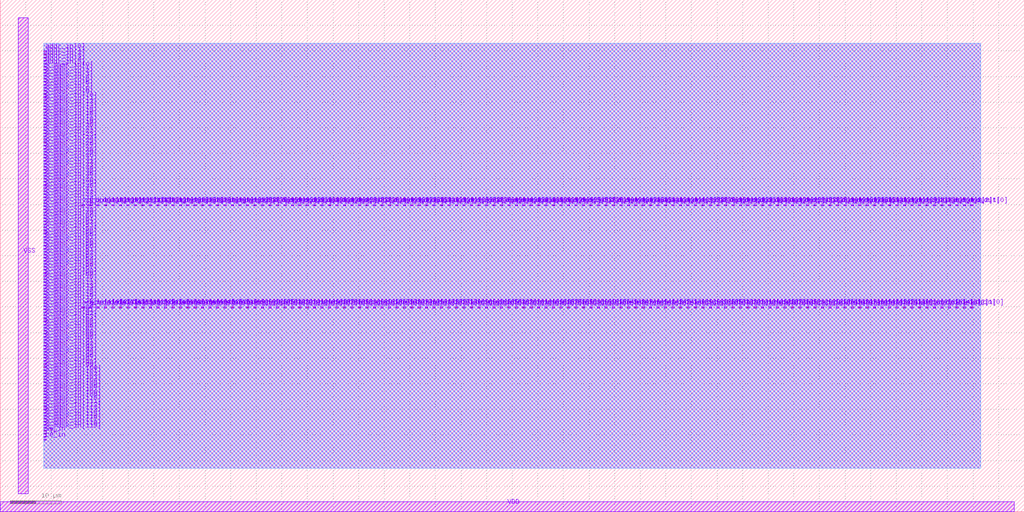
<source format=lef>
BUSBITCHARS "[]" ;

MACRO nangate45_120x64_1P_bit
  FOREIGN nangate45_120x64_1P_bit 0 0 ;
  SYMMETRY X Y R90 ;
  SIZE 200.0 BY 100.0 ;
  CLASS RING ;
  PIN addr_in[0]
    DIRECTION INPUT ;
    USE SIGNAL ;
    SHAPE ABUTMENT ;
    PORT
      LAYER metal1 ;
      RECT 8.5 89.79 9.0 90.0 ;
      LAYER metal2 ;
      RECT 8.5 89.79 9.0 90.0 ;
      LAYER metal3 ;
      RECT 8.5 89.79 9.0 90.0 ;
      LAYER metal4 ;
      RECT 8.5 89.79 9.0 90.0 ;
      END
    END addr_in[0]
  PIN addr_in[1]
    DIRECTION INPUT ;
    USE SIGNAL ;
    SHAPE ABUTMENT ;
    PORT
      LAYER metal1 ;
      RECT 8.5 89.1974074074 9.0 89.4074074074 ;
      LAYER metal2 ;
      RECT 8.5 89.1974074074 9.0 89.4074074074 ;
      LAYER metal3 ;
      RECT 8.5 89.1974074074 9.0 89.4074074074 ;
      LAYER metal4 ;
      RECT 8.5 89.1974074074 9.0 89.4074074074 ;
      END
    END addr_in[1]
  PIN addr_in[2]
    DIRECTION INPUT ;
    USE SIGNAL ;
    SHAPE ABUTMENT ;
    PORT
      LAYER metal1 ;
      RECT 8.5 88.6048148148 9.0 88.8148148148 ;
      LAYER metal2 ;
      RECT 8.5 88.6048148148 9.0 88.8148148148 ;
      LAYER metal3 ;
      RECT 8.5 88.6048148148 9.0 88.8148148148 ;
      LAYER metal4 ;
      RECT 8.5 88.6048148148 9.0 88.8148148148 ;
      END
    END addr_in[2]
  PIN addr_in[3]
    DIRECTION INPUT ;
    USE SIGNAL ;
    SHAPE ABUTMENT ;
    PORT
      LAYER metal1 ;
      RECT 8.5 88.0122222222 9.0 88.2222222222 ;
      LAYER metal2 ;
      RECT 8.5 88.0122222222 9.0 88.2222222222 ;
      LAYER metal3 ;
      RECT 8.5 88.0122222222 9.0 88.2222222222 ;
      LAYER metal4 ;
      RECT 8.5 88.0122222222 9.0 88.2222222222 ;
      END
    END addr_in[3]
  PIN addr_in[4]
    DIRECTION INPUT ;
    USE SIGNAL ;
    SHAPE ABUTMENT ;
    PORT
      LAYER metal1 ;
      RECT 8.5 87.4196296296 9.0 87.6296296296 ;
      LAYER metal2 ;
      RECT 8.5 87.4196296296 9.0 87.6296296296 ;
      LAYER metal3 ;
      RECT 8.5 87.4196296296 9.0 87.6296296296 ;
      LAYER metal4 ;
      RECT 8.5 87.4196296296 9.0 87.6296296296 ;
      END
    END addr_in[4]
  PIN addr_in[5]
    DIRECTION INPUT ;
    USE SIGNAL ;
    SHAPE ABUTMENT ;
    PORT
      LAYER metal1 ;
      RECT 8.5 86.827037037 9.0 87.037037037 ;
      LAYER metal2 ;
      RECT 8.5 86.827037037 9.0 87.037037037 ;
      LAYER metal3 ;
      RECT 8.5 86.827037037 9.0 87.037037037 ;
      LAYER metal4 ;
      RECT 8.5 86.827037037 9.0 87.037037037 ;
      END
    END addr_in[5]
  PIN w_mask_in[0]
    DIRECTION INPUT ;
    USE SIGNAL ;
    SHAPE ABUTMENT ;
    PORT
      LAYER metal1 ;
      RECT 8.5 86.2344444444 9.0 86.4444444444 ;
      LAYER metal2 ;
      RECT 8.5 86.2344444444 9.0 86.4444444444 ;
      LAYER metal3 ;
      RECT 8.5 86.2344444444 9.0 86.4444444444 ;
      LAYER metal4 ;
      RECT 8.5 86.2344444444 9.0 86.4444444444 ;
      END
    END w_mask_in[0]
  PIN w_mask_in[1]
    DIRECTION INPUT ;
    USE SIGNAL ;
    SHAPE ABUTMENT ;
    PORT
      LAYER metal1 ;
      RECT 8.5 85.6418518519 9.0 85.8518518519 ;
      LAYER metal2 ;
      RECT 8.5 85.6418518519 9.0 85.8518518519 ;
      LAYER metal3 ;
      RECT 8.5 85.6418518519 9.0 85.8518518519 ;
      LAYER metal4 ;
      RECT 8.5 85.6418518519 9.0 85.8518518519 ;
      END
    END w_mask_in[1]
  PIN w_mask_in[2]
    DIRECTION INPUT ;
    USE SIGNAL ;
    SHAPE ABUTMENT ;
    PORT
      LAYER metal1 ;
      RECT 8.5 85.0492592593 9.0 85.2592592593 ;
      LAYER metal2 ;
      RECT 8.5 85.0492592593 9.0 85.2592592593 ;
      LAYER metal3 ;
      RECT 8.5 85.0492592593 9.0 85.2592592593 ;
      LAYER metal4 ;
      RECT 8.5 85.0492592593 9.0 85.2592592593 ;
      END
    END w_mask_in[2]
  PIN w_mask_in[3]
    DIRECTION INPUT ;
    USE SIGNAL ;
    SHAPE ABUTMENT ;
    PORT
      LAYER metal1 ;
      RECT 8.5 84.4566666667 9.0 84.6666666667 ;
      LAYER metal2 ;
      RECT 8.5 84.4566666667 9.0 84.6666666667 ;
      LAYER metal3 ;
      RECT 8.5 84.4566666667 9.0 84.6666666667 ;
      LAYER metal4 ;
      RECT 8.5 84.4566666667 9.0 84.6666666667 ;
      END
    END w_mask_in[3]
  PIN w_mask_in[4]
    DIRECTION INPUT ;
    USE SIGNAL ;
    SHAPE ABUTMENT ;
    PORT
      LAYER metal1 ;
      RECT 8.5 83.8640740741 9.0 84.0740740741 ;
      LAYER metal2 ;
      RECT 8.5 83.8640740741 9.0 84.0740740741 ;
      LAYER metal3 ;
      RECT 8.5 83.8640740741 9.0 84.0740740741 ;
      LAYER metal4 ;
      RECT 8.5 83.8640740741 9.0 84.0740740741 ;
      END
    END w_mask_in[4]
  PIN w_mask_in[5]
    DIRECTION INPUT ;
    USE SIGNAL ;
    SHAPE ABUTMENT ;
    PORT
      LAYER metal1 ;
      RECT 8.5 83.2714814815 9.0 83.4814814815 ;
      LAYER metal2 ;
      RECT 8.5 83.2714814815 9.0 83.4814814815 ;
      LAYER metal3 ;
      RECT 8.5 83.2714814815 9.0 83.4814814815 ;
      LAYER metal4 ;
      RECT 8.5 83.2714814815 9.0 83.4814814815 ;
      END
    END w_mask_in[5]
  PIN w_mask_in[6]
    DIRECTION INPUT ;
    USE SIGNAL ;
    SHAPE ABUTMENT ;
    PORT
      LAYER metal1 ;
      RECT 8.5 82.6788888889 9.0 82.8888888889 ;
      LAYER metal2 ;
      RECT 8.5 82.6788888889 9.0 82.8888888889 ;
      LAYER metal3 ;
      RECT 8.5 82.6788888889 9.0 82.8888888889 ;
      LAYER metal4 ;
      RECT 8.5 82.6788888889 9.0 82.8888888889 ;
      END
    END w_mask_in[6]
  PIN w_mask_in[7]
    DIRECTION INPUT ;
    USE SIGNAL ;
    SHAPE ABUTMENT ;
    PORT
      LAYER metal1 ;
      RECT 8.5 82.0862962963 9.0 82.2962962963 ;
      LAYER metal2 ;
      RECT 8.5 82.0862962963 9.0 82.2962962963 ;
      LAYER metal3 ;
      RECT 8.5 82.0862962963 9.0 82.2962962963 ;
      LAYER metal4 ;
      RECT 8.5 82.0862962963 9.0 82.2962962963 ;
      END
    END w_mask_in[7]
  PIN w_mask_in[8]
    DIRECTION INPUT ;
    USE SIGNAL ;
    SHAPE ABUTMENT ;
    PORT
      LAYER metal1 ;
      RECT 8.5 81.4937037037 9.0 81.7037037037 ;
      LAYER metal2 ;
      RECT 8.5 81.4937037037 9.0 81.7037037037 ;
      LAYER metal3 ;
      RECT 8.5 81.4937037037 9.0 81.7037037037 ;
      LAYER metal4 ;
      RECT 8.5 81.4937037037 9.0 81.7037037037 ;
      END
    END w_mask_in[8]
  PIN w_mask_in[9]
    DIRECTION INPUT ;
    USE SIGNAL ;
    SHAPE ABUTMENT ;
    PORT
      LAYER metal1 ;
      RECT 8.5 80.9011111111 9.0 81.1111111111 ;
      LAYER metal2 ;
      RECT 8.5 80.9011111111 9.0 81.1111111111 ;
      LAYER metal3 ;
      RECT 8.5 80.9011111111 9.0 81.1111111111 ;
      LAYER metal4 ;
      RECT 8.5 80.9011111111 9.0 81.1111111111 ;
      END
    END w_mask_in[9]
  PIN w_mask_in[10]
    DIRECTION INPUT ;
    USE SIGNAL ;
    SHAPE ABUTMENT ;
    PORT
      LAYER metal1 ;
      RECT 8.5 80.3085185185 9.0 80.5185185185 ;
      LAYER metal2 ;
      RECT 8.5 80.3085185185 9.0 80.5185185185 ;
      LAYER metal3 ;
      RECT 8.5 80.3085185185 9.0 80.5185185185 ;
      LAYER metal4 ;
      RECT 8.5 80.3085185185 9.0 80.5185185185 ;
      END
    END w_mask_in[10]
  PIN w_mask_in[11]
    DIRECTION INPUT ;
    USE SIGNAL ;
    SHAPE ABUTMENT ;
    PORT
      LAYER metal1 ;
      RECT 8.5 79.7159259259 9.0 79.9259259259 ;
      LAYER metal2 ;
      RECT 8.5 79.7159259259 9.0 79.9259259259 ;
      LAYER metal3 ;
      RECT 8.5 79.7159259259 9.0 79.9259259259 ;
      LAYER metal4 ;
      RECT 8.5 79.7159259259 9.0 79.9259259259 ;
      END
    END w_mask_in[11]
  PIN w_mask_in[12]
    DIRECTION INPUT ;
    USE SIGNAL ;
    SHAPE ABUTMENT ;
    PORT
      LAYER metal1 ;
      RECT 8.5 79.1233333333 9.0 79.3333333333 ;
      LAYER metal2 ;
      RECT 8.5 79.1233333333 9.0 79.3333333333 ;
      LAYER metal3 ;
      RECT 8.5 79.1233333333 9.0 79.3333333333 ;
      LAYER metal4 ;
      RECT 8.5 79.1233333333 9.0 79.3333333333 ;
      END
    END w_mask_in[12]
  PIN w_mask_in[13]
    DIRECTION INPUT ;
    USE SIGNAL ;
    SHAPE ABUTMENT ;
    PORT
      LAYER metal1 ;
      RECT 8.5 78.5307407407 9.0 78.7407407407 ;
      LAYER metal2 ;
      RECT 8.5 78.5307407407 9.0 78.7407407407 ;
      LAYER metal3 ;
      RECT 8.5 78.5307407407 9.0 78.7407407407 ;
      LAYER metal4 ;
      RECT 8.5 78.5307407407 9.0 78.7407407407 ;
      END
    END w_mask_in[13]
  PIN w_mask_in[14]
    DIRECTION INPUT ;
    USE SIGNAL ;
    SHAPE ABUTMENT ;
    PORT
      LAYER metal1 ;
      RECT 8.5 77.9381481481 9.0 78.1481481481 ;
      LAYER metal2 ;
      RECT 8.5 77.9381481481 9.0 78.1481481481 ;
      LAYER metal3 ;
      RECT 8.5 77.9381481481 9.0 78.1481481481 ;
      LAYER metal4 ;
      RECT 8.5 77.9381481481 9.0 78.1481481481 ;
      END
    END w_mask_in[14]
  PIN w_mask_in[15]
    DIRECTION INPUT ;
    USE SIGNAL ;
    SHAPE ABUTMENT ;
    PORT
      LAYER metal1 ;
      RECT 8.5 77.3455555556 9.0 77.5555555556 ;
      LAYER metal2 ;
      RECT 8.5 77.3455555556 9.0 77.5555555556 ;
      LAYER metal3 ;
      RECT 8.5 77.3455555556 9.0 77.5555555556 ;
      LAYER metal4 ;
      RECT 8.5 77.3455555556 9.0 77.5555555556 ;
      END
    END w_mask_in[15]
  PIN w_mask_in[16]
    DIRECTION INPUT ;
    USE SIGNAL ;
    SHAPE ABUTMENT ;
    PORT
      LAYER metal1 ;
      RECT 8.5 76.752962963 9.0 76.962962963 ;
      LAYER metal2 ;
      RECT 8.5 76.752962963 9.0 76.962962963 ;
      LAYER metal3 ;
      RECT 8.5 76.752962963 9.0 76.962962963 ;
      LAYER metal4 ;
      RECT 8.5 76.752962963 9.0 76.962962963 ;
      END
    END w_mask_in[16]
  PIN w_mask_in[17]
    DIRECTION INPUT ;
    USE SIGNAL ;
    SHAPE ABUTMENT ;
    PORT
      LAYER metal1 ;
      RECT 8.5 76.1603703704 9.0 76.3703703704 ;
      LAYER metal2 ;
      RECT 8.5 76.1603703704 9.0 76.3703703704 ;
      LAYER metal3 ;
      RECT 8.5 76.1603703704 9.0 76.3703703704 ;
      LAYER metal4 ;
      RECT 8.5 76.1603703704 9.0 76.3703703704 ;
      END
    END w_mask_in[17]
  PIN w_mask_in[18]
    DIRECTION INPUT ;
    USE SIGNAL ;
    SHAPE ABUTMENT ;
    PORT
      LAYER metal1 ;
      RECT 8.5 75.5677777778 9.0 75.7777777778 ;
      LAYER metal2 ;
      RECT 8.5 75.5677777778 9.0 75.7777777778 ;
      LAYER metal3 ;
      RECT 8.5 75.5677777778 9.0 75.7777777778 ;
      LAYER metal4 ;
      RECT 8.5 75.5677777778 9.0 75.7777777778 ;
      END
    END w_mask_in[18]
  PIN w_mask_in[19]
    DIRECTION INPUT ;
    USE SIGNAL ;
    SHAPE ABUTMENT ;
    PORT
      LAYER metal1 ;
      RECT 8.5 74.9751851852 9.0 75.1851851852 ;
      LAYER metal2 ;
      RECT 8.5 74.9751851852 9.0 75.1851851852 ;
      LAYER metal3 ;
      RECT 8.5 74.9751851852 9.0 75.1851851852 ;
      LAYER metal4 ;
      RECT 8.5 74.9751851852 9.0 75.1851851852 ;
      END
    END w_mask_in[19]
  PIN w_mask_in[20]
    DIRECTION INPUT ;
    USE SIGNAL ;
    SHAPE ABUTMENT ;
    PORT
      LAYER metal1 ;
      RECT 8.5 74.3825925926 9.0 74.5925925926 ;
      LAYER metal2 ;
      RECT 8.5 74.3825925926 9.0 74.5925925926 ;
      LAYER metal3 ;
      RECT 8.5 74.3825925926 9.0 74.5925925926 ;
      LAYER metal4 ;
      RECT 8.5 74.3825925926 9.0 74.5925925926 ;
      END
    END w_mask_in[20]
  PIN w_mask_in[21]
    DIRECTION INPUT ;
    USE SIGNAL ;
    SHAPE ABUTMENT ;
    PORT
      LAYER metal1 ;
      RECT 8.5 73.79 9.0 74.0 ;
      LAYER metal2 ;
      RECT 8.5 73.79 9.0 74.0 ;
      LAYER metal3 ;
      RECT 8.5 73.79 9.0 74.0 ;
      LAYER metal4 ;
      RECT 8.5 73.79 9.0 74.0 ;
      END
    END w_mask_in[21]
  PIN w_mask_in[22]
    DIRECTION INPUT ;
    USE SIGNAL ;
    SHAPE ABUTMENT ;
    PORT
      LAYER metal1 ;
      RECT 8.5 73.1974074074 9.0 73.4074074074 ;
      LAYER metal2 ;
      RECT 8.5 73.1974074074 9.0 73.4074074074 ;
      LAYER metal3 ;
      RECT 8.5 73.1974074074 9.0 73.4074074074 ;
      LAYER metal4 ;
      RECT 8.5 73.1974074074 9.0 73.4074074074 ;
      END
    END w_mask_in[22]
  PIN w_mask_in[23]
    DIRECTION INPUT ;
    USE SIGNAL ;
    SHAPE ABUTMENT ;
    PORT
      LAYER metal1 ;
      RECT 8.5 72.6048148148 9.0 72.8148148148 ;
      LAYER metal2 ;
      RECT 8.5 72.6048148148 9.0 72.8148148148 ;
      LAYER metal3 ;
      RECT 8.5 72.6048148148 9.0 72.8148148148 ;
      LAYER metal4 ;
      RECT 8.5 72.6048148148 9.0 72.8148148148 ;
      END
    END w_mask_in[23]
  PIN w_mask_in[24]
    DIRECTION INPUT ;
    USE SIGNAL ;
    SHAPE ABUTMENT ;
    PORT
      LAYER metal1 ;
      RECT 8.5 72.0122222222 9.0 72.2222222222 ;
      LAYER metal2 ;
      RECT 8.5 72.0122222222 9.0 72.2222222222 ;
      LAYER metal3 ;
      RECT 8.5 72.0122222222 9.0 72.2222222222 ;
      LAYER metal4 ;
      RECT 8.5 72.0122222222 9.0 72.2222222222 ;
      END
    END w_mask_in[24]
  PIN w_mask_in[25]
    DIRECTION INPUT ;
    USE SIGNAL ;
    SHAPE ABUTMENT ;
    PORT
      LAYER metal1 ;
      RECT 8.5 71.4196296296 9.0 71.6296296296 ;
      LAYER metal2 ;
      RECT 8.5 71.4196296296 9.0 71.6296296296 ;
      LAYER metal3 ;
      RECT 8.5 71.4196296296 9.0 71.6296296296 ;
      LAYER metal4 ;
      RECT 8.5 71.4196296296 9.0 71.6296296296 ;
      END
    END w_mask_in[25]
  PIN w_mask_in[26]
    DIRECTION INPUT ;
    USE SIGNAL ;
    SHAPE ABUTMENT ;
    PORT
      LAYER metal1 ;
      RECT 8.5 70.827037037 9.0 71.037037037 ;
      LAYER metal2 ;
      RECT 8.5 70.827037037 9.0 71.037037037 ;
      LAYER metal3 ;
      RECT 8.5 70.827037037 9.0 71.037037037 ;
      LAYER metal4 ;
      RECT 8.5 70.827037037 9.0 71.037037037 ;
      END
    END w_mask_in[26]
  PIN w_mask_in[27]
    DIRECTION INPUT ;
    USE SIGNAL ;
    SHAPE ABUTMENT ;
    PORT
      LAYER metal1 ;
      RECT 8.5 70.2344444444 9.0 70.4444444444 ;
      LAYER metal2 ;
      RECT 8.5 70.2344444444 9.0 70.4444444444 ;
      LAYER metal3 ;
      RECT 8.5 70.2344444444 9.0 70.4444444444 ;
      LAYER metal4 ;
      RECT 8.5 70.2344444444 9.0 70.4444444444 ;
      END
    END w_mask_in[27]
  PIN w_mask_in[28]
    DIRECTION INPUT ;
    USE SIGNAL ;
    SHAPE ABUTMENT ;
    PORT
      LAYER metal1 ;
      RECT 8.5 69.6418518519 9.0 69.8518518519 ;
      LAYER metal2 ;
      RECT 8.5 69.6418518519 9.0 69.8518518519 ;
      LAYER metal3 ;
      RECT 8.5 69.6418518519 9.0 69.8518518519 ;
      LAYER metal4 ;
      RECT 8.5 69.6418518519 9.0 69.8518518519 ;
      END
    END w_mask_in[28]
  PIN w_mask_in[29]
    DIRECTION INPUT ;
    USE SIGNAL ;
    SHAPE ABUTMENT ;
    PORT
      LAYER metal1 ;
      RECT 8.5 69.0492592593 9.0 69.2592592593 ;
      LAYER metal2 ;
      RECT 8.5 69.0492592593 9.0 69.2592592593 ;
      LAYER metal3 ;
      RECT 8.5 69.0492592593 9.0 69.2592592593 ;
      LAYER metal4 ;
      RECT 8.5 69.0492592593 9.0 69.2592592593 ;
      END
    END w_mask_in[29]
  PIN w_mask_in[30]
    DIRECTION INPUT ;
    USE SIGNAL ;
    SHAPE ABUTMENT ;
    PORT
      LAYER metal1 ;
      RECT 8.5 68.4566666667 9.0 68.6666666667 ;
      LAYER metal2 ;
      RECT 8.5 68.4566666667 9.0 68.6666666667 ;
      LAYER metal3 ;
      RECT 8.5 68.4566666667 9.0 68.6666666667 ;
      LAYER metal4 ;
      RECT 8.5 68.4566666667 9.0 68.6666666667 ;
      END
    END w_mask_in[30]
  PIN w_mask_in[31]
    DIRECTION INPUT ;
    USE SIGNAL ;
    SHAPE ABUTMENT ;
    PORT
      LAYER metal1 ;
      RECT 8.5 67.8640740741 9.0 68.0740740741 ;
      LAYER metal2 ;
      RECT 8.5 67.8640740741 9.0 68.0740740741 ;
      LAYER metal3 ;
      RECT 8.5 67.8640740741 9.0 68.0740740741 ;
      LAYER metal4 ;
      RECT 8.5 67.8640740741 9.0 68.0740740741 ;
      END
    END w_mask_in[31]
  PIN w_mask_in[32]
    DIRECTION INPUT ;
    USE SIGNAL ;
    SHAPE ABUTMENT ;
    PORT
      LAYER metal1 ;
      RECT 8.5 67.2714814815 9.0 67.4814814815 ;
      LAYER metal2 ;
      RECT 8.5 67.2714814815 9.0 67.4814814815 ;
      LAYER metal3 ;
      RECT 8.5 67.2714814815 9.0 67.4814814815 ;
      LAYER metal4 ;
      RECT 8.5 67.2714814815 9.0 67.4814814815 ;
      END
    END w_mask_in[32]
  PIN w_mask_in[33]
    DIRECTION INPUT ;
    USE SIGNAL ;
    SHAPE ABUTMENT ;
    PORT
      LAYER metal1 ;
      RECT 8.5 66.6788888889 9.0 66.8888888889 ;
      LAYER metal2 ;
      RECT 8.5 66.6788888889 9.0 66.8888888889 ;
      LAYER metal3 ;
      RECT 8.5 66.6788888889 9.0 66.8888888889 ;
      LAYER metal4 ;
      RECT 8.5 66.6788888889 9.0 66.8888888889 ;
      END
    END w_mask_in[33]
  PIN w_mask_in[34]
    DIRECTION INPUT ;
    USE SIGNAL ;
    SHAPE ABUTMENT ;
    PORT
      LAYER metal1 ;
      RECT 8.5 66.0862962963 9.0 66.2962962963 ;
      LAYER metal2 ;
      RECT 8.5 66.0862962963 9.0 66.2962962963 ;
      LAYER metal3 ;
      RECT 8.5 66.0862962963 9.0 66.2962962963 ;
      LAYER metal4 ;
      RECT 8.5 66.0862962963 9.0 66.2962962963 ;
      END
    END w_mask_in[34]
  PIN w_mask_in[35]
    DIRECTION INPUT ;
    USE SIGNAL ;
    SHAPE ABUTMENT ;
    PORT
      LAYER metal1 ;
      RECT 8.5 65.4937037037 9.0 65.7037037037 ;
      LAYER metal2 ;
      RECT 8.5 65.4937037037 9.0 65.7037037037 ;
      LAYER metal3 ;
      RECT 8.5 65.4937037037 9.0 65.7037037037 ;
      LAYER metal4 ;
      RECT 8.5 65.4937037037 9.0 65.7037037037 ;
      END
    END w_mask_in[35]
  PIN w_mask_in[36]
    DIRECTION INPUT ;
    USE SIGNAL ;
    SHAPE ABUTMENT ;
    PORT
      LAYER metal1 ;
      RECT 8.5 64.9011111111 9.0 65.1111111111 ;
      LAYER metal2 ;
      RECT 8.5 64.9011111111 9.0 65.1111111111 ;
      LAYER metal3 ;
      RECT 8.5 64.9011111111 9.0 65.1111111111 ;
      LAYER metal4 ;
      RECT 8.5 64.9011111111 9.0 65.1111111111 ;
      END
    END w_mask_in[36]
  PIN w_mask_in[37]
    DIRECTION INPUT ;
    USE SIGNAL ;
    SHAPE ABUTMENT ;
    PORT
      LAYER metal1 ;
      RECT 8.5 64.3085185185 9.0 64.5185185185 ;
      LAYER metal2 ;
      RECT 8.5 64.3085185185 9.0 64.5185185185 ;
      LAYER metal3 ;
      RECT 8.5 64.3085185185 9.0 64.5185185185 ;
      LAYER metal4 ;
      RECT 8.5 64.3085185185 9.0 64.5185185185 ;
      END
    END w_mask_in[37]
  PIN w_mask_in[38]
    DIRECTION INPUT ;
    USE SIGNAL ;
    SHAPE ABUTMENT ;
    PORT
      LAYER metal1 ;
      RECT 8.5 63.7159259259 9.0 63.9259259259 ;
      LAYER metal2 ;
      RECT 8.5 63.7159259259 9.0 63.9259259259 ;
      LAYER metal3 ;
      RECT 8.5 63.7159259259 9.0 63.9259259259 ;
      LAYER metal4 ;
      RECT 8.5 63.7159259259 9.0 63.9259259259 ;
      END
    END w_mask_in[38]
  PIN w_mask_in[39]
    DIRECTION INPUT ;
    USE SIGNAL ;
    SHAPE ABUTMENT ;
    PORT
      LAYER metal1 ;
      RECT 8.5 63.1233333333 9.0 63.3333333333 ;
      LAYER metal2 ;
      RECT 8.5 63.1233333333 9.0 63.3333333333 ;
      LAYER metal3 ;
      RECT 8.5 63.1233333333 9.0 63.3333333333 ;
      LAYER metal4 ;
      RECT 8.5 63.1233333333 9.0 63.3333333333 ;
      END
    END w_mask_in[39]
  PIN w_mask_in[40]
    DIRECTION INPUT ;
    USE SIGNAL ;
    SHAPE ABUTMENT ;
    PORT
      LAYER metal1 ;
      RECT 8.5 62.5307407407 9.0 62.7407407407 ;
      LAYER metal2 ;
      RECT 8.5 62.5307407407 9.0 62.7407407407 ;
      LAYER metal3 ;
      RECT 8.5 62.5307407407 9.0 62.7407407407 ;
      LAYER metal4 ;
      RECT 8.5 62.5307407407 9.0 62.7407407407 ;
      END
    END w_mask_in[40]
  PIN w_mask_in[41]
    DIRECTION INPUT ;
    USE SIGNAL ;
    SHAPE ABUTMENT ;
    PORT
      LAYER metal1 ;
      RECT 8.5 61.9381481481 9.0 62.1481481481 ;
      LAYER metal2 ;
      RECT 8.5 61.9381481481 9.0 62.1481481481 ;
      LAYER metal3 ;
      RECT 8.5 61.9381481481 9.0 62.1481481481 ;
      LAYER metal4 ;
      RECT 8.5 61.9381481481 9.0 62.1481481481 ;
      END
    END w_mask_in[41]
  PIN w_mask_in[42]
    DIRECTION INPUT ;
    USE SIGNAL ;
    SHAPE ABUTMENT ;
    PORT
      LAYER metal1 ;
      RECT 8.5 61.3455555556 9.0 61.5555555556 ;
      LAYER metal2 ;
      RECT 8.5 61.3455555556 9.0 61.5555555556 ;
      LAYER metal3 ;
      RECT 8.5 61.3455555556 9.0 61.5555555556 ;
      LAYER metal4 ;
      RECT 8.5 61.3455555556 9.0 61.5555555556 ;
      END
    END w_mask_in[42]
  PIN w_mask_in[43]
    DIRECTION INPUT ;
    USE SIGNAL ;
    SHAPE ABUTMENT ;
    PORT
      LAYER metal1 ;
      RECT 8.5 60.752962963 9.0 60.962962963 ;
      LAYER metal2 ;
      RECT 8.5 60.752962963 9.0 60.962962963 ;
      LAYER metal3 ;
      RECT 8.5 60.752962963 9.0 60.962962963 ;
      LAYER metal4 ;
      RECT 8.5 60.752962963 9.0 60.962962963 ;
      END
    END w_mask_in[43]
  PIN w_mask_in[44]
    DIRECTION INPUT ;
    USE SIGNAL ;
    SHAPE ABUTMENT ;
    PORT
      LAYER metal1 ;
      RECT 8.5 60.1603703704 9.0 60.3703703704 ;
      LAYER metal2 ;
      RECT 8.5 60.1603703704 9.0 60.3703703704 ;
      LAYER metal3 ;
      RECT 8.5 60.1603703704 9.0 60.3703703704 ;
      LAYER metal4 ;
      RECT 8.5 60.1603703704 9.0 60.3703703704 ;
      END
    END w_mask_in[44]
  PIN w_mask_in[45]
    DIRECTION INPUT ;
    USE SIGNAL ;
    SHAPE ABUTMENT ;
    PORT
      LAYER metal1 ;
      RECT 8.5 59.5677777778 9.0 59.7777777778 ;
      LAYER metal2 ;
      RECT 8.5 59.5677777778 9.0 59.7777777778 ;
      LAYER metal3 ;
      RECT 8.5 59.5677777778 9.0 59.7777777778 ;
      LAYER metal4 ;
      RECT 8.5 59.5677777778 9.0 59.7777777778 ;
      END
    END w_mask_in[45]
  PIN w_mask_in[46]
    DIRECTION INPUT ;
    USE SIGNAL ;
    SHAPE ABUTMENT ;
    PORT
      LAYER metal1 ;
      RECT 8.5 58.9751851852 9.0 59.1851851852 ;
      LAYER metal2 ;
      RECT 8.5 58.9751851852 9.0 59.1851851852 ;
      LAYER metal3 ;
      RECT 8.5 58.9751851852 9.0 59.1851851852 ;
      LAYER metal4 ;
      RECT 8.5 58.9751851852 9.0 59.1851851852 ;
      END
    END w_mask_in[46]
  PIN w_mask_in[47]
    DIRECTION INPUT ;
    USE SIGNAL ;
    SHAPE ABUTMENT ;
    PORT
      LAYER metal1 ;
      RECT 8.5 58.3825925926 9.0 58.5925925926 ;
      LAYER metal2 ;
      RECT 8.5 58.3825925926 9.0 58.5925925926 ;
      LAYER metal3 ;
      RECT 8.5 58.3825925926 9.0 58.5925925926 ;
      LAYER metal4 ;
      RECT 8.5 58.3825925926 9.0 58.5925925926 ;
      END
    END w_mask_in[47]
  PIN w_mask_in[48]
    DIRECTION INPUT ;
    USE SIGNAL ;
    SHAPE ABUTMENT ;
    PORT
      LAYER metal1 ;
      RECT 8.5 57.79 9.0 58.0 ;
      LAYER metal2 ;
      RECT 8.5 57.79 9.0 58.0 ;
      LAYER metal3 ;
      RECT 8.5 57.79 9.0 58.0 ;
      LAYER metal4 ;
      RECT 8.5 57.79 9.0 58.0 ;
      END
    END w_mask_in[48]
  PIN w_mask_in[49]
    DIRECTION INPUT ;
    USE SIGNAL ;
    SHAPE ABUTMENT ;
    PORT
      LAYER metal1 ;
      RECT 8.5 57.1974074074 9.0 57.4074074074 ;
      LAYER metal2 ;
      RECT 8.5 57.1974074074 9.0 57.4074074074 ;
      LAYER metal3 ;
      RECT 8.5 57.1974074074 9.0 57.4074074074 ;
      LAYER metal4 ;
      RECT 8.5 57.1974074074 9.0 57.4074074074 ;
      END
    END w_mask_in[49]
  PIN w_mask_in[50]
    DIRECTION INPUT ;
    USE SIGNAL ;
    SHAPE ABUTMENT ;
    PORT
      LAYER metal1 ;
      RECT 8.5 56.6048148148 9.0 56.8148148148 ;
      LAYER metal2 ;
      RECT 8.5 56.6048148148 9.0 56.8148148148 ;
      LAYER metal3 ;
      RECT 8.5 56.6048148148 9.0 56.8148148148 ;
      LAYER metal4 ;
      RECT 8.5 56.6048148148 9.0 56.8148148148 ;
      END
    END w_mask_in[50]
  PIN w_mask_in[51]
    DIRECTION INPUT ;
    USE SIGNAL ;
    SHAPE ABUTMENT ;
    PORT
      LAYER metal1 ;
      RECT 8.5 56.0122222222 9.0 56.2222222222 ;
      LAYER metal2 ;
      RECT 8.5 56.0122222222 9.0 56.2222222222 ;
      LAYER metal3 ;
      RECT 8.5 56.0122222222 9.0 56.2222222222 ;
      LAYER metal4 ;
      RECT 8.5 56.0122222222 9.0 56.2222222222 ;
      END
    END w_mask_in[51]
  PIN w_mask_in[52]
    DIRECTION INPUT ;
    USE SIGNAL ;
    SHAPE ABUTMENT ;
    PORT
      LAYER metal1 ;
      RECT 8.5 55.4196296296 9.0 55.6296296296 ;
      LAYER metal2 ;
      RECT 8.5 55.4196296296 9.0 55.6296296296 ;
      LAYER metal3 ;
      RECT 8.5 55.4196296296 9.0 55.6296296296 ;
      LAYER metal4 ;
      RECT 8.5 55.4196296296 9.0 55.6296296296 ;
      END
    END w_mask_in[52]
  PIN w_mask_in[53]
    DIRECTION INPUT ;
    USE SIGNAL ;
    SHAPE ABUTMENT ;
    PORT
      LAYER metal1 ;
      RECT 8.5 54.827037037 9.0 55.037037037 ;
      LAYER metal2 ;
      RECT 8.5 54.827037037 9.0 55.037037037 ;
      LAYER metal3 ;
      RECT 8.5 54.827037037 9.0 55.037037037 ;
      LAYER metal4 ;
      RECT 8.5 54.827037037 9.0 55.037037037 ;
      END
    END w_mask_in[53]
  PIN w_mask_in[54]
    DIRECTION INPUT ;
    USE SIGNAL ;
    SHAPE ABUTMENT ;
    PORT
      LAYER metal1 ;
      RECT 8.5 54.2344444444 9.0 54.4444444444 ;
      LAYER metal2 ;
      RECT 8.5 54.2344444444 9.0 54.4444444444 ;
      LAYER metal3 ;
      RECT 8.5 54.2344444444 9.0 54.4444444444 ;
      LAYER metal4 ;
      RECT 8.5 54.2344444444 9.0 54.4444444444 ;
      END
    END w_mask_in[54]
  PIN w_mask_in[55]
    DIRECTION INPUT ;
    USE SIGNAL ;
    SHAPE ABUTMENT ;
    PORT
      LAYER metal1 ;
      RECT 8.5 53.6418518519 9.0 53.8518518519 ;
      LAYER metal2 ;
      RECT 8.5 53.6418518519 9.0 53.8518518519 ;
      LAYER metal3 ;
      RECT 8.5 53.6418518519 9.0 53.8518518519 ;
      LAYER metal4 ;
      RECT 8.5 53.6418518519 9.0 53.8518518519 ;
      END
    END w_mask_in[55]
  PIN w_mask_in[56]
    DIRECTION INPUT ;
    USE SIGNAL ;
    SHAPE ABUTMENT ;
    PORT
      LAYER metal1 ;
      RECT 8.5 53.0492592593 9.0 53.2592592593 ;
      LAYER metal2 ;
      RECT 8.5 53.0492592593 9.0 53.2592592593 ;
      LAYER metal3 ;
      RECT 8.5 53.0492592593 9.0 53.2592592593 ;
      LAYER metal4 ;
      RECT 8.5 53.0492592593 9.0 53.2592592593 ;
      END
    END w_mask_in[56]
  PIN w_mask_in[57]
    DIRECTION INPUT ;
    USE SIGNAL ;
    SHAPE ABUTMENT ;
    PORT
      LAYER metal1 ;
      RECT 8.5 52.4566666667 9.0 52.6666666667 ;
      LAYER metal2 ;
      RECT 8.5 52.4566666667 9.0 52.6666666667 ;
      LAYER metal3 ;
      RECT 8.5 52.4566666667 9.0 52.6666666667 ;
      LAYER metal4 ;
      RECT 8.5 52.4566666667 9.0 52.6666666667 ;
      END
    END w_mask_in[57]
  PIN w_mask_in[58]
    DIRECTION INPUT ;
    USE SIGNAL ;
    SHAPE ABUTMENT ;
    PORT
      LAYER metal1 ;
      RECT 8.5 51.8640740741 9.0 52.0740740741 ;
      LAYER metal2 ;
      RECT 8.5 51.8640740741 9.0 52.0740740741 ;
      LAYER metal3 ;
      RECT 8.5 51.8640740741 9.0 52.0740740741 ;
      LAYER metal4 ;
      RECT 8.5 51.8640740741 9.0 52.0740740741 ;
      END
    END w_mask_in[58]
  PIN w_mask_in[59]
    DIRECTION INPUT ;
    USE SIGNAL ;
    SHAPE ABUTMENT ;
    PORT
      LAYER metal1 ;
      RECT 8.5 51.2714814815 9.0 51.4814814815 ;
      LAYER metal2 ;
      RECT 8.5 51.2714814815 9.0 51.4814814815 ;
      LAYER metal3 ;
      RECT 8.5 51.2714814815 9.0 51.4814814815 ;
      LAYER metal4 ;
      RECT 8.5 51.2714814815 9.0 51.4814814815 ;
      END
    END w_mask_in[59]
  PIN w_mask_in[60]
    DIRECTION INPUT ;
    USE SIGNAL ;
    SHAPE ABUTMENT ;
    PORT
      LAYER metal1 ;
      RECT 8.5 50.6788888889 9.0 50.8888888889 ;
      LAYER metal2 ;
      RECT 8.5 50.6788888889 9.0 50.8888888889 ;
      LAYER metal3 ;
      RECT 8.5 50.6788888889 9.0 50.8888888889 ;
      LAYER metal4 ;
      RECT 8.5 50.6788888889 9.0 50.8888888889 ;
      END
    END w_mask_in[60]
  PIN w_mask_in[61]
    DIRECTION INPUT ;
    USE SIGNAL ;
    SHAPE ABUTMENT ;
    PORT
      LAYER metal1 ;
      RECT 8.5 50.0862962963 9.0 50.2962962963 ;
      LAYER metal2 ;
      RECT 8.5 50.0862962963 9.0 50.2962962963 ;
      LAYER metal3 ;
      RECT 8.5 50.0862962963 9.0 50.2962962963 ;
      LAYER metal4 ;
      RECT 8.5 50.0862962963 9.0 50.2962962963 ;
      END
    END w_mask_in[61]
  PIN w_mask_in[62]
    DIRECTION INPUT ;
    USE SIGNAL ;
    SHAPE ABUTMENT ;
    PORT
      LAYER metal1 ;
      RECT 8.5 49.4937037037 9.0 49.7037037037 ;
      LAYER metal2 ;
      RECT 8.5 49.4937037037 9.0 49.7037037037 ;
      LAYER metal3 ;
      RECT 8.5 49.4937037037 9.0 49.7037037037 ;
      LAYER metal4 ;
      RECT 8.5 49.4937037037 9.0 49.7037037037 ;
      END
    END w_mask_in[62]
  PIN w_mask_in[63]
    DIRECTION INPUT ;
    USE SIGNAL ;
    SHAPE ABUTMENT ;
    PORT
      LAYER metal1 ;
      RECT 8.5 48.9011111111 9.0 49.1111111111 ;
      LAYER metal2 ;
      RECT 8.5 48.9011111111 9.0 49.1111111111 ;
      LAYER metal3 ;
      RECT 8.5 48.9011111111 9.0 49.1111111111 ;
      LAYER metal4 ;
      RECT 8.5 48.9011111111 9.0 49.1111111111 ;
      END
    END w_mask_in[63]
  PIN w_mask_in[64]
    DIRECTION INPUT ;
    USE SIGNAL ;
    SHAPE ABUTMENT ;
    PORT
      LAYER metal1 ;
      RECT 8.5 48.3085185185 9.0 48.5185185185 ;
      LAYER metal2 ;
      RECT 8.5 48.3085185185 9.0 48.5185185185 ;
      LAYER metal3 ;
      RECT 8.5 48.3085185185 9.0 48.5185185185 ;
      LAYER metal4 ;
      RECT 8.5 48.3085185185 9.0 48.5185185185 ;
      END
    END w_mask_in[64]
  PIN w_mask_in[65]
    DIRECTION INPUT ;
    USE SIGNAL ;
    SHAPE ABUTMENT ;
    PORT
      LAYER metal1 ;
      RECT 8.5 47.7159259259 9.0 47.9259259259 ;
      LAYER metal2 ;
      RECT 8.5 47.7159259259 9.0 47.9259259259 ;
      LAYER metal3 ;
      RECT 8.5 47.7159259259 9.0 47.9259259259 ;
      LAYER metal4 ;
      RECT 8.5 47.7159259259 9.0 47.9259259259 ;
      END
    END w_mask_in[65]
  PIN w_mask_in[66]
    DIRECTION INPUT ;
    USE SIGNAL ;
    SHAPE ABUTMENT ;
    PORT
      LAYER metal1 ;
      RECT 8.5 47.1233333333 9.0 47.3333333333 ;
      LAYER metal2 ;
      RECT 8.5 47.1233333333 9.0 47.3333333333 ;
      LAYER metal3 ;
      RECT 8.5 47.1233333333 9.0 47.3333333333 ;
      LAYER metal4 ;
      RECT 8.5 47.1233333333 9.0 47.3333333333 ;
      END
    END w_mask_in[66]
  PIN w_mask_in[67]
    DIRECTION INPUT ;
    USE SIGNAL ;
    SHAPE ABUTMENT ;
    PORT
      LAYER metal1 ;
      RECT 8.5 46.5307407407 9.0 46.7407407407 ;
      LAYER metal2 ;
      RECT 8.5 46.5307407407 9.0 46.7407407407 ;
      LAYER metal3 ;
      RECT 8.5 46.5307407407 9.0 46.7407407407 ;
      LAYER metal4 ;
      RECT 8.5 46.5307407407 9.0 46.7407407407 ;
      END
    END w_mask_in[67]
  PIN w_mask_in[68]
    DIRECTION INPUT ;
    USE SIGNAL ;
    SHAPE ABUTMENT ;
    PORT
      LAYER metal1 ;
      RECT 8.5 45.9381481481 9.0 46.1481481481 ;
      LAYER metal2 ;
      RECT 8.5 45.9381481481 9.0 46.1481481481 ;
      LAYER metal3 ;
      RECT 8.5 45.9381481481 9.0 46.1481481481 ;
      LAYER metal4 ;
      RECT 8.5 45.9381481481 9.0 46.1481481481 ;
      END
    END w_mask_in[68]
  PIN w_mask_in[69]
    DIRECTION INPUT ;
    USE SIGNAL ;
    SHAPE ABUTMENT ;
    PORT
      LAYER metal1 ;
      RECT 8.5 45.3455555556 9.0 45.5555555556 ;
      LAYER metal2 ;
      RECT 8.5 45.3455555556 9.0 45.5555555556 ;
      LAYER metal3 ;
      RECT 8.5 45.3455555556 9.0 45.5555555556 ;
      LAYER metal4 ;
      RECT 8.5 45.3455555556 9.0 45.5555555556 ;
      END
    END w_mask_in[69]
  PIN w_mask_in[70]
    DIRECTION INPUT ;
    USE SIGNAL ;
    SHAPE ABUTMENT ;
    PORT
      LAYER metal1 ;
      RECT 8.5 44.752962963 9.0 44.962962963 ;
      LAYER metal2 ;
      RECT 8.5 44.752962963 9.0 44.962962963 ;
      LAYER metal3 ;
      RECT 8.5 44.752962963 9.0 44.962962963 ;
      LAYER metal4 ;
      RECT 8.5 44.752962963 9.0 44.962962963 ;
      END
    END w_mask_in[70]
  PIN w_mask_in[71]
    DIRECTION INPUT ;
    USE SIGNAL ;
    SHAPE ABUTMENT ;
    PORT
      LAYER metal1 ;
      RECT 8.5 44.1603703704 9.0 44.3703703704 ;
      LAYER metal2 ;
      RECT 8.5 44.1603703704 9.0 44.3703703704 ;
      LAYER metal3 ;
      RECT 8.5 44.1603703704 9.0 44.3703703704 ;
      LAYER metal4 ;
      RECT 8.5 44.1603703704 9.0 44.3703703704 ;
      END
    END w_mask_in[71]
  PIN w_mask_in[72]
    DIRECTION INPUT ;
    USE SIGNAL ;
    SHAPE ABUTMENT ;
    PORT
      LAYER metal1 ;
      RECT 8.5 43.5677777778 9.0 43.7777777778 ;
      LAYER metal2 ;
      RECT 8.5 43.5677777778 9.0 43.7777777778 ;
      LAYER metal3 ;
      RECT 8.5 43.5677777778 9.0 43.7777777778 ;
      LAYER metal4 ;
      RECT 8.5 43.5677777778 9.0 43.7777777778 ;
      END
    END w_mask_in[72]
  PIN w_mask_in[73]
    DIRECTION INPUT ;
    USE SIGNAL ;
    SHAPE ABUTMENT ;
    PORT
      LAYER metal1 ;
      RECT 8.5 42.9751851852 9.0 43.1851851852 ;
      LAYER metal2 ;
      RECT 8.5 42.9751851852 9.0 43.1851851852 ;
      LAYER metal3 ;
      RECT 8.5 42.9751851852 9.0 43.1851851852 ;
      LAYER metal4 ;
      RECT 8.5 42.9751851852 9.0 43.1851851852 ;
      END
    END w_mask_in[73]
  PIN w_mask_in[74]
    DIRECTION INPUT ;
    USE SIGNAL ;
    SHAPE ABUTMENT ;
    PORT
      LAYER metal1 ;
      RECT 8.5 42.3825925926 9.0 42.5925925926 ;
      LAYER metal2 ;
      RECT 8.5 42.3825925926 9.0 42.5925925926 ;
      LAYER metal3 ;
      RECT 8.5 42.3825925926 9.0 42.5925925926 ;
      LAYER metal4 ;
      RECT 8.5 42.3825925926 9.0 42.5925925926 ;
      END
    END w_mask_in[74]
  PIN w_mask_in[75]
    DIRECTION INPUT ;
    USE SIGNAL ;
    SHAPE ABUTMENT ;
    PORT
      LAYER metal1 ;
      RECT 8.5 41.79 9.0 42.0 ;
      LAYER metal2 ;
      RECT 8.5 41.79 9.0 42.0 ;
      LAYER metal3 ;
      RECT 8.5 41.79 9.0 42.0 ;
      LAYER metal4 ;
      RECT 8.5 41.79 9.0 42.0 ;
      END
    END w_mask_in[75]
  PIN w_mask_in[76]
    DIRECTION INPUT ;
    USE SIGNAL ;
    SHAPE ABUTMENT ;
    PORT
      LAYER metal1 ;
      RECT 8.5 41.1974074074 9.0 41.4074074074 ;
      LAYER metal2 ;
      RECT 8.5 41.1974074074 9.0 41.4074074074 ;
      LAYER metal3 ;
      RECT 8.5 41.1974074074 9.0 41.4074074074 ;
      LAYER metal4 ;
      RECT 8.5 41.1974074074 9.0 41.4074074074 ;
      END
    END w_mask_in[76]
  PIN w_mask_in[77]
    DIRECTION INPUT ;
    USE SIGNAL ;
    SHAPE ABUTMENT ;
    PORT
      LAYER metal1 ;
      RECT 8.5 40.6048148148 9.0 40.8148148148 ;
      LAYER metal2 ;
      RECT 8.5 40.6048148148 9.0 40.8148148148 ;
      LAYER metal3 ;
      RECT 8.5 40.6048148148 9.0 40.8148148148 ;
      LAYER metal4 ;
      RECT 8.5 40.6048148148 9.0 40.8148148148 ;
      END
    END w_mask_in[77]
  PIN w_mask_in[78]
    DIRECTION INPUT ;
    USE SIGNAL ;
    SHAPE ABUTMENT ;
    PORT
      LAYER metal1 ;
      RECT 8.5 40.0122222222 9.0 40.2222222222 ;
      LAYER metal2 ;
      RECT 8.5 40.0122222222 9.0 40.2222222222 ;
      LAYER metal3 ;
      RECT 8.5 40.0122222222 9.0 40.2222222222 ;
      LAYER metal4 ;
      RECT 8.5 40.0122222222 9.0 40.2222222222 ;
      END
    END w_mask_in[78]
  PIN w_mask_in[79]
    DIRECTION INPUT ;
    USE SIGNAL ;
    SHAPE ABUTMENT ;
    PORT
      LAYER metal1 ;
      RECT 8.5 39.4196296296 9.0 39.6296296296 ;
      LAYER metal2 ;
      RECT 8.5 39.4196296296 9.0 39.6296296296 ;
      LAYER metal3 ;
      RECT 8.5 39.4196296296 9.0 39.6296296296 ;
      LAYER metal4 ;
      RECT 8.5 39.4196296296 9.0 39.6296296296 ;
      END
    END w_mask_in[79]
  PIN w_mask_in[80]
    DIRECTION INPUT ;
    USE SIGNAL ;
    SHAPE ABUTMENT ;
    PORT
      LAYER metal1 ;
      RECT 8.5 38.827037037 9.0 39.037037037 ;
      LAYER metal2 ;
      RECT 8.5 38.827037037 9.0 39.037037037 ;
      LAYER metal3 ;
      RECT 8.5 38.827037037 9.0 39.037037037 ;
      LAYER metal4 ;
      RECT 8.5 38.827037037 9.0 39.037037037 ;
      END
    END w_mask_in[80]
  PIN w_mask_in[81]
    DIRECTION INPUT ;
    USE SIGNAL ;
    SHAPE ABUTMENT ;
    PORT
      LAYER metal1 ;
      RECT 8.5 38.2344444444 9.0 38.4444444444 ;
      LAYER metal2 ;
      RECT 8.5 38.2344444444 9.0 38.4444444444 ;
      LAYER metal3 ;
      RECT 8.5 38.2344444444 9.0 38.4444444444 ;
      LAYER metal4 ;
      RECT 8.5 38.2344444444 9.0 38.4444444444 ;
      END
    END w_mask_in[81]
  PIN w_mask_in[82]
    DIRECTION INPUT ;
    USE SIGNAL ;
    SHAPE ABUTMENT ;
    PORT
      LAYER metal1 ;
      RECT 8.5 37.6418518519 9.0 37.8518518519 ;
      LAYER metal2 ;
      RECT 8.5 37.6418518519 9.0 37.8518518519 ;
      LAYER metal3 ;
      RECT 8.5 37.6418518519 9.0 37.8518518519 ;
      LAYER metal4 ;
      RECT 8.5 37.6418518519 9.0 37.8518518519 ;
      END
    END w_mask_in[82]
  PIN w_mask_in[83]
    DIRECTION INPUT ;
    USE SIGNAL ;
    SHAPE ABUTMENT ;
    PORT
      LAYER metal1 ;
      RECT 8.5 37.0492592593 9.0 37.2592592593 ;
      LAYER metal2 ;
      RECT 8.5 37.0492592593 9.0 37.2592592593 ;
      LAYER metal3 ;
      RECT 8.5 37.0492592593 9.0 37.2592592593 ;
      LAYER metal4 ;
      RECT 8.5 37.0492592593 9.0 37.2592592593 ;
      END
    END w_mask_in[83]
  PIN w_mask_in[84]
    DIRECTION INPUT ;
    USE SIGNAL ;
    SHAPE ABUTMENT ;
    PORT
      LAYER metal1 ;
      RECT 8.5 36.4566666667 9.0 36.6666666667 ;
      LAYER metal2 ;
      RECT 8.5 36.4566666667 9.0 36.6666666667 ;
      LAYER metal3 ;
      RECT 8.5 36.4566666667 9.0 36.6666666667 ;
      LAYER metal4 ;
      RECT 8.5 36.4566666667 9.0 36.6666666667 ;
      END
    END w_mask_in[84]
  PIN w_mask_in[85]
    DIRECTION INPUT ;
    USE SIGNAL ;
    SHAPE ABUTMENT ;
    PORT
      LAYER metal1 ;
      RECT 8.5 35.8640740741 9.0 36.0740740741 ;
      LAYER metal2 ;
      RECT 8.5 35.8640740741 9.0 36.0740740741 ;
      LAYER metal3 ;
      RECT 8.5 35.8640740741 9.0 36.0740740741 ;
      LAYER metal4 ;
      RECT 8.5 35.8640740741 9.0 36.0740740741 ;
      END
    END w_mask_in[85]
  PIN w_mask_in[86]
    DIRECTION INPUT ;
    USE SIGNAL ;
    SHAPE ABUTMENT ;
    PORT
      LAYER metal1 ;
      RECT 8.5 35.2714814815 9.0 35.4814814815 ;
      LAYER metal2 ;
      RECT 8.5 35.2714814815 9.0 35.4814814815 ;
      LAYER metal3 ;
      RECT 8.5 35.2714814815 9.0 35.4814814815 ;
      LAYER metal4 ;
      RECT 8.5 35.2714814815 9.0 35.4814814815 ;
      END
    END w_mask_in[86]
  PIN w_mask_in[87]
    DIRECTION INPUT ;
    USE SIGNAL ;
    SHAPE ABUTMENT ;
    PORT
      LAYER metal1 ;
      RECT 8.5 34.6788888889 9.0 34.8888888889 ;
      LAYER metal2 ;
      RECT 8.5 34.6788888889 9.0 34.8888888889 ;
      LAYER metal3 ;
      RECT 8.5 34.6788888889 9.0 34.8888888889 ;
      LAYER metal4 ;
      RECT 8.5 34.6788888889 9.0 34.8888888889 ;
      END
    END w_mask_in[87]
  PIN w_mask_in[88]
    DIRECTION INPUT ;
    USE SIGNAL ;
    SHAPE ABUTMENT ;
    PORT
      LAYER metal1 ;
      RECT 8.5 34.0862962963 9.0 34.2962962963 ;
      LAYER metal2 ;
      RECT 8.5 34.0862962963 9.0 34.2962962963 ;
      LAYER metal3 ;
      RECT 8.5 34.0862962963 9.0 34.2962962963 ;
      LAYER metal4 ;
      RECT 8.5 34.0862962963 9.0 34.2962962963 ;
      END
    END w_mask_in[88]
  PIN w_mask_in[89]
    DIRECTION INPUT ;
    USE SIGNAL ;
    SHAPE ABUTMENT ;
    PORT
      LAYER metal1 ;
      RECT 8.5 33.4937037037 9.0 33.7037037037 ;
      LAYER metal2 ;
      RECT 8.5 33.4937037037 9.0 33.7037037037 ;
      LAYER metal3 ;
      RECT 8.5 33.4937037037 9.0 33.7037037037 ;
      LAYER metal4 ;
      RECT 8.5 33.4937037037 9.0 33.7037037037 ;
      END
    END w_mask_in[89]
  PIN w_mask_in[90]
    DIRECTION INPUT ;
    USE SIGNAL ;
    SHAPE ABUTMENT ;
    PORT
      LAYER metal1 ;
      RECT 8.5 32.9011111111 9.0 33.1111111111 ;
      LAYER metal2 ;
      RECT 8.5 32.9011111111 9.0 33.1111111111 ;
      LAYER metal3 ;
      RECT 8.5 32.9011111111 9.0 33.1111111111 ;
      LAYER metal4 ;
      RECT 8.5 32.9011111111 9.0 33.1111111111 ;
      END
    END w_mask_in[90]
  PIN w_mask_in[91]
    DIRECTION INPUT ;
    USE SIGNAL ;
    SHAPE ABUTMENT ;
    PORT
      LAYER metal1 ;
      RECT 8.5 32.3085185185 9.0 32.5185185185 ;
      LAYER metal2 ;
      RECT 8.5 32.3085185185 9.0 32.5185185185 ;
      LAYER metal3 ;
      RECT 8.5 32.3085185185 9.0 32.5185185185 ;
      LAYER metal4 ;
      RECT 8.5 32.3085185185 9.0 32.5185185185 ;
      END
    END w_mask_in[91]
  PIN w_mask_in[92]
    DIRECTION INPUT ;
    USE SIGNAL ;
    SHAPE ABUTMENT ;
    PORT
      LAYER metal1 ;
      RECT 8.5 31.7159259259 9.0 31.9259259259 ;
      LAYER metal2 ;
      RECT 8.5 31.7159259259 9.0 31.9259259259 ;
      LAYER metal3 ;
      RECT 8.5 31.7159259259 9.0 31.9259259259 ;
      LAYER metal4 ;
      RECT 8.5 31.7159259259 9.0 31.9259259259 ;
      END
    END w_mask_in[92]
  PIN w_mask_in[93]
    DIRECTION INPUT ;
    USE SIGNAL ;
    SHAPE ABUTMENT ;
    PORT
      LAYER metal1 ;
      RECT 8.5 31.1233333333 9.0 31.3333333333 ;
      LAYER metal2 ;
      RECT 8.5 31.1233333333 9.0 31.3333333333 ;
      LAYER metal3 ;
      RECT 8.5 31.1233333333 9.0 31.3333333333 ;
      LAYER metal4 ;
      RECT 8.5 31.1233333333 9.0 31.3333333333 ;
      END
    END w_mask_in[93]
  PIN w_mask_in[94]
    DIRECTION INPUT ;
    USE SIGNAL ;
    SHAPE ABUTMENT ;
    PORT
      LAYER metal1 ;
      RECT 8.5 30.5307407407 9.0 30.7407407407 ;
      LAYER metal2 ;
      RECT 8.5 30.5307407407 9.0 30.7407407407 ;
      LAYER metal3 ;
      RECT 8.5 30.5307407407 9.0 30.7407407407 ;
      LAYER metal4 ;
      RECT 8.5 30.5307407407 9.0 30.7407407407 ;
      END
    END w_mask_in[94]
  PIN w_mask_in[95]
    DIRECTION INPUT ;
    USE SIGNAL ;
    SHAPE ABUTMENT ;
    PORT
      LAYER metal1 ;
      RECT 8.5 29.9381481481 9.0 30.1481481481 ;
      LAYER metal2 ;
      RECT 8.5 29.9381481481 9.0 30.1481481481 ;
      LAYER metal3 ;
      RECT 8.5 29.9381481481 9.0 30.1481481481 ;
      LAYER metal4 ;
      RECT 8.5 29.9381481481 9.0 30.1481481481 ;
      END
    END w_mask_in[95]
  PIN w_mask_in[96]
    DIRECTION INPUT ;
    USE SIGNAL ;
    SHAPE ABUTMENT ;
    PORT
      LAYER metal1 ;
      RECT 8.5 29.3455555556 9.0 29.5555555556 ;
      LAYER metal2 ;
      RECT 8.5 29.3455555556 9.0 29.5555555556 ;
      LAYER metal3 ;
      RECT 8.5 29.3455555556 9.0 29.5555555556 ;
      LAYER metal4 ;
      RECT 8.5 29.3455555556 9.0 29.5555555556 ;
      END
    END w_mask_in[96]
  PIN w_mask_in[97]
    DIRECTION INPUT ;
    USE SIGNAL ;
    SHAPE ABUTMENT ;
    PORT
      LAYER metal1 ;
      RECT 8.5 28.752962963 9.0 28.962962963 ;
      LAYER metal2 ;
      RECT 8.5 28.752962963 9.0 28.962962963 ;
      LAYER metal3 ;
      RECT 8.5 28.752962963 9.0 28.962962963 ;
      LAYER metal4 ;
      RECT 8.5 28.752962963 9.0 28.962962963 ;
      END
    END w_mask_in[97]
  PIN w_mask_in[98]
    DIRECTION INPUT ;
    USE SIGNAL ;
    SHAPE ABUTMENT ;
    PORT
      LAYER metal1 ;
      RECT 8.5 28.1603703704 9.0 28.3703703704 ;
      LAYER metal2 ;
      RECT 8.5 28.1603703704 9.0 28.3703703704 ;
      LAYER metal3 ;
      RECT 8.5 28.1603703704 9.0 28.3703703704 ;
      LAYER metal4 ;
      RECT 8.5 28.1603703704 9.0 28.3703703704 ;
      END
    END w_mask_in[98]
  PIN w_mask_in[99]
    DIRECTION INPUT ;
    USE SIGNAL ;
    SHAPE ABUTMENT ;
    PORT
      LAYER metal1 ;
      RECT 8.5 27.5677777778 9.0 27.7777777778 ;
      LAYER metal2 ;
      RECT 8.5 27.5677777778 9.0 27.7777777778 ;
      LAYER metal3 ;
      RECT 8.5 27.5677777778 9.0 27.7777777778 ;
      LAYER metal4 ;
      RECT 8.5 27.5677777778 9.0 27.7777777778 ;
      END
    END w_mask_in[99]
  PIN w_mask_in[100]
    DIRECTION INPUT ;
    USE SIGNAL ;
    SHAPE ABUTMENT ;
    PORT
      LAYER metal1 ;
      RECT 8.5 26.9751851852 9.0 27.1851851852 ;
      LAYER metal2 ;
      RECT 8.5 26.9751851852 9.0 27.1851851852 ;
      LAYER metal3 ;
      RECT 8.5 26.9751851852 9.0 27.1851851852 ;
      LAYER metal4 ;
      RECT 8.5 26.9751851852 9.0 27.1851851852 ;
      END
    END w_mask_in[100]
  PIN w_mask_in[101]
    DIRECTION INPUT ;
    USE SIGNAL ;
    SHAPE ABUTMENT ;
    PORT
      LAYER metal1 ;
      RECT 8.5 26.3825925926 9.0 26.5925925926 ;
      LAYER metal2 ;
      RECT 8.5 26.3825925926 9.0 26.5925925926 ;
      LAYER metal3 ;
      RECT 8.5 26.3825925926 9.0 26.5925925926 ;
      LAYER metal4 ;
      RECT 8.5 26.3825925926 9.0 26.5925925926 ;
      END
    END w_mask_in[101]
  PIN w_mask_in[102]
    DIRECTION INPUT ;
    USE SIGNAL ;
    SHAPE ABUTMENT ;
    PORT
      LAYER metal1 ;
      RECT 8.5 25.79 9.0 26.0 ;
      LAYER metal2 ;
      RECT 8.5 25.79 9.0 26.0 ;
      LAYER metal3 ;
      RECT 8.5 25.79 9.0 26.0 ;
      LAYER metal4 ;
      RECT 8.5 25.79 9.0 26.0 ;
      END
    END w_mask_in[102]
  PIN w_mask_in[103]
    DIRECTION INPUT ;
    USE SIGNAL ;
    SHAPE ABUTMENT ;
    PORT
      LAYER metal1 ;
      RECT 8.5 25.1974074074 9.0 25.4074074074 ;
      LAYER metal2 ;
      RECT 8.5 25.1974074074 9.0 25.4074074074 ;
      LAYER metal3 ;
      RECT 8.5 25.1974074074 9.0 25.4074074074 ;
      LAYER metal4 ;
      RECT 8.5 25.1974074074 9.0 25.4074074074 ;
      END
    END w_mask_in[103]
  PIN w_mask_in[104]
    DIRECTION INPUT ;
    USE SIGNAL ;
    SHAPE ABUTMENT ;
    PORT
      LAYER metal1 ;
      RECT 8.5 24.6048148148 9.0 24.8148148148 ;
      LAYER metal2 ;
      RECT 8.5 24.6048148148 9.0 24.8148148148 ;
      LAYER metal3 ;
      RECT 8.5 24.6048148148 9.0 24.8148148148 ;
      LAYER metal4 ;
      RECT 8.5 24.6048148148 9.0 24.8148148148 ;
      END
    END w_mask_in[104]
  PIN w_mask_in[105]
    DIRECTION INPUT ;
    USE SIGNAL ;
    SHAPE ABUTMENT ;
    PORT
      LAYER metal1 ;
      RECT 8.5 24.0122222222 9.0 24.2222222222 ;
      LAYER metal2 ;
      RECT 8.5 24.0122222222 9.0 24.2222222222 ;
      LAYER metal3 ;
      RECT 8.5 24.0122222222 9.0 24.2222222222 ;
      LAYER metal4 ;
      RECT 8.5 24.0122222222 9.0 24.2222222222 ;
      END
    END w_mask_in[105]
  PIN w_mask_in[106]
    DIRECTION INPUT ;
    USE SIGNAL ;
    SHAPE ABUTMENT ;
    PORT
      LAYER metal1 ;
      RECT 8.5 23.4196296296 9.0 23.6296296296 ;
      LAYER metal2 ;
      RECT 8.5 23.4196296296 9.0 23.6296296296 ;
      LAYER metal3 ;
      RECT 8.5 23.4196296296 9.0 23.6296296296 ;
      LAYER metal4 ;
      RECT 8.5 23.4196296296 9.0 23.6296296296 ;
      END
    END w_mask_in[106]
  PIN w_mask_in[107]
    DIRECTION INPUT ;
    USE SIGNAL ;
    SHAPE ABUTMENT ;
    PORT
      LAYER metal1 ;
      RECT 8.5 22.827037037 9.0 23.037037037 ;
      LAYER metal2 ;
      RECT 8.5 22.827037037 9.0 23.037037037 ;
      LAYER metal3 ;
      RECT 8.5 22.827037037 9.0 23.037037037 ;
      LAYER metal4 ;
      RECT 8.5 22.827037037 9.0 23.037037037 ;
      END
    END w_mask_in[107]
  PIN w_mask_in[108]
    DIRECTION INPUT ;
    USE SIGNAL ;
    SHAPE ABUTMENT ;
    PORT
      LAYER metal1 ;
      RECT 8.5 22.2344444444 9.0 22.4444444444 ;
      LAYER metal2 ;
      RECT 8.5 22.2344444444 9.0 22.4444444444 ;
      LAYER metal3 ;
      RECT 8.5 22.2344444444 9.0 22.4444444444 ;
      LAYER metal4 ;
      RECT 8.5 22.2344444444 9.0 22.4444444444 ;
      END
    END w_mask_in[108]
  PIN w_mask_in[109]
    DIRECTION INPUT ;
    USE SIGNAL ;
    SHAPE ABUTMENT ;
    PORT
      LAYER metal1 ;
      RECT 8.5 21.6418518519 9.0 21.8518518519 ;
      LAYER metal2 ;
      RECT 8.5 21.6418518519 9.0 21.8518518519 ;
      LAYER metal3 ;
      RECT 8.5 21.6418518519 9.0 21.8518518519 ;
      LAYER metal4 ;
      RECT 8.5 21.6418518519 9.0 21.8518518519 ;
      END
    END w_mask_in[109]
  PIN w_mask_in[110]
    DIRECTION INPUT ;
    USE SIGNAL ;
    SHAPE ABUTMENT ;
    PORT
      LAYER metal1 ;
      RECT 8.5 21.0492592593 9.0 21.2592592593 ;
      LAYER metal2 ;
      RECT 8.5 21.0492592593 9.0 21.2592592593 ;
      LAYER metal3 ;
      RECT 8.5 21.0492592593 9.0 21.2592592593 ;
      LAYER metal4 ;
      RECT 8.5 21.0492592593 9.0 21.2592592593 ;
      END
    END w_mask_in[110]
  PIN w_mask_in[111]
    DIRECTION INPUT ;
    USE SIGNAL ;
    SHAPE ABUTMENT ;
    PORT
      LAYER metal1 ;
      RECT 8.5 20.4566666667 9.0 20.6666666667 ;
      LAYER metal2 ;
      RECT 8.5 20.4566666667 9.0 20.6666666667 ;
      LAYER metal3 ;
      RECT 8.5 20.4566666667 9.0 20.6666666667 ;
      LAYER metal4 ;
      RECT 8.5 20.4566666667 9.0 20.6666666667 ;
      END
    END w_mask_in[111]
  PIN w_mask_in[112]
    DIRECTION INPUT ;
    USE SIGNAL ;
    SHAPE ABUTMENT ;
    PORT
      LAYER metal1 ;
      RECT 8.5 19.8640740741 9.0 20.0740740741 ;
      LAYER metal2 ;
      RECT 8.5 19.8640740741 9.0 20.0740740741 ;
      LAYER metal3 ;
      RECT 8.5 19.8640740741 9.0 20.0740740741 ;
      LAYER metal4 ;
      RECT 8.5 19.8640740741 9.0 20.0740740741 ;
      END
    END w_mask_in[112]
  PIN w_mask_in[113]
    DIRECTION INPUT ;
    USE SIGNAL ;
    SHAPE ABUTMENT ;
    PORT
      LAYER metal1 ;
      RECT 8.5 19.2714814815 9.0 19.4814814815 ;
      LAYER metal2 ;
      RECT 8.5 19.2714814815 9.0 19.4814814815 ;
      LAYER metal3 ;
      RECT 8.5 19.2714814815 9.0 19.4814814815 ;
      LAYER metal4 ;
      RECT 8.5 19.2714814815 9.0 19.4814814815 ;
      END
    END w_mask_in[113]
  PIN w_mask_in[114]
    DIRECTION INPUT ;
    USE SIGNAL ;
    SHAPE ABUTMENT ;
    PORT
      LAYER metal1 ;
      RECT 8.5 18.6788888889 9.0 18.8888888889 ;
      LAYER metal2 ;
      RECT 8.5 18.6788888889 9.0 18.8888888889 ;
      LAYER metal3 ;
      RECT 8.5 18.6788888889 9.0 18.8888888889 ;
      LAYER metal4 ;
      RECT 8.5 18.6788888889 9.0 18.8888888889 ;
      END
    END w_mask_in[114]
  PIN w_mask_in[115]
    DIRECTION INPUT ;
    USE SIGNAL ;
    SHAPE ABUTMENT ;
    PORT
      LAYER metal1 ;
      RECT 8.5 18.0862962963 9.0 18.2962962963 ;
      LAYER metal2 ;
      RECT 8.5 18.0862962963 9.0 18.2962962963 ;
      LAYER metal3 ;
      RECT 8.5 18.0862962963 9.0 18.2962962963 ;
      LAYER metal4 ;
      RECT 8.5 18.0862962963 9.0 18.2962962963 ;
      END
    END w_mask_in[115]
  PIN w_mask_in[116]
    DIRECTION INPUT ;
    USE SIGNAL ;
    SHAPE ABUTMENT ;
    PORT
      LAYER metal1 ;
      RECT 8.5 17.4937037037 9.0 17.7037037037 ;
      LAYER metal2 ;
      RECT 8.5 17.4937037037 9.0 17.7037037037 ;
      LAYER metal3 ;
      RECT 8.5 17.4937037037 9.0 17.7037037037 ;
      LAYER metal4 ;
      RECT 8.5 17.4937037037 9.0 17.7037037037 ;
      END
    END w_mask_in[116]
  PIN w_mask_in[117]
    DIRECTION INPUT ;
    USE SIGNAL ;
    SHAPE ABUTMENT ;
    PORT
      LAYER metal1 ;
      RECT 8.5 16.9011111111 9.0 17.1111111111 ;
      LAYER metal2 ;
      RECT 8.5 16.9011111111 9.0 17.1111111111 ;
      LAYER metal3 ;
      RECT 8.5 16.9011111111 9.0 17.1111111111 ;
      LAYER metal4 ;
      RECT 8.5 16.9011111111 9.0 17.1111111111 ;
      END
    END w_mask_in[117]
  PIN w_mask_in[118]
    DIRECTION INPUT ;
    USE SIGNAL ;
    SHAPE ABUTMENT ;
    PORT
      LAYER metal1 ;
      RECT 8.5 16.3085185185 9.0 16.5185185185 ;
      LAYER metal2 ;
      RECT 8.5 16.3085185185 9.0 16.5185185185 ;
      LAYER metal3 ;
      RECT 8.5 16.3085185185 9.0 16.5185185185 ;
      LAYER metal4 ;
      RECT 8.5 16.3085185185 9.0 16.5185185185 ;
      END
    END w_mask_in[118]
  PIN w_mask_in[119]
    DIRECTION INPUT ;
    USE SIGNAL ;
    SHAPE ABUTMENT ;
    PORT
      LAYER metal1 ;
      RECT 8.5 15.7159259259 9.0 15.9259259259 ;
      LAYER metal2 ;
      RECT 8.5 15.7159259259 9.0 15.9259259259 ;
      LAYER metal3 ;
      RECT 8.5 15.7159259259 9.0 15.9259259259 ;
      LAYER metal4 ;
      RECT 8.5 15.7159259259 9.0 15.9259259259 ;
      END
    END w_mask_in[119]
  PIN we_in
    DIRECTION INPUT ;
    USE SIGNAL ;
    SHAPE ABUTMENT ;
    PORT
      LAYER metal1 ;
      RECT 8.5 15.1233333333 9.0 15.3333333333 ;
      LAYER metal2 ;
      RECT 8.5 15.1233333333 9.0 15.3333333333 ;
      LAYER metal3 ;
      RECT 8.5 15.1233333333 9.0 15.3333333333 ;
      LAYER metal4 ;
      RECT 8.5 15.1233333333 9.0 15.3333333333 ;
      END
    END we_in
  PIN clk
    DIRECTION INPUT ;
    USE SIGNAL ;
    SHAPE ABUTMENT ;
    PORT
      LAYER metal1 ;
      RECT 8.5 14.5307407407 9.0 14.7407407407 ;
      LAYER metal2 ;
      RECT 8.5 14.5307407407 9.0 14.7407407407 ;
      LAYER metal3 ;
      RECT 8.5 14.5307407407 9.0 14.7407407407 ;
      LAYER metal4 ;
      RECT 8.5 14.5307407407 9.0 14.7407407407 ;
      END
    END clk
  PIN ce_in
    DIRECTION INPUT ;
    USE SIGNAL ;
    SHAPE ABUTMENT ;
    PORT
      LAYER metal1 ;
      RECT 8.5 13.9381481481 9.0 14.1481481481 ;
      LAYER metal2 ;
      RECT 8.5 13.9381481481 9.0 14.1481481481 ;
      LAYER metal3 ;
      RECT 8.5 13.9381481481 9.0 14.1481481481 ;
      LAYER metal4 ;
      RECT 8.5 13.9381481481 9.0 14.1481481481 ;
      END
    END ce_in
  PIN rd_out[0]
    DIRECTION OUTPUT ;
    USE SIGNAL ;
    SHAPE ABUTMENT ;
    PORT
      LAYER metal1 ;
      RECT 189.5 59.79 190.0 60.0 ;
      LAYER metal2 ;
      RECT 189.5 59.79 190.0 60.0 ;
      LAYER metal3 ;
      RECT 189.5 59.79 190.0 60.0 ;
      LAYER metal4 ;
      RECT 189.5 59.79 190.0 60.0 ;
      END
    END rd_out[0]
  PIN rd_out[1]
    DIRECTION OUTPUT ;
    USE SIGNAL ;
    SHAPE ABUTMENT ;
    PORT
      LAYER metal1 ;
      RECT 188.041666667 59.79 188.541666667 60.0 ;
      LAYER metal2 ;
      RECT 188.041666667 59.79 188.541666667 60.0 ;
      LAYER metal3 ;
      RECT 188.041666667 59.79 188.541666667 60.0 ;
      LAYER metal4 ;
      RECT 188.041666667 59.79 188.541666667 60.0 ;
      END
    END rd_out[1]
  PIN rd_out[2]
    DIRECTION OUTPUT ;
    USE SIGNAL ;
    SHAPE ABUTMENT ;
    PORT
      LAYER metal1 ;
      RECT 186.583333333 59.79 187.083333333 60.0 ;
      LAYER metal2 ;
      RECT 186.583333333 59.79 187.083333333 60.0 ;
      LAYER metal3 ;
      RECT 186.583333333 59.79 187.083333333 60.0 ;
      LAYER metal4 ;
      RECT 186.583333333 59.79 187.083333333 60.0 ;
      END
    END rd_out[2]
  PIN rd_out[3]
    DIRECTION OUTPUT ;
    USE SIGNAL ;
    SHAPE ABUTMENT ;
    PORT
      LAYER metal1 ;
      RECT 185.125 59.79 185.625 60.0 ;
      LAYER metal2 ;
      RECT 185.125 59.79 185.625 60.0 ;
      LAYER metal3 ;
      RECT 185.125 59.79 185.625 60.0 ;
      LAYER metal4 ;
      RECT 185.125 59.79 185.625 60.0 ;
      END
    END rd_out[3]
  PIN rd_out[4]
    DIRECTION OUTPUT ;
    USE SIGNAL ;
    SHAPE ABUTMENT ;
    PORT
      LAYER metal1 ;
      RECT 183.666666667 59.79 184.166666667 60.0 ;
      LAYER metal2 ;
      RECT 183.666666667 59.79 184.166666667 60.0 ;
      LAYER metal3 ;
      RECT 183.666666667 59.79 184.166666667 60.0 ;
      LAYER metal4 ;
      RECT 183.666666667 59.79 184.166666667 60.0 ;
      END
    END rd_out[4]
  PIN rd_out[5]
    DIRECTION OUTPUT ;
    USE SIGNAL ;
    SHAPE ABUTMENT ;
    PORT
      LAYER metal1 ;
      RECT 182.208333333 59.79 182.708333333 60.0 ;
      LAYER metal2 ;
      RECT 182.208333333 59.79 182.708333333 60.0 ;
      LAYER metal3 ;
      RECT 182.208333333 59.79 182.708333333 60.0 ;
      LAYER metal4 ;
      RECT 182.208333333 59.79 182.708333333 60.0 ;
      END
    END rd_out[5]
  PIN rd_out[6]
    DIRECTION OUTPUT ;
    USE SIGNAL ;
    SHAPE ABUTMENT ;
    PORT
      LAYER metal1 ;
      RECT 180.75 59.79 181.25 60.0 ;
      LAYER metal2 ;
      RECT 180.75 59.79 181.25 60.0 ;
      LAYER metal3 ;
      RECT 180.75 59.79 181.25 60.0 ;
      LAYER metal4 ;
      RECT 180.75 59.79 181.25 60.0 ;
      END
    END rd_out[6]
  PIN rd_out[7]
    DIRECTION OUTPUT ;
    USE SIGNAL ;
    SHAPE ABUTMENT ;
    PORT
      LAYER metal1 ;
      RECT 179.291666667 59.79 179.791666667 60.0 ;
      LAYER metal2 ;
      RECT 179.291666667 59.79 179.791666667 60.0 ;
      LAYER metal3 ;
      RECT 179.291666667 59.79 179.791666667 60.0 ;
      LAYER metal4 ;
      RECT 179.291666667 59.79 179.791666667 60.0 ;
      END
    END rd_out[7]
  PIN rd_out[8]
    DIRECTION OUTPUT ;
    USE SIGNAL ;
    SHAPE ABUTMENT ;
    PORT
      LAYER metal1 ;
      RECT 177.833333333 59.79 178.333333333 60.0 ;
      LAYER metal2 ;
      RECT 177.833333333 59.79 178.333333333 60.0 ;
      LAYER metal3 ;
      RECT 177.833333333 59.79 178.333333333 60.0 ;
      LAYER metal4 ;
      RECT 177.833333333 59.79 178.333333333 60.0 ;
      END
    END rd_out[8]
  PIN rd_out[9]
    DIRECTION OUTPUT ;
    USE SIGNAL ;
    SHAPE ABUTMENT ;
    PORT
      LAYER metal1 ;
      RECT 176.375 59.79 176.875 60.0 ;
      LAYER metal2 ;
      RECT 176.375 59.79 176.875 60.0 ;
      LAYER metal3 ;
      RECT 176.375 59.79 176.875 60.0 ;
      LAYER metal4 ;
      RECT 176.375 59.79 176.875 60.0 ;
      END
    END rd_out[9]
  PIN rd_out[10]
    DIRECTION OUTPUT ;
    USE SIGNAL ;
    SHAPE ABUTMENT ;
    PORT
      LAYER metal1 ;
      RECT 174.916666667 59.79 175.416666667 60.0 ;
      LAYER metal2 ;
      RECT 174.916666667 59.79 175.416666667 60.0 ;
      LAYER metal3 ;
      RECT 174.916666667 59.79 175.416666667 60.0 ;
      LAYER metal4 ;
      RECT 174.916666667 59.79 175.416666667 60.0 ;
      END
    END rd_out[10]
  PIN rd_out[11]
    DIRECTION OUTPUT ;
    USE SIGNAL ;
    SHAPE ABUTMENT ;
    PORT
      LAYER metal1 ;
      RECT 173.458333333 59.79 173.958333333 60.0 ;
      LAYER metal2 ;
      RECT 173.458333333 59.79 173.958333333 60.0 ;
      LAYER metal3 ;
      RECT 173.458333333 59.79 173.958333333 60.0 ;
      LAYER metal4 ;
      RECT 173.458333333 59.79 173.958333333 60.0 ;
      END
    END rd_out[11]
  PIN rd_out[12]
    DIRECTION OUTPUT ;
    USE SIGNAL ;
    SHAPE ABUTMENT ;
    PORT
      LAYER metal1 ;
      RECT 172.0 59.79 172.5 60.0 ;
      LAYER metal2 ;
      RECT 172.0 59.79 172.5 60.0 ;
      LAYER metal3 ;
      RECT 172.0 59.79 172.5 60.0 ;
      LAYER metal4 ;
      RECT 172.0 59.79 172.5 60.0 ;
      END
    END rd_out[12]
  PIN rd_out[13]
    DIRECTION OUTPUT ;
    USE SIGNAL ;
    SHAPE ABUTMENT ;
    PORT
      LAYER metal1 ;
      RECT 170.541666667 59.79 171.041666667 60.0 ;
      LAYER metal2 ;
      RECT 170.541666667 59.79 171.041666667 60.0 ;
      LAYER metal3 ;
      RECT 170.541666667 59.79 171.041666667 60.0 ;
      LAYER metal4 ;
      RECT 170.541666667 59.79 171.041666667 60.0 ;
      END
    END rd_out[13]
  PIN rd_out[14]
    DIRECTION OUTPUT ;
    USE SIGNAL ;
    SHAPE ABUTMENT ;
    PORT
      LAYER metal1 ;
      RECT 169.083333333 59.79 169.583333333 60.0 ;
      LAYER metal2 ;
      RECT 169.083333333 59.79 169.583333333 60.0 ;
      LAYER metal3 ;
      RECT 169.083333333 59.79 169.583333333 60.0 ;
      LAYER metal4 ;
      RECT 169.083333333 59.79 169.583333333 60.0 ;
      END
    END rd_out[14]
  PIN rd_out[15]
    DIRECTION OUTPUT ;
    USE SIGNAL ;
    SHAPE ABUTMENT ;
    PORT
      LAYER metal1 ;
      RECT 167.625 59.79 168.125 60.0 ;
      LAYER metal2 ;
      RECT 167.625 59.79 168.125 60.0 ;
      LAYER metal3 ;
      RECT 167.625 59.79 168.125 60.0 ;
      LAYER metal4 ;
      RECT 167.625 59.79 168.125 60.0 ;
      END
    END rd_out[15]
  PIN rd_out[16]
    DIRECTION OUTPUT ;
    USE SIGNAL ;
    SHAPE ABUTMENT ;
    PORT
      LAYER metal1 ;
      RECT 166.166666667 59.79 166.666666667 60.0 ;
      LAYER metal2 ;
      RECT 166.166666667 59.79 166.666666667 60.0 ;
      LAYER metal3 ;
      RECT 166.166666667 59.79 166.666666667 60.0 ;
      LAYER metal4 ;
      RECT 166.166666667 59.79 166.666666667 60.0 ;
      END
    END rd_out[16]
  PIN rd_out[17]
    DIRECTION OUTPUT ;
    USE SIGNAL ;
    SHAPE ABUTMENT ;
    PORT
      LAYER metal1 ;
      RECT 164.708333333 59.79 165.208333333 60.0 ;
      LAYER metal2 ;
      RECT 164.708333333 59.79 165.208333333 60.0 ;
      LAYER metal3 ;
      RECT 164.708333333 59.79 165.208333333 60.0 ;
      LAYER metal4 ;
      RECT 164.708333333 59.79 165.208333333 60.0 ;
      END
    END rd_out[17]
  PIN rd_out[18]
    DIRECTION OUTPUT ;
    USE SIGNAL ;
    SHAPE ABUTMENT ;
    PORT
      LAYER metal1 ;
      RECT 163.25 59.79 163.75 60.0 ;
      LAYER metal2 ;
      RECT 163.25 59.79 163.75 60.0 ;
      LAYER metal3 ;
      RECT 163.25 59.79 163.75 60.0 ;
      LAYER metal4 ;
      RECT 163.25 59.79 163.75 60.0 ;
      END
    END rd_out[18]
  PIN rd_out[19]
    DIRECTION OUTPUT ;
    USE SIGNAL ;
    SHAPE ABUTMENT ;
    PORT
      LAYER metal1 ;
      RECT 161.791666667 59.79 162.291666667 60.0 ;
      LAYER metal2 ;
      RECT 161.791666667 59.79 162.291666667 60.0 ;
      LAYER metal3 ;
      RECT 161.791666667 59.79 162.291666667 60.0 ;
      LAYER metal4 ;
      RECT 161.791666667 59.79 162.291666667 60.0 ;
      END
    END rd_out[19]
  PIN rd_out[20]
    DIRECTION OUTPUT ;
    USE SIGNAL ;
    SHAPE ABUTMENT ;
    PORT
      LAYER metal1 ;
      RECT 160.333333333 59.79 160.833333333 60.0 ;
      LAYER metal2 ;
      RECT 160.333333333 59.79 160.833333333 60.0 ;
      LAYER metal3 ;
      RECT 160.333333333 59.79 160.833333333 60.0 ;
      LAYER metal4 ;
      RECT 160.333333333 59.79 160.833333333 60.0 ;
      END
    END rd_out[20]
  PIN rd_out[21]
    DIRECTION OUTPUT ;
    USE SIGNAL ;
    SHAPE ABUTMENT ;
    PORT
      LAYER metal1 ;
      RECT 158.875 59.79 159.375 60.0 ;
      LAYER metal2 ;
      RECT 158.875 59.79 159.375 60.0 ;
      LAYER metal3 ;
      RECT 158.875 59.79 159.375 60.0 ;
      LAYER metal4 ;
      RECT 158.875 59.79 159.375 60.0 ;
      END
    END rd_out[21]
  PIN rd_out[22]
    DIRECTION OUTPUT ;
    USE SIGNAL ;
    SHAPE ABUTMENT ;
    PORT
      LAYER metal1 ;
      RECT 157.416666667 59.79 157.916666667 60.0 ;
      LAYER metal2 ;
      RECT 157.416666667 59.79 157.916666667 60.0 ;
      LAYER metal3 ;
      RECT 157.416666667 59.79 157.916666667 60.0 ;
      LAYER metal4 ;
      RECT 157.416666667 59.79 157.916666667 60.0 ;
      END
    END rd_out[22]
  PIN rd_out[23]
    DIRECTION OUTPUT ;
    USE SIGNAL ;
    SHAPE ABUTMENT ;
    PORT
      LAYER metal1 ;
      RECT 155.958333333 59.79 156.458333333 60.0 ;
      LAYER metal2 ;
      RECT 155.958333333 59.79 156.458333333 60.0 ;
      LAYER metal3 ;
      RECT 155.958333333 59.79 156.458333333 60.0 ;
      LAYER metal4 ;
      RECT 155.958333333 59.79 156.458333333 60.0 ;
      END
    END rd_out[23]
  PIN rd_out[24]
    DIRECTION OUTPUT ;
    USE SIGNAL ;
    SHAPE ABUTMENT ;
    PORT
      LAYER metal1 ;
      RECT 154.5 59.79 155.0 60.0 ;
      LAYER metal2 ;
      RECT 154.5 59.79 155.0 60.0 ;
      LAYER metal3 ;
      RECT 154.5 59.79 155.0 60.0 ;
      LAYER metal4 ;
      RECT 154.5 59.79 155.0 60.0 ;
      END
    END rd_out[24]
  PIN rd_out[25]
    DIRECTION OUTPUT ;
    USE SIGNAL ;
    SHAPE ABUTMENT ;
    PORT
      LAYER metal1 ;
      RECT 153.041666667 59.79 153.541666667 60.0 ;
      LAYER metal2 ;
      RECT 153.041666667 59.79 153.541666667 60.0 ;
      LAYER metal3 ;
      RECT 153.041666667 59.79 153.541666667 60.0 ;
      LAYER metal4 ;
      RECT 153.041666667 59.79 153.541666667 60.0 ;
      END
    END rd_out[25]
  PIN rd_out[26]
    DIRECTION OUTPUT ;
    USE SIGNAL ;
    SHAPE ABUTMENT ;
    PORT
      LAYER metal1 ;
      RECT 151.583333333 59.79 152.083333333 60.0 ;
      LAYER metal2 ;
      RECT 151.583333333 59.79 152.083333333 60.0 ;
      LAYER metal3 ;
      RECT 151.583333333 59.79 152.083333333 60.0 ;
      LAYER metal4 ;
      RECT 151.583333333 59.79 152.083333333 60.0 ;
      END
    END rd_out[26]
  PIN rd_out[27]
    DIRECTION OUTPUT ;
    USE SIGNAL ;
    SHAPE ABUTMENT ;
    PORT
      LAYER metal1 ;
      RECT 150.125 59.79 150.625 60.0 ;
      LAYER metal2 ;
      RECT 150.125 59.79 150.625 60.0 ;
      LAYER metal3 ;
      RECT 150.125 59.79 150.625 60.0 ;
      LAYER metal4 ;
      RECT 150.125 59.79 150.625 60.0 ;
      END
    END rd_out[27]
  PIN rd_out[28]
    DIRECTION OUTPUT ;
    USE SIGNAL ;
    SHAPE ABUTMENT ;
    PORT
      LAYER metal1 ;
      RECT 148.666666667 59.79 149.166666667 60.0 ;
      LAYER metal2 ;
      RECT 148.666666667 59.79 149.166666667 60.0 ;
      LAYER metal3 ;
      RECT 148.666666667 59.79 149.166666667 60.0 ;
      LAYER metal4 ;
      RECT 148.666666667 59.79 149.166666667 60.0 ;
      END
    END rd_out[28]
  PIN rd_out[29]
    DIRECTION OUTPUT ;
    USE SIGNAL ;
    SHAPE ABUTMENT ;
    PORT
      LAYER metal1 ;
      RECT 147.208333333 59.79 147.708333333 60.0 ;
      LAYER metal2 ;
      RECT 147.208333333 59.79 147.708333333 60.0 ;
      LAYER metal3 ;
      RECT 147.208333333 59.79 147.708333333 60.0 ;
      LAYER metal4 ;
      RECT 147.208333333 59.79 147.708333333 60.0 ;
      END
    END rd_out[29]
  PIN rd_out[30]
    DIRECTION OUTPUT ;
    USE SIGNAL ;
    SHAPE ABUTMENT ;
    PORT
      LAYER metal1 ;
      RECT 145.75 59.79 146.25 60.0 ;
      LAYER metal2 ;
      RECT 145.75 59.79 146.25 60.0 ;
      LAYER metal3 ;
      RECT 145.75 59.79 146.25 60.0 ;
      LAYER metal4 ;
      RECT 145.75 59.79 146.25 60.0 ;
      END
    END rd_out[30]
  PIN rd_out[31]
    DIRECTION OUTPUT ;
    USE SIGNAL ;
    SHAPE ABUTMENT ;
    PORT
      LAYER metal1 ;
      RECT 144.291666667 59.79 144.791666667 60.0 ;
      LAYER metal2 ;
      RECT 144.291666667 59.79 144.791666667 60.0 ;
      LAYER metal3 ;
      RECT 144.291666667 59.79 144.791666667 60.0 ;
      LAYER metal4 ;
      RECT 144.291666667 59.79 144.791666667 60.0 ;
      END
    END rd_out[31]
  PIN rd_out[32]
    DIRECTION OUTPUT ;
    USE SIGNAL ;
    SHAPE ABUTMENT ;
    PORT
      LAYER metal1 ;
      RECT 142.833333333 59.79 143.333333333 60.0 ;
      LAYER metal2 ;
      RECT 142.833333333 59.79 143.333333333 60.0 ;
      LAYER metal3 ;
      RECT 142.833333333 59.79 143.333333333 60.0 ;
      LAYER metal4 ;
      RECT 142.833333333 59.79 143.333333333 60.0 ;
      END
    END rd_out[32]
  PIN rd_out[33]
    DIRECTION OUTPUT ;
    USE SIGNAL ;
    SHAPE ABUTMENT ;
    PORT
      LAYER metal1 ;
      RECT 141.375 59.79 141.875 60.0 ;
      LAYER metal2 ;
      RECT 141.375 59.79 141.875 60.0 ;
      LAYER metal3 ;
      RECT 141.375 59.79 141.875 60.0 ;
      LAYER metal4 ;
      RECT 141.375 59.79 141.875 60.0 ;
      END
    END rd_out[33]
  PIN rd_out[34]
    DIRECTION OUTPUT ;
    USE SIGNAL ;
    SHAPE ABUTMENT ;
    PORT
      LAYER metal1 ;
      RECT 139.916666667 59.79 140.416666667 60.0 ;
      LAYER metal2 ;
      RECT 139.916666667 59.79 140.416666667 60.0 ;
      LAYER metal3 ;
      RECT 139.916666667 59.79 140.416666667 60.0 ;
      LAYER metal4 ;
      RECT 139.916666667 59.79 140.416666667 60.0 ;
      END
    END rd_out[34]
  PIN rd_out[35]
    DIRECTION OUTPUT ;
    USE SIGNAL ;
    SHAPE ABUTMENT ;
    PORT
      LAYER metal1 ;
      RECT 138.458333333 59.79 138.958333333 60.0 ;
      LAYER metal2 ;
      RECT 138.458333333 59.79 138.958333333 60.0 ;
      LAYER metal3 ;
      RECT 138.458333333 59.79 138.958333333 60.0 ;
      LAYER metal4 ;
      RECT 138.458333333 59.79 138.958333333 60.0 ;
      END
    END rd_out[35]
  PIN rd_out[36]
    DIRECTION OUTPUT ;
    USE SIGNAL ;
    SHAPE ABUTMENT ;
    PORT
      LAYER metal1 ;
      RECT 137.0 59.79 137.5 60.0 ;
      LAYER metal2 ;
      RECT 137.0 59.79 137.5 60.0 ;
      LAYER metal3 ;
      RECT 137.0 59.79 137.5 60.0 ;
      LAYER metal4 ;
      RECT 137.0 59.79 137.5 60.0 ;
      END
    END rd_out[36]
  PIN rd_out[37]
    DIRECTION OUTPUT ;
    USE SIGNAL ;
    SHAPE ABUTMENT ;
    PORT
      LAYER metal1 ;
      RECT 135.541666667 59.79 136.041666667 60.0 ;
      LAYER metal2 ;
      RECT 135.541666667 59.79 136.041666667 60.0 ;
      LAYER metal3 ;
      RECT 135.541666667 59.79 136.041666667 60.0 ;
      LAYER metal4 ;
      RECT 135.541666667 59.79 136.041666667 60.0 ;
      END
    END rd_out[37]
  PIN rd_out[38]
    DIRECTION OUTPUT ;
    USE SIGNAL ;
    SHAPE ABUTMENT ;
    PORT
      LAYER metal1 ;
      RECT 134.083333333 59.79 134.583333333 60.0 ;
      LAYER metal2 ;
      RECT 134.083333333 59.79 134.583333333 60.0 ;
      LAYER metal3 ;
      RECT 134.083333333 59.79 134.583333333 60.0 ;
      LAYER metal4 ;
      RECT 134.083333333 59.79 134.583333333 60.0 ;
      END
    END rd_out[38]
  PIN rd_out[39]
    DIRECTION OUTPUT ;
    USE SIGNAL ;
    SHAPE ABUTMENT ;
    PORT
      LAYER metal1 ;
      RECT 132.625 59.79 133.125 60.0 ;
      LAYER metal2 ;
      RECT 132.625 59.79 133.125 60.0 ;
      LAYER metal3 ;
      RECT 132.625 59.79 133.125 60.0 ;
      LAYER metal4 ;
      RECT 132.625 59.79 133.125 60.0 ;
      END
    END rd_out[39]
  PIN rd_out[40]
    DIRECTION OUTPUT ;
    USE SIGNAL ;
    SHAPE ABUTMENT ;
    PORT
      LAYER metal1 ;
      RECT 131.166666667 59.79 131.666666667 60.0 ;
      LAYER metal2 ;
      RECT 131.166666667 59.79 131.666666667 60.0 ;
      LAYER metal3 ;
      RECT 131.166666667 59.79 131.666666667 60.0 ;
      LAYER metal4 ;
      RECT 131.166666667 59.79 131.666666667 60.0 ;
      END
    END rd_out[40]
  PIN rd_out[41]
    DIRECTION OUTPUT ;
    USE SIGNAL ;
    SHAPE ABUTMENT ;
    PORT
      LAYER metal1 ;
      RECT 129.708333333 59.79 130.208333333 60.0 ;
      LAYER metal2 ;
      RECT 129.708333333 59.79 130.208333333 60.0 ;
      LAYER metal3 ;
      RECT 129.708333333 59.79 130.208333333 60.0 ;
      LAYER metal4 ;
      RECT 129.708333333 59.79 130.208333333 60.0 ;
      END
    END rd_out[41]
  PIN rd_out[42]
    DIRECTION OUTPUT ;
    USE SIGNAL ;
    SHAPE ABUTMENT ;
    PORT
      LAYER metal1 ;
      RECT 128.25 59.79 128.75 60.0 ;
      LAYER metal2 ;
      RECT 128.25 59.79 128.75 60.0 ;
      LAYER metal3 ;
      RECT 128.25 59.79 128.75 60.0 ;
      LAYER metal4 ;
      RECT 128.25 59.79 128.75 60.0 ;
      END
    END rd_out[42]
  PIN rd_out[43]
    DIRECTION OUTPUT ;
    USE SIGNAL ;
    SHAPE ABUTMENT ;
    PORT
      LAYER metal1 ;
      RECT 126.791666667 59.79 127.291666667 60.0 ;
      LAYER metal2 ;
      RECT 126.791666667 59.79 127.291666667 60.0 ;
      LAYER metal3 ;
      RECT 126.791666667 59.79 127.291666667 60.0 ;
      LAYER metal4 ;
      RECT 126.791666667 59.79 127.291666667 60.0 ;
      END
    END rd_out[43]
  PIN rd_out[44]
    DIRECTION OUTPUT ;
    USE SIGNAL ;
    SHAPE ABUTMENT ;
    PORT
      LAYER metal1 ;
      RECT 125.333333333 59.79 125.833333333 60.0 ;
      LAYER metal2 ;
      RECT 125.333333333 59.79 125.833333333 60.0 ;
      LAYER metal3 ;
      RECT 125.333333333 59.79 125.833333333 60.0 ;
      LAYER metal4 ;
      RECT 125.333333333 59.79 125.833333333 60.0 ;
      END
    END rd_out[44]
  PIN rd_out[45]
    DIRECTION OUTPUT ;
    USE SIGNAL ;
    SHAPE ABUTMENT ;
    PORT
      LAYER metal1 ;
      RECT 123.875 59.79 124.375 60.0 ;
      LAYER metal2 ;
      RECT 123.875 59.79 124.375 60.0 ;
      LAYER metal3 ;
      RECT 123.875 59.79 124.375 60.0 ;
      LAYER metal4 ;
      RECT 123.875 59.79 124.375 60.0 ;
      END
    END rd_out[45]
  PIN rd_out[46]
    DIRECTION OUTPUT ;
    USE SIGNAL ;
    SHAPE ABUTMENT ;
    PORT
      LAYER metal1 ;
      RECT 122.416666667 59.79 122.916666667 60.0 ;
      LAYER metal2 ;
      RECT 122.416666667 59.79 122.916666667 60.0 ;
      LAYER metal3 ;
      RECT 122.416666667 59.79 122.916666667 60.0 ;
      LAYER metal4 ;
      RECT 122.416666667 59.79 122.916666667 60.0 ;
      END
    END rd_out[46]
  PIN rd_out[47]
    DIRECTION OUTPUT ;
    USE SIGNAL ;
    SHAPE ABUTMENT ;
    PORT
      LAYER metal1 ;
      RECT 120.958333333 59.79 121.458333333 60.0 ;
      LAYER metal2 ;
      RECT 120.958333333 59.79 121.458333333 60.0 ;
      LAYER metal3 ;
      RECT 120.958333333 59.79 121.458333333 60.0 ;
      LAYER metal4 ;
      RECT 120.958333333 59.79 121.458333333 60.0 ;
      END
    END rd_out[47]
  PIN rd_out[48]
    DIRECTION OUTPUT ;
    USE SIGNAL ;
    SHAPE ABUTMENT ;
    PORT
      LAYER metal1 ;
      RECT 119.5 59.79 120.0 60.0 ;
      LAYER metal2 ;
      RECT 119.5 59.79 120.0 60.0 ;
      LAYER metal3 ;
      RECT 119.5 59.79 120.0 60.0 ;
      LAYER metal4 ;
      RECT 119.5 59.79 120.0 60.0 ;
      END
    END rd_out[48]
  PIN rd_out[49]
    DIRECTION OUTPUT ;
    USE SIGNAL ;
    SHAPE ABUTMENT ;
    PORT
      LAYER metal1 ;
      RECT 118.041666667 59.79 118.541666667 60.0 ;
      LAYER metal2 ;
      RECT 118.041666667 59.79 118.541666667 60.0 ;
      LAYER metal3 ;
      RECT 118.041666667 59.79 118.541666667 60.0 ;
      LAYER metal4 ;
      RECT 118.041666667 59.79 118.541666667 60.0 ;
      END
    END rd_out[49]
  PIN rd_out[50]
    DIRECTION OUTPUT ;
    USE SIGNAL ;
    SHAPE ABUTMENT ;
    PORT
      LAYER metal1 ;
      RECT 116.583333333 59.79 117.083333333 60.0 ;
      LAYER metal2 ;
      RECT 116.583333333 59.79 117.083333333 60.0 ;
      LAYER metal3 ;
      RECT 116.583333333 59.79 117.083333333 60.0 ;
      LAYER metal4 ;
      RECT 116.583333333 59.79 117.083333333 60.0 ;
      END
    END rd_out[50]
  PIN rd_out[51]
    DIRECTION OUTPUT ;
    USE SIGNAL ;
    SHAPE ABUTMENT ;
    PORT
      LAYER metal1 ;
      RECT 115.125 59.79 115.625 60.0 ;
      LAYER metal2 ;
      RECT 115.125 59.79 115.625 60.0 ;
      LAYER metal3 ;
      RECT 115.125 59.79 115.625 60.0 ;
      LAYER metal4 ;
      RECT 115.125 59.79 115.625 60.0 ;
      END
    END rd_out[51]
  PIN rd_out[52]
    DIRECTION OUTPUT ;
    USE SIGNAL ;
    SHAPE ABUTMENT ;
    PORT
      LAYER metal1 ;
      RECT 113.666666667 59.79 114.166666667 60.0 ;
      LAYER metal2 ;
      RECT 113.666666667 59.79 114.166666667 60.0 ;
      LAYER metal3 ;
      RECT 113.666666667 59.79 114.166666667 60.0 ;
      LAYER metal4 ;
      RECT 113.666666667 59.79 114.166666667 60.0 ;
      END
    END rd_out[52]
  PIN rd_out[53]
    DIRECTION OUTPUT ;
    USE SIGNAL ;
    SHAPE ABUTMENT ;
    PORT
      LAYER metal1 ;
      RECT 112.208333333 59.79 112.708333333 60.0 ;
      LAYER metal2 ;
      RECT 112.208333333 59.79 112.708333333 60.0 ;
      LAYER metal3 ;
      RECT 112.208333333 59.79 112.708333333 60.0 ;
      LAYER metal4 ;
      RECT 112.208333333 59.79 112.708333333 60.0 ;
      END
    END rd_out[53]
  PIN rd_out[54]
    DIRECTION OUTPUT ;
    USE SIGNAL ;
    SHAPE ABUTMENT ;
    PORT
      LAYER metal1 ;
      RECT 110.75 59.79 111.25 60.0 ;
      LAYER metal2 ;
      RECT 110.75 59.79 111.25 60.0 ;
      LAYER metal3 ;
      RECT 110.75 59.79 111.25 60.0 ;
      LAYER metal4 ;
      RECT 110.75 59.79 111.25 60.0 ;
      END
    END rd_out[54]
  PIN rd_out[55]
    DIRECTION OUTPUT ;
    USE SIGNAL ;
    SHAPE ABUTMENT ;
    PORT
      LAYER metal1 ;
      RECT 109.291666667 59.79 109.791666667 60.0 ;
      LAYER metal2 ;
      RECT 109.291666667 59.79 109.791666667 60.0 ;
      LAYER metal3 ;
      RECT 109.291666667 59.79 109.791666667 60.0 ;
      LAYER metal4 ;
      RECT 109.291666667 59.79 109.791666667 60.0 ;
      END
    END rd_out[55]
  PIN rd_out[56]
    DIRECTION OUTPUT ;
    USE SIGNAL ;
    SHAPE ABUTMENT ;
    PORT
      LAYER metal1 ;
      RECT 107.833333333 59.79 108.333333333 60.0 ;
      LAYER metal2 ;
      RECT 107.833333333 59.79 108.333333333 60.0 ;
      LAYER metal3 ;
      RECT 107.833333333 59.79 108.333333333 60.0 ;
      LAYER metal4 ;
      RECT 107.833333333 59.79 108.333333333 60.0 ;
      END
    END rd_out[56]
  PIN rd_out[57]
    DIRECTION OUTPUT ;
    USE SIGNAL ;
    SHAPE ABUTMENT ;
    PORT
      LAYER metal1 ;
      RECT 106.375 59.79 106.875 60.0 ;
      LAYER metal2 ;
      RECT 106.375 59.79 106.875 60.0 ;
      LAYER metal3 ;
      RECT 106.375 59.79 106.875 60.0 ;
      LAYER metal4 ;
      RECT 106.375 59.79 106.875 60.0 ;
      END
    END rd_out[57]
  PIN rd_out[58]
    DIRECTION OUTPUT ;
    USE SIGNAL ;
    SHAPE ABUTMENT ;
    PORT
      LAYER metal1 ;
      RECT 104.916666667 59.79 105.416666667 60.0 ;
      LAYER metal2 ;
      RECT 104.916666667 59.79 105.416666667 60.0 ;
      LAYER metal3 ;
      RECT 104.916666667 59.79 105.416666667 60.0 ;
      LAYER metal4 ;
      RECT 104.916666667 59.79 105.416666667 60.0 ;
      END
    END rd_out[58]
  PIN rd_out[59]
    DIRECTION OUTPUT ;
    USE SIGNAL ;
    SHAPE ABUTMENT ;
    PORT
      LAYER metal1 ;
      RECT 103.458333333 59.79 103.958333333 60.0 ;
      LAYER metal2 ;
      RECT 103.458333333 59.79 103.958333333 60.0 ;
      LAYER metal3 ;
      RECT 103.458333333 59.79 103.958333333 60.0 ;
      LAYER metal4 ;
      RECT 103.458333333 59.79 103.958333333 60.0 ;
      END
    END rd_out[59]
  PIN rd_out[60]
    DIRECTION OUTPUT ;
    USE SIGNAL ;
    SHAPE ABUTMENT ;
    PORT
      LAYER metal1 ;
      RECT 102.0 59.79 102.5 60.0 ;
      LAYER metal2 ;
      RECT 102.0 59.79 102.5 60.0 ;
      LAYER metal3 ;
      RECT 102.0 59.79 102.5 60.0 ;
      LAYER metal4 ;
      RECT 102.0 59.79 102.5 60.0 ;
      END
    END rd_out[60]
  PIN rd_out[61]
    DIRECTION OUTPUT ;
    USE SIGNAL ;
    SHAPE ABUTMENT ;
    PORT
      LAYER metal1 ;
      RECT 100.541666667 59.79 101.041666667 60.0 ;
      LAYER metal2 ;
      RECT 100.541666667 59.79 101.041666667 60.0 ;
      LAYER metal3 ;
      RECT 100.541666667 59.79 101.041666667 60.0 ;
      LAYER metal4 ;
      RECT 100.541666667 59.79 101.041666667 60.0 ;
      END
    END rd_out[61]
  PIN rd_out[62]
    DIRECTION OUTPUT ;
    USE SIGNAL ;
    SHAPE ABUTMENT ;
    PORT
      LAYER metal1 ;
      RECT 99.0833333333 59.79 99.5833333333 60.0 ;
      LAYER metal2 ;
      RECT 99.0833333333 59.79 99.5833333333 60.0 ;
      LAYER metal3 ;
      RECT 99.0833333333 59.79 99.5833333333 60.0 ;
      LAYER metal4 ;
      RECT 99.0833333333 59.79 99.5833333333 60.0 ;
      END
    END rd_out[62]
  PIN rd_out[63]
    DIRECTION OUTPUT ;
    USE SIGNAL ;
    SHAPE ABUTMENT ;
    PORT
      LAYER metal1 ;
      RECT 97.625 59.79 98.125 60.0 ;
      LAYER metal2 ;
      RECT 97.625 59.79 98.125 60.0 ;
      LAYER metal3 ;
      RECT 97.625 59.79 98.125 60.0 ;
      LAYER metal4 ;
      RECT 97.625 59.79 98.125 60.0 ;
      END
    END rd_out[63]
  PIN rd_out[64]
    DIRECTION OUTPUT ;
    USE SIGNAL ;
    SHAPE ABUTMENT ;
    PORT
      LAYER metal1 ;
      RECT 96.1666666667 59.79 96.6666666667 60.0 ;
      LAYER metal2 ;
      RECT 96.1666666667 59.79 96.6666666667 60.0 ;
      LAYER metal3 ;
      RECT 96.1666666667 59.79 96.6666666667 60.0 ;
      LAYER metal4 ;
      RECT 96.1666666667 59.79 96.6666666667 60.0 ;
      END
    END rd_out[64]
  PIN rd_out[65]
    DIRECTION OUTPUT ;
    USE SIGNAL ;
    SHAPE ABUTMENT ;
    PORT
      LAYER metal1 ;
      RECT 94.7083333333 59.79 95.2083333333 60.0 ;
      LAYER metal2 ;
      RECT 94.7083333333 59.79 95.2083333333 60.0 ;
      LAYER metal3 ;
      RECT 94.7083333333 59.79 95.2083333333 60.0 ;
      LAYER metal4 ;
      RECT 94.7083333333 59.79 95.2083333333 60.0 ;
      END
    END rd_out[65]
  PIN rd_out[66]
    DIRECTION OUTPUT ;
    USE SIGNAL ;
    SHAPE ABUTMENT ;
    PORT
      LAYER metal1 ;
      RECT 93.25 59.79 93.75 60.0 ;
      LAYER metal2 ;
      RECT 93.25 59.79 93.75 60.0 ;
      LAYER metal3 ;
      RECT 93.25 59.79 93.75 60.0 ;
      LAYER metal4 ;
      RECT 93.25 59.79 93.75 60.0 ;
      END
    END rd_out[66]
  PIN rd_out[67]
    DIRECTION OUTPUT ;
    USE SIGNAL ;
    SHAPE ABUTMENT ;
    PORT
      LAYER metal1 ;
      RECT 91.7916666667 59.79 92.2916666667 60.0 ;
      LAYER metal2 ;
      RECT 91.7916666667 59.79 92.2916666667 60.0 ;
      LAYER metal3 ;
      RECT 91.7916666667 59.79 92.2916666667 60.0 ;
      LAYER metal4 ;
      RECT 91.7916666667 59.79 92.2916666667 60.0 ;
      END
    END rd_out[67]
  PIN rd_out[68]
    DIRECTION OUTPUT ;
    USE SIGNAL ;
    SHAPE ABUTMENT ;
    PORT
      LAYER metal1 ;
      RECT 90.3333333333 59.79 90.8333333333 60.0 ;
      LAYER metal2 ;
      RECT 90.3333333333 59.79 90.8333333333 60.0 ;
      LAYER metal3 ;
      RECT 90.3333333333 59.79 90.8333333333 60.0 ;
      LAYER metal4 ;
      RECT 90.3333333333 59.79 90.8333333333 60.0 ;
      END
    END rd_out[68]
  PIN rd_out[69]
    DIRECTION OUTPUT ;
    USE SIGNAL ;
    SHAPE ABUTMENT ;
    PORT
      LAYER metal1 ;
      RECT 88.875 59.79 89.375 60.0 ;
      LAYER metal2 ;
      RECT 88.875 59.79 89.375 60.0 ;
      LAYER metal3 ;
      RECT 88.875 59.79 89.375 60.0 ;
      LAYER metal4 ;
      RECT 88.875 59.79 89.375 60.0 ;
      END
    END rd_out[69]
  PIN rd_out[70]
    DIRECTION OUTPUT ;
    USE SIGNAL ;
    SHAPE ABUTMENT ;
    PORT
      LAYER metal1 ;
      RECT 87.4166666667 59.79 87.9166666667 60.0 ;
      LAYER metal2 ;
      RECT 87.4166666667 59.79 87.9166666667 60.0 ;
      LAYER metal3 ;
      RECT 87.4166666667 59.79 87.9166666667 60.0 ;
      LAYER metal4 ;
      RECT 87.4166666667 59.79 87.9166666667 60.0 ;
      END
    END rd_out[70]
  PIN rd_out[71]
    DIRECTION OUTPUT ;
    USE SIGNAL ;
    SHAPE ABUTMENT ;
    PORT
      LAYER metal1 ;
      RECT 85.9583333333 59.79 86.4583333333 60.0 ;
      LAYER metal2 ;
      RECT 85.9583333333 59.79 86.4583333333 60.0 ;
      LAYER metal3 ;
      RECT 85.9583333333 59.79 86.4583333333 60.0 ;
      LAYER metal4 ;
      RECT 85.9583333333 59.79 86.4583333333 60.0 ;
      END
    END rd_out[71]
  PIN rd_out[72]
    DIRECTION OUTPUT ;
    USE SIGNAL ;
    SHAPE ABUTMENT ;
    PORT
      LAYER metal1 ;
      RECT 84.5 59.79 85.0 60.0 ;
      LAYER metal2 ;
      RECT 84.5 59.79 85.0 60.0 ;
      LAYER metal3 ;
      RECT 84.5 59.79 85.0 60.0 ;
      LAYER metal4 ;
      RECT 84.5 59.79 85.0 60.0 ;
      END
    END rd_out[72]
  PIN rd_out[73]
    DIRECTION OUTPUT ;
    USE SIGNAL ;
    SHAPE ABUTMENT ;
    PORT
      LAYER metal1 ;
      RECT 83.0416666667 59.79 83.5416666667 60.0 ;
      LAYER metal2 ;
      RECT 83.0416666667 59.79 83.5416666667 60.0 ;
      LAYER metal3 ;
      RECT 83.0416666667 59.79 83.5416666667 60.0 ;
      LAYER metal4 ;
      RECT 83.0416666667 59.79 83.5416666667 60.0 ;
      END
    END rd_out[73]
  PIN rd_out[74]
    DIRECTION OUTPUT ;
    USE SIGNAL ;
    SHAPE ABUTMENT ;
    PORT
      LAYER metal1 ;
      RECT 81.5833333333 59.79 82.0833333333 60.0 ;
      LAYER metal2 ;
      RECT 81.5833333333 59.79 82.0833333333 60.0 ;
      LAYER metal3 ;
      RECT 81.5833333333 59.79 82.0833333333 60.0 ;
      LAYER metal4 ;
      RECT 81.5833333333 59.79 82.0833333333 60.0 ;
      END
    END rd_out[74]
  PIN rd_out[75]
    DIRECTION OUTPUT ;
    USE SIGNAL ;
    SHAPE ABUTMENT ;
    PORT
      LAYER metal1 ;
      RECT 80.125 59.79 80.625 60.0 ;
      LAYER metal2 ;
      RECT 80.125 59.79 80.625 60.0 ;
      LAYER metal3 ;
      RECT 80.125 59.79 80.625 60.0 ;
      LAYER metal4 ;
      RECT 80.125 59.79 80.625 60.0 ;
      END
    END rd_out[75]
  PIN rd_out[76]
    DIRECTION OUTPUT ;
    USE SIGNAL ;
    SHAPE ABUTMENT ;
    PORT
      LAYER metal1 ;
      RECT 78.6666666667 59.79 79.1666666667 60.0 ;
      LAYER metal2 ;
      RECT 78.6666666667 59.79 79.1666666667 60.0 ;
      LAYER metal3 ;
      RECT 78.6666666667 59.79 79.1666666667 60.0 ;
      LAYER metal4 ;
      RECT 78.6666666667 59.79 79.1666666667 60.0 ;
      END
    END rd_out[76]
  PIN rd_out[77]
    DIRECTION OUTPUT ;
    USE SIGNAL ;
    SHAPE ABUTMENT ;
    PORT
      LAYER metal1 ;
      RECT 77.2083333333 59.79 77.7083333333 60.0 ;
      LAYER metal2 ;
      RECT 77.2083333333 59.79 77.7083333333 60.0 ;
      LAYER metal3 ;
      RECT 77.2083333333 59.79 77.7083333333 60.0 ;
      LAYER metal4 ;
      RECT 77.2083333333 59.79 77.7083333333 60.0 ;
      END
    END rd_out[77]
  PIN rd_out[78]
    DIRECTION OUTPUT ;
    USE SIGNAL ;
    SHAPE ABUTMENT ;
    PORT
      LAYER metal1 ;
      RECT 75.75 59.79 76.25 60.0 ;
      LAYER metal2 ;
      RECT 75.75 59.79 76.25 60.0 ;
      LAYER metal3 ;
      RECT 75.75 59.79 76.25 60.0 ;
      LAYER metal4 ;
      RECT 75.75 59.79 76.25 60.0 ;
      END
    END rd_out[78]
  PIN rd_out[79]
    DIRECTION OUTPUT ;
    USE SIGNAL ;
    SHAPE ABUTMENT ;
    PORT
      LAYER metal1 ;
      RECT 74.2916666667 59.79 74.7916666667 60.0 ;
      LAYER metal2 ;
      RECT 74.2916666667 59.79 74.7916666667 60.0 ;
      LAYER metal3 ;
      RECT 74.2916666667 59.79 74.7916666667 60.0 ;
      LAYER metal4 ;
      RECT 74.2916666667 59.79 74.7916666667 60.0 ;
      END
    END rd_out[79]
  PIN rd_out[80]
    DIRECTION OUTPUT ;
    USE SIGNAL ;
    SHAPE ABUTMENT ;
    PORT
      LAYER metal1 ;
      RECT 72.8333333333 59.79 73.3333333333 60.0 ;
      LAYER metal2 ;
      RECT 72.8333333333 59.79 73.3333333333 60.0 ;
      LAYER metal3 ;
      RECT 72.8333333333 59.79 73.3333333333 60.0 ;
      LAYER metal4 ;
      RECT 72.8333333333 59.79 73.3333333333 60.0 ;
      END
    END rd_out[80]
  PIN rd_out[81]
    DIRECTION OUTPUT ;
    USE SIGNAL ;
    SHAPE ABUTMENT ;
    PORT
      LAYER metal1 ;
      RECT 71.375 59.79 71.875 60.0 ;
      LAYER metal2 ;
      RECT 71.375 59.79 71.875 60.0 ;
      LAYER metal3 ;
      RECT 71.375 59.79 71.875 60.0 ;
      LAYER metal4 ;
      RECT 71.375 59.79 71.875 60.0 ;
      END
    END rd_out[81]
  PIN rd_out[82]
    DIRECTION OUTPUT ;
    USE SIGNAL ;
    SHAPE ABUTMENT ;
    PORT
      LAYER metal1 ;
      RECT 69.9166666667 59.79 70.4166666667 60.0 ;
      LAYER metal2 ;
      RECT 69.9166666667 59.79 70.4166666667 60.0 ;
      LAYER metal3 ;
      RECT 69.9166666667 59.79 70.4166666667 60.0 ;
      LAYER metal4 ;
      RECT 69.9166666667 59.79 70.4166666667 60.0 ;
      END
    END rd_out[82]
  PIN rd_out[83]
    DIRECTION OUTPUT ;
    USE SIGNAL ;
    SHAPE ABUTMENT ;
    PORT
      LAYER metal1 ;
      RECT 68.4583333333 59.79 68.9583333333 60.0 ;
      LAYER metal2 ;
      RECT 68.4583333333 59.79 68.9583333333 60.0 ;
      LAYER metal3 ;
      RECT 68.4583333333 59.79 68.9583333333 60.0 ;
      LAYER metal4 ;
      RECT 68.4583333333 59.79 68.9583333333 60.0 ;
      END
    END rd_out[83]
  PIN rd_out[84]
    DIRECTION OUTPUT ;
    USE SIGNAL ;
    SHAPE ABUTMENT ;
    PORT
      LAYER metal1 ;
      RECT 67.0 59.79 67.5 60.0 ;
      LAYER metal2 ;
      RECT 67.0 59.79 67.5 60.0 ;
      LAYER metal3 ;
      RECT 67.0 59.79 67.5 60.0 ;
      LAYER metal4 ;
      RECT 67.0 59.79 67.5 60.0 ;
      END
    END rd_out[84]
  PIN rd_out[85]
    DIRECTION OUTPUT ;
    USE SIGNAL ;
    SHAPE ABUTMENT ;
    PORT
      LAYER metal1 ;
      RECT 65.5416666667 59.79 66.0416666667 60.0 ;
      LAYER metal2 ;
      RECT 65.5416666667 59.79 66.0416666667 60.0 ;
      LAYER metal3 ;
      RECT 65.5416666667 59.79 66.0416666667 60.0 ;
      LAYER metal4 ;
      RECT 65.5416666667 59.79 66.0416666667 60.0 ;
      END
    END rd_out[85]
  PIN rd_out[86]
    DIRECTION OUTPUT ;
    USE SIGNAL ;
    SHAPE ABUTMENT ;
    PORT
      LAYER metal1 ;
      RECT 64.0833333333 59.79 64.5833333333 60.0 ;
      LAYER metal2 ;
      RECT 64.0833333333 59.79 64.5833333333 60.0 ;
      LAYER metal3 ;
      RECT 64.0833333333 59.79 64.5833333333 60.0 ;
      LAYER metal4 ;
      RECT 64.0833333333 59.79 64.5833333333 60.0 ;
      END
    END rd_out[86]
  PIN rd_out[87]
    DIRECTION OUTPUT ;
    USE SIGNAL ;
    SHAPE ABUTMENT ;
    PORT
      LAYER metal1 ;
      RECT 62.625 59.79 63.125 60.0 ;
      LAYER metal2 ;
      RECT 62.625 59.79 63.125 60.0 ;
      LAYER metal3 ;
      RECT 62.625 59.79 63.125 60.0 ;
      LAYER metal4 ;
      RECT 62.625 59.79 63.125 60.0 ;
      END
    END rd_out[87]
  PIN rd_out[88]
    DIRECTION OUTPUT ;
    USE SIGNAL ;
    SHAPE ABUTMENT ;
    PORT
      LAYER metal1 ;
      RECT 61.1666666667 59.79 61.6666666667 60.0 ;
      LAYER metal2 ;
      RECT 61.1666666667 59.79 61.6666666667 60.0 ;
      LAYER metal3 ;
      RECT 61.1666666667 59.79 61.6666666667 60.0 ;
      LAYER metal4 ;
      RECT 61.1666666667 59.79 61.6666666667 60.0 ;
      END
    END rd_out[88]
  PIN rd_out[89]
    DIRECTION OUTPUT ;
    USE SIGNAL ;
    SHAPE ABUTMENT ;
    PORT
      LAYER metal1 ;
      RECT 59.7083333333 59.79 60.2083333333 60.0 ;
      LAYER metal2 ;
      RECT 59.7083333333 59.79 60.2083333333 60.0 ;
      LAYER metal3 ;
      RECT 59.7083333333 59.79 60.2083333333 60.0 ;
      LAYER metal4 ;
      RECT 59.7083333333 59.79 60.2083333333 60.0 ;
      END
    END rd_out[89]
  PIN rd_out[90]
    DIRECTION OUTPUT ;
    USE SIGNAL ;
    SHAPE ABUTMENT ;
    PORT
      LAYER metal1 ;
      RECT 58.25 59.79 58.75 60.0 ;
      LAYER metal2 ;
      RECT 58.25 59.79 58.75 60.0 ;
      LAYER metal3 ;
      RECT 58.25 59.79 58.75 60.0 ;
      LAYER metal4 ;
      RECT 58.25 59.79 58.75 60.0 ;
      END
    END rd_out[90]
  PIN rd_out[91]
    DIRECTION OUTPUT ;
    USE SIGNAL ;
    SHAPE ABUTMENT ;
    PORT
      LAYER metal1 ;
      RECT 56.7916666667 59.79 57.2916666667 60.0 ;
      LAYER metal2 ;
      RECT 56.7916666667 59.79 57.2916666667 60.0 ;
      LAYER metal3 ;
      RECT 56.7916666667 59.79 57.2916666667 60.0 ;
      LAYER metal4 ;
      RECT 56.7916666667 59.79 57.2916666667 60.0 ;
      END
    END rd_out[91]
  PIN rd_out[92]
    DIRECTION OUTPUT ;
    USE SIGNAL ;
    SHAPE ABUTMENT ;
    PORT
      LAYER metal1 ;
      RECT 55.3333333333 59.79 55.8333333333 60.0 ;
      LAYER metal2 ;
      RECT 55.3333333333 59.79 55.8333333333 60.0 ;
      LAYER metal3 ;
      RECT 55.3333333333 59.79 55.8333333333 60.0 ;
      LAYER metal4 ;
      RECT 55.3333333333 59.79 55.8333333333 60.0 ;
      END
    END rd_out[92]
  PIN rd_out[93]
    DIRECTION OUTPUT ;
    USE SIGNAL ;
    SHAPE ABUTMENT ;
    PORT
      LAYER metal1 ;
      RECT 53.875 59.79 54.375 60.0 ;
      LAYER metal2 ;
      RECT 53.875 59.79 54.375 60.0 ;
      LAYER metal3 ;
      RECT 53.875 59.79 54.375 60.0 ;
      LAYER metal4 ;
      RECT 53.875 59.79 54.375 60.0 ;
      END
    END rd_out[93]
  PIN rd_out[94]
    DIRECTION OUTPUT ;
    USE SIGNAL ;
    SHAPE ABUTMENT ;
    PORT
      LAYER metal1 ;
      RECT 52.4166666667 59.79 52.9166666667 60.0 ;
      LAYER metal2 ;
      RECT 52.4166666667 59.79 52.9166666667 60.0 ;
      LAYER metal3 ;
      RECT 52.4166666667 59.79 52.9166666667 60.0 ;
      LAYER metal4 ;
      RECT 52.4166666667 59.79 52.9166666667 60.0 ;
      END
    END rd_out[94]
  PIN rd_out[95]
    DIRECTION OUTPUT ;
    USE SIGNAL ;
    SHAPE ABUTMENT ;
    PORT
      LAYER metal1 ;
      RECT 50.9583333333 59.79 51.4583333333 60.0 ;
      LAYER metal2 ;
      RECT 50.9583333333 59.79 51.4583333333 60.0 ;
      LAYER metal3 ;
      RECT 50.9583333333 59.79 51.4583333333 60.0 ;
      LAYER metal4 ;
      RECT 50.9583333333 59.79 51.4583333333 60.0 ;
      END
    END rd_out[95]
  PIN rd_out[96]
    DIRECTION OUTPUT ;
    USE SIGNAL ;
    SHAPE ABUTMENT ;
    PORT
      LAYER metal1 ;
      RECT 49.5 59.79 50.0 60.0 ;
      LAYER metal2 ;
      RECT 49.5 59.79 50.0 60.0 ;
      LAYER metal3 ;
      RECT 49.5 59.79 50.0 60.0 ;
      LAYER metal4 ;
      RECT 49.5 59.79 50.0 60.0 ;
      END
    END rd_out[96]
  PIN rd_out[97]
    DIRECTION OUTPUT ;
    USE SIGNAL ;
    SHAPE ABUTMENT ;
    PORT
      LAYER metal1 ;
      RECT 48.0416666667 59.79 48.5416666667 60.0 ;
      LAYER metal2 ;
      RECT 48.0416666667 59.79 48.5416666667 60.0 ;
      LAYER metal3 ;
      RECT 48.0416666667 59.79 48.5416666667 60.0 ;
      LAYER metal4 ;
      RECT 48.0416666667 59.79 48.5416666667 60.0 ;
      END
    END rd_out[97]
  PIN rd_out[98]
    DIRECTION OUTPUT ;
    USE SIGNAL ;
    SHAPE ABUTMENT ;
    PORT
      LAYER metal1 ;
      RECT 46.5833333333 59.79 47.0833333333 60.0 ;
      LAYER metal2 ;
      RECT 46.5833333333 59.79 47.0833333333 60.0 ;
      LAYER metal3 ;
      RECT 46.5833333333 59.79 47.0833333333 60.0 ;
      LAYER metal4 ;
      RECT 46.5833333333 59.79 47.0833333333 60.0 ;
      END
    END rd_out[98]
  PIN rd_out[99]
    DIRECTION OUTPUT ;
    USE SIGNAL ;
    SHAPE ABUTMENT ;
    PORT
      LAYER metal1 ;
      RECT 45.125 59.79 45.625 60.0 ;
      LAYER metal2 ;
      RECT 45.125 59.79 45.625 60.0 ;
      LAYER metal3 ;
      RECT 45.125 59.79 45.625 60.0 ;
      LAYER metal4 ;
      RECT 45.125 59.79 45.625 60.0 ;
      END
    END rd_out[99]
  PIN rd_out[100]
    DIRECTION OUTPUT ;
    USE SIGNAL ;
    SHAPE ABUTMENT ;
    PORT
      LAYER metal1 ;
      RECT 43.6666666667 59.79 44.1666666667 60.0 ;
      LAYER metal2 ;
      RECT 43.6666666667 59.79 44.1666666667 60.0 ;
      LAYER metal3 ;
      RECT 43.6666666667 59.79 44.1666666667 60.0 ;
      LAYER metal4 ;
      RECT 43.6666666667 59.79 44.1666666667 60.0 ;
      END
    END rd_out[100]
  PIN rd_out[101]
    DIRECTION OUTPUT ;
    USE SIGNAL ;
    SHAPE ABUTMENT ;
    PORT
      LAYER metal1 ;
      RECT 42.2083333333 59.79 42.7083333333 60.0 ;
      LAYER metal2 ;
      RECT 42.2083333333 59.79 42.7083333333 60.0 ;
      LAYER metal3 ;
      RECT 42.2083333333 59.79 42.7083333333 60.0 ;
      LAYER metal4 ;
      RECT 42.2083333333 59.79 42.7083333333 60.0 ;
      END
    END rd_out[101]
  PIN rd_out[102]
    DIRECTION OUTPUT ;
    USE SIGNAL ;
    SHAPE ABUTMENT ;
    PORT
      LAYER metal1 ;
      RECT 40.75 59.79 41.25 60.0 ;
      LAYER metal2 ;
      RECT 40.75 59.79 41.25 60.0 ;
      LAYER metal3 ;
      RECT 40.75 59.79 41.25 60.0 ;
      LAYER metal4 ;
      RECT 40.75 59.79 41.25 60.0 ;
      END
    END rd_out[102]
  PIN rd_out[103]
    DIRECTION OUTPUT ;
    USE SIGNAL ;
    SHAPE ABUTMENT ;
    PORT
      LAYER metal1 ;
      RECT 39.2916666667 59.79 39.7916666667 60.0 ;
      LAYER metal2 ;
      RECT 39.2916666667 59.79 39.7916666667 60.0 ;
      LAYER metal3 ;
      RECT 39.2916666667 59.79 39.7916666667 60.0 ;
      LAYER metal4 ;
      RECT 39.2916666667 59.79 39.7916666667 60.0 ;
      END
    END rd_out[103]
  PIN rd_out[104]
    DIRECTION OUTPUT ;
    USE SIGNAL ;
    SHAPE ABUTMENT ;
    PORT
      LAYER metal1 ;
      RECT 37.8333333333 59.79 38.3333333333 60.0 ;
      LAYER metal2 ;
      RECT 37.8333333333 59.79 38.3333333333 60.0 ;
      LAYER metal3 ;
      RECT 37.8333333333 59.79 38.3333333333 60.0 ;
      LAYER metal4 ;
      RECT 37.8333333333 59.79 38.3333333333 60.0 ;
      END
    END rd_out[104]
  PIN rd_out[105]
    DIRECTION OUTPUT ;
    USE SIGNAL ;
    SHAPE ABUTMENT ;
    PORT
      LAYER metal1 ;
      RECT 36.375 59.79 36.875 60.0 ;
      LAYER metal2 ;
      RECT 36.375 59.79 36.875 60.0 ;
      LAYER metal3 ;
      RECT 36.375 59.79 36.875 60.0 ;
      LAYER metal4 ;
      RECT 36.375 59.79 36.875 60.0 ;
      END
    END rd_out[105]
  PIN rd_out[106]
    DIRECTION OUTPUT ;
    USE SIGNAL ;
    SHAPE ABUTMENT ;
    PORT
      LAYER metal1 ;
      RECT 34.9166666667 59.79 35.4166666667 60.0 ;
      LAYER metal2 ;
      RECT 34.9166666667 59.79 35.4166666667 60.0 ;
      LAYER metal3 ;
      RECT 34.9166666667 59.79 35.4166666667 60.0 ;
      LAYER metal4 ;
      RECT 34.9166666667 59.79 35.4166666667 60.0 ;
      END
    END rd_out[106]
  PIN rd_out[107]
    DIRECTION OUTPUT ;
    USE SIGNAL ;
    SHAPE ABUTMENT ;
    PORT
      LAYER metal1 ;
      RECT 33.4583333333 59.79 33.9583333333 60.0 ;
      LAYER metal2 ;
      RECT 33.4583333333 59.79 33.9583333333 60.0 ;
      LAYER metal3 ;
      RECT 33.4583333333 59.79 33.9583333333 60.0 ;
      LAYER metal4 ;
      RECT 33.4583333333 59.79 33.9583333333 60.0 ;
      END
    END rd_out[107]
  PIN rd_out[108]
    DIRECTION OUTPUT ;
    USE SIGNAL ;
    SHAPE ABUTMENT ;
    PORT
      LAYER metal1 ;
      RECT 32.0 59.79 32.5 60.0 ;
      LAYER metal2 ;
      RECT 32.0 59.79 32.5 60.0 ;
      LAYER metal3 ;
      RECT 32.0 59.79 32.5 60.0 ;
      LAYER metal4 ;
      RECT 32.0 59.79 32.5 60.0 ;
      END
    END rd_out[108]
  PIN rd_out[109]
    DIRECTION OUTPUT ;
    USE SIGNAL ;
    SHAPE ABUTMENT ;
    PORT
      LAYER metal1 ;
      RECT 30.5416666667 59.79 31.0416666667 60.0 ;
      LAYER metal2 ;
      RECT 30.5416666667 59.79 31.0416666667 60.0 ;
      LAYER metal3 ;
      RECT 30.5416666667 59.79 31.0416666667 60.0 ;
      LAYER metal4 ;
      RECT 30.5416666667 59.79 31.0416666667 60.0 ;
      END
    END rd_out[109]
  PIN rd_out[110]
    DIRECTION OUTPUT ;
    USE SIGNAL ;
    SHAPE ABUTMENT ;
    PORT
      LAYER metal1 ;
      RECT 29.0833333333 59.79 29.5833333333 60.0 ;
      LAYER metal2 ;
      RECT 29.0833333333 59.79 29.5833333333 60.0 ;
      LAYER metal3 ;
      RECT 29.0833333333 59.79 29.5833333333 60.0 ;
      LAYER metal4 ;
      RECT 29.0833333333 59.79 29.5833333333 60.0 ;
      END
    END rd_out[110]
  PIN rd_out[111]
    DIRECTION OUTPUT ;
    USE SIGNAL ;
    SHAPE ABUTMENT ;
    PORT
      LAYER metal1 ;
      RECT 27.625 59.79 28.125 60.0 ;
      LAYER metal2 ;
      RECT 27.625 59.79 28.125 60.0 ;
      LAYER metal3 ;
      RECT 27.625 59.79 28.125 60.0 ;
      LAYER metal4 ;
      RECT 27.625 59.79 28.125 60.0 ;
      END
    END rd_out[111]
  PIN rd_out[112]
    DIRECTION OUTPUT ;
    USE SIGNAL ;
    SHAPE ABUTMENT ;
    PORT
      LAYER metal1 ;
      RECT 26.1666666667 59.79 26.6666666667 60.0 ;
      LAYER metal2 ;
      RECT 26.1666666667 59.79 26.6666666667 60.0 ;
      LAYER metal3 ;
      RECT 26.1666666667 59.79 26.6666666667 60.0 ;
      LAYER metal4 ;
      RECT 26.1666666667 59.79 26.6666666667 60.0 ;
      END
    END rd_out[112]
  PIN rd_out[113]
    DIRECTION OUTPUT ;
    USE SIGNAL ;
    SHAPE ABUTMENT ;
    PORT
      LAYER metal1 ;
      RECT 24.7083333333 59.79 25.2083333333 60.0 ;
      LAYER metal2 ;
      RECT 24.7083333333 59.79 25.2083333333 60.0 ;
      LAYER metal3 ;
      RECT 24.7083333333 59.79 25.2083333333 60.0 ;
      LAYER metal4 ;
      RECT 24.7083333333 59.79 25.2083333333 60.0 ;
      END
    END rd_out[113]
  PIN rd_out[114]
    DIRECTION OUTPUT ;
    USE SIGNAL ;
    SHAPE ABUTMENT ;
    PORT
      LAYER metal1 ;
      RECT 23.25 59.79 23.75 60.0 ;
      LAYER metal2 ;
      RECT 23.25 59.79 23.75 60.0 ;
      LAYER metal3 ;
      RECT 23.25 59.79 23.75 60.0 ;
      LAYER metal4 ;
      RECT 23.25 59.79 23.75 60.0 ;
      END
    END rd_out[114]
  PIN rd_out[115]
    DIRECTION OUTPUT ;
    USE SIGNAL ;
    SHAPE ABUTMENT ;
    PORT
      LAYER metal1 ;
      RECT 21.7916666667 59.79 22.2916666667 60.0 ;
      LAYER metal2 ;
      RECT 21.7916666667 59.79 22.2916666667 60.0 ;
      LAYER metal3 ;
      RECT 21.7916666667 59.79 22.2916666667 60.0 ;
      LAYER metal4 ;
      RECT 21.7916666667 59.79 22.2916666667 60.0 ;
      END
    END rd_out[115]
  PIN rd_out[116]
    DIRECTION OUTPUT ;
    USE SIGNAL ;
    SHAPE ABUTMENT ;
    PORT
      LAYER metal1 ;
      RECT 20.3333333333 59.79 20.8333333333 60.0 ;
      LAYER metal2 ;
      RECT 20.3333333333 59.79 20.8333333333 60.0 ;
      LAYER metal3 ;
      RECT 20.3333333333 59.79 20.8333333333 60.0 ;
      LAYER metal4 ;
      RECT 20.3333333333 59.79 20.8333333333 60.0 ;
      END
    END rd_out[116]
  PIN rd_out[117]
    DIRECTION OUTPUT ;
    USE SIGNAL ;
    SHAPE ABUTMENT ;
    PORT
      LAYER metal1 ;
      RECT 18.875 59.79 19.375 60.0 ;
      LAYER metal2 ;
      RECT 18.875 59.79 19.375 60.0 ;
      LAYER metal3 ;
      RECT 18.875 59.79 19.375 60.0 ;
      LAYER metal4 ;
      RECT 18.875 59.79 19.375 60.0 ;
      END
    END rd_out[117]
  PIN rd_out[118]
    DIRECTION OUTPUT ;
    USE SIGNAL ;
    SHAPE ABUTMENT ;
    PORT
      LAYER metal1 ;
      RECT 17.4166666667 59.79 17.9166666667 60.0 ;
      LAYER metal2 ;
      RECT 17.4166666667 59.79 17.9166666667 60.0 ;
      LAYER metal3 ;
      RECT 17.4166666667 59.79 17.9166666667 60.0 ;
      LAYER metal4 ;
      RECT 17.4166666667 59.79 17.9166666667 60.0 ;
      END
    END rd_out[118]
  PIN rd_out[119]
    DIRECTION OUTPUT ;
    USE SIGNAL ;
    SHAPE ABUTMENT ;
    PORT
      LAYER metal1 ;
      RECT 15.9583333333 59.79 16.4583333333 60.0 ;
      LAYER metal2 ;
      RECT 15.9583333333 59.79 16.4583333333 60.0 ;
      LAYER metal3 ;
      RECT 15.9583333333 59.79 16.4583333333 60.0 ;
      LAYER metal4 ;
      RECT 15.9583333333 59.79 16.4583333333 60.0 ;
      END
    END rd_out[119]
  PIN wd_in[0]
    DIRECTION INPUT ;
    USE SIGNAL ;
    SHAPE ABUTMENT ;
    PORT
      LAYER metal1 ;
      RECT 189.5 39.79 190.0 40.0 ;
      LAYER metal2 ;
      RECT 189.5 39.79 190.0 40.0 ;
      LAYER metal3 ;
      RECT 189.5 39.79 190.0 40.0 ;
      LAYER metal4 ;
      RECT 189.5 39.79 190.0 40.0 ;
      END
    END wd_in[0]
  PIN wd_in[1]
    DIRECTION INPUT ;
    USE SIGNAL ;
    SHAPE ABUTMENT ;
    PORT
      LAYER metal1 ;
      RECT 188.041666667 39.79 188.541666667 40.0 ;
      LAYER metal2 ;
      RECT 188.041666667 39.79 188.541666667 40.0 ;
      LAYER metal3 ;
      RECT 188.041666667 39.79 188.541666667 40.0 ;
      LAYER metal4 ;
      RECT 188.041666667 39.79 188.541666667 40.0 ;
      END
    END wd_in[1]
  PIN wd_in[2]
    DIRECTION INPUT ;
    USE SIGNAL ;
    SHAPE ABUTMENT ;
    PORT
      LAYER metal1 ;
      RECT 186.583333333 39.79 187.083333333 40.0 ;
      LAYER metal2 ;
      RECT 186.583333333 39.79 187.083333333 40.0 ;
      LAYER metal3 ;
      RECT 186.583333333 39.79 187.083333333 40.0 ;
      LAYER metal4 ;
      RECT 186.583333333 39.79 187.083333333 40.0 ;
      END
    END wd_in[2]
  PIN wd_in[3]
    DIRECTION INPUT ;
    USE SIGNAL ;
    SHAPE ABUTMENT ;
    PORT
      LAYER metal1 ;
      RECT 185.125 39.79 185.625 40.0 ;
      LAYER metal2 ;
      RECT 185.125 39.79 185.625 40.0 ;
      LAYER metal3 ;
      RECT 185.125 39.79 185.625 40.0 ;
      LAYER metal4 ;
      RECT 185.125 39.79 185.625 40.0 ;
      END
    END wd_in[3]
  PIN wd_in[4]
    DIRECTION INPUT ;
    USE SIGNAL ;
    SHAPE ABUTMENT ;
    PORT
      LAYER metal1 ;
      RECT 183.666666667 39.79 184.166666667 40.0 ;
      LAYER metal2 ;
      RECT 183.666666667 39.79 184.166666667 40.0 ;
      LAYER metal3 ;
      RECT 183.666666667 39.79 184.166666667 40.0 ;
      LAYER metal4 ;
      RECT 183.666666667 39.79 184.166666667 40.0 ;
      END
    END wd_in[4]
  PIN wd_in[5]
    DIRECTION INPUT ;
    USE SIGNAL ;
    SHAPE ABUTMENT ;
    PORT
      LAYER metal1 ;
      RECT 182.208333333 39.79 182.708333333 40.0 ;
      LAYER metal2 ;
      RECT 182.208333333 39.79 182.708333333 40.0 ;
      LAYER metal3 ;
      RECT 182.208333333 39.79 182.708333333 40.0 ;
      LAYER metal4 ;
      RECT 182.208333333 39.79 182.708333333 40.0 ;
      END
    END wd_in[5]
  PIN wd_in[6]
    DIRECTION INPUT ;
    USE SIGNAL ;
    SHAPE ABUTMENT ;
    PORT
      LAYER metal1 ;
      RECT 180.75 39.79 181.25 40.0 ;
      LAYER metal2 ;
      RECT 180.75 39.79 181.25 40.0 ;
      LAYER metal3 ;
      RECT 180.75 39.79 181.25 40.0 ;
      LAYER metal4 ;
      RECT 180.75 39.79 181.25 40.0 ;
      END
    END wd_in[6]
  PIN wd_in[7]
    DIRECTION INPUT ;
    USE SIGNAL ;
    SHAPE ABUTMENT ;
    PORT
      LAYER metal1 ;
      RECT 179.291666667 39.79 179.791666667 40.0 ;
      LAYER metal2 ;
      RECT 179.291666667 39.79 179.791666667 40.0 ;
      LAYER metal3 ;
      RECT 179.291666667 39.79 179.791666667 40.0 ;
      LAYER metal4 ;
      RECT 179.291666667 39.79 179.791666667 40.0 ;
      END
    END wd_in[7]
  PIN wd_in[8]
    DIRECTION INPUT ;
    USE SIGNAL ;
    SHAPE ABUTMENT ;
    PORT
      LAYER metal1 ;
      RECT 177.833333333 39.79 178.333333333 40.0 ;
      LAYER metal2 ;
      RECT 177.833333333 39.79 178.333333333 40.0 ;
      LAYER metal3 ;
      RECT 177.833333333 39.79 178.333333333 40.0 ;
      LAYER metal4 ;
      RECT 177.833333333 39.79 178.333333333 40.0 ;
      END
    END wd_in[8]
  PIN wd_in[9]
    DIRECTION INPUT ;
    USE SIGNAL ;
    SHAPE ABUTMENT ;
    PORT
      LAYER metal1 ;
      RECT 176.375 39.79 176.875 40.0 ;
      LAYER metal2 ;
      RECT 176.375 39.79 176.875 40.0 ;
      LAYER metal3 ;
      RECT 176.375 39.79 176.875 40.0 ;
      LAYER metal4 ;
      RECT 176.375 39.79 176.875 40.0 ;
      END
    END wd_in[9]
  PIN wd_in[10]
    DIRECTION INPUT ;
    USE SIGNAL ;
    SHAPE ABUTMENT ;
    PORT
      LAYER metal1 ;
      RECT 174.916666667 39.79 175.416666667 40.0 ;
      LAYER metal2 ;
      RECT 174.916666667 39.79 175.416666667 40.0 ;
      LAYER metal3 ;
      RECT 174.916666667 39.79 175.416666667 40.0 ;
      LAYER metal4 ;
      RECT 174.916666667 39.79 175.416666667 40.0 ;
      END
    END wd_in[10]
  PIN wd_in[11]
    DIRECTION INPUT ;
    USE SIGNAL ;
    SHAPE ABUTMENT ;
    PORT
      LAYER metal1 ;
      RECT 173.458333333 39.79 173.958333333 40.0 ;
      LAYER metal2 ;
      RECT 173.458333333 39.79 173.958333333 40.0 ;
      LAYER metal3 ;
      RECT 173.458333333 39.79 173.958333333 40.0 ;
      LAYER metal4 ;
      RECT 173.458333333 39.79 173.958333333 40.0 ;
      END
    END wd_in[11]
  PIN wd_in[12]
    DIRECTION INPUT ;
    USE SIGNAL ;
    SHAPE ABUTMENT ;
    PORT
      LAYER metal1 ;
      RECT 172.0 39.79 172.5 40.0 ;
      LAYER metal2 ;
      RECT 172.0 39.79 172.5 40.0 ;
      LAYER metal3 ;
      RECT 172.0 39.79 172.5 40.0 ;
      LAYER metal4 ;
      RECT 172.0 39.79 172.5 40.0 ;
      END
    END wd_in[12]
  PIN wd_in[13]
    DIRECTION INPUT ;
    USE SIGNAL ;
    SHAPE ABUTMENT ;
    PORT
      LAYER metal1 ;
      RECT 170.541666667 39.79 171.041666667 40.0 ;
      LAYER metal2 ;
      RECT 170.541666667 39.79 171.041666667 40.0 ;
      LAYER metal3 ;
      RECT 170.541666667 39.79 171.041666667 40.0 ;
      LAYER metal4 ;
      RECT 170.541666667 39.79 171.041666667 40.0 ;
      END
    END wd_in[13]
  PIN wd_in[14]
    DIRECTION INPUT ;
    USE SIGNAL ;
    SHAPE ABUTMENT ;
    PORT
      LAYER metal1 ;
      RECT 169.083333333 39.79 169.583333333 40.0 ;
      LAYER metal2 ;
      RECT 169.083333333 39.79 169.583333333 40.0 ;
      LAYER metal3 ;
      RECT 169.083333333 39.79 169.583333333 40.0 ;
      LAYER metal4 ;
      RECT 169.083333333 39.79 169.583333333 40.0 ;
      END
    END wd_in[14]
  PIN wd_in[15]
    DIRECTION INPUT ;
    USE SIGNAL ;
    SHAPE ABUTMENT ;
    PORT
      LAYER metal1 ;
      RECT 167.625 39.79 168.125 40.0 ;
      LAYER metal2 ;
      RECT 167.625 39.79 168.125 40.0 ;
      LAYER metal3 ;
      RECT 167.625 39.79 168.125 40.0 ;
      LAYER metal4 ;
      RECT 167.625 39.79 168.125 40.0 ;
      END
    END wd_in[15]
  PIN wd_in[16]
    DIRECTION INPUT ;
    USE SIGNAL ;
    SHAPE ABUTMENT ;
    PORT
      LAYER metal1 ;
      RECT 166.166666667 39.79 166.666666667 40.0 ;
      LAYER metal2 ;
      RECT 166.166666667 39.79 166.666666667 40.0 ;
      LAYER metal3 ;
      RECT 166.166666667 39.79 166.666666667 40.0 ;
      LAYER metal4 ;
      RECT 166.166666667 39.79 166.666666667 40.0 ;
      END
    END wd_in[16]
  PIN wd_in[17]
    DIRECTION INPUT ;
    USE SIGNAL ;
    SHAPE ABUTMENT ;
    PORT
      LAYER metal1 ;
      RECT 164.708333333 39.79 165.208333333 40.0 ;
      LAYER metal2 ;
      RECT 164.708333333 39.79 165.208333333 40.0 ;
      LAYER metal3 ;
      RECT 164.708333333 39.79 165.208333333 40.0 ;
      LAYER metal4 ;
      RECT 164.708333333 39.79 165.208333333 40.0 ;
      END
    END wd_in[17]
  PIN wd_in[18]
    DIRECTION INPUT ;
    USE SIGNAL ;
    SHAPE ABUTMENT ;
    PORT
      LAYER metal1 ;
      RECT 163.25 39.79 163.75 40.0 ;
      LAYER metal2 ;
      RECT 163.25 39.79 163.75 40.0 ;
      LAYER metal3 ;
      RECT 163.25 39.79 163.75 40.0 ;
      LAYER metal4 ;
      RECT 163.25 39.79 163.75 40.0 ;
      END
    END wd_in[18]
  PIN wd_in[19]
    DIRECTION INPUT ;
    USE SIGNAL ;
    SHAPE ABUTMENT ;
    PORT
      LAYER metal1 ;
      RECT 161.791666667 39.79 162.291666667 40.0 ;
      LAYER metal2 ;
      RECT 161.791666667 39.79 162.291666667 40.0 ;
      LAYER metal3 ;
      RECT 161.791666667 39.79 162.291666667 40.0 ;
      LAYER metal4 ;
      RECT 161.791666667 39.79 162.291666667 40.0 ;
      END
    END wd_in[19]
  PIN wd_in[20]
    DIRECTION INPUT ;
    USE SIGNAL ;
    SHAPE ABUTMENT ;
    PORT
      LAYER metal1 ;
      RECT 160.333333333 39.79 160.833333333 40.0 ;
      LAYER metal2 ;
      RECT 160.333333333 39.79 160.833333333 40.0 ;
      LAYER metal3 ;
      RECT 160.333333333 39.79 160.833333333 40.0 ;
      LAYER metal4 ;
      RECT 160.333333333 39.79 160.833333333 40.0 ;
      END
    END wd_in[20]
  PIN wd_in[21]
    DIRECTION INPUT ;
    USE SIGNAL ;
    SHAPE ABUTMENT ;
    PORT
      LAYER metal1 ;
      RECT 158.875 39.79 159.375 40.0 ;
      LAYER metal2 ;
      RECT 158.875 39.79 159.375 40.0 ;
      LAYER metal3 ;
      RECT 158.875 39.79 159.375 40.0 ;
      LAYER metal4 ;
      RECT 158.875 39.79 159.375 40.0 ;
      END
    END wd_in[21]
  PIN wd_in[22]
    DIRECTION INPUT ;
    USE SIGNAL ;
    SHAPE ABUTMENT ;
    PORT
      LAYER metal1 ;
      RECT 157.416666667 39.79 157.916666667 40.0 ;
      LAYER metal2 ;
      RECT 157.416666667 39.79 157.916666667 40.0 ;
      LAYER metal3 ;
      RECT 157.416666667 39.79 157.916666667 40.0 ;
      LAYER metal4 ;
      RECT 157.416666667 39.79 157.916666667 40.0 ;
      END
    END wd_in[22]
  PIN wd_in[23]
    DIRECTION INPUT ;
    USE SIGNAL ;
    SHAPE ABUTMENT ;
    PORT
      LAYER metal1 ;
      RECT 155.958333333 39.79 156.458333333 40.0 ;
      LAYER metal2 ;
      RECT 155.958333333 39.79 156.458333333 40.0 ;
      LAYER metal3 ;
      RECT 155.958333333 39.79 156.458333333 40.0 ;
      LAYER metal4 ;
      RECT 155.958333333 39.79 156.458333333 40.0 ;
      END
    END wd_in[23]
  PIN wd_in[24]
    DIRECTION INPUT ;
    USE SIGNAL ;
    SHAPE ABUTMENT ;
    PORT
      LAYER metal1 ;
      RECT 154.5 39.79 155.0 40.0 ;
      LAYER metal2 ;
      RECT 154.5 39.79 155.0 40.0 ;
      LAYER metal3 ;
      RECT 154.5 39.79 155.0 40.0 ;
      LAYER metal4 ;
      RECT 154.5 39.79 155.0 40.0 ;
      END
    END wd_in[24]
  PIN wd_in[25]
    DIRECTION INPUT ;
    USE SIGNAL ;
    SHAPE ABUTMENT ;
    PORT
      LAYER metal1 ;
      RECT 153.041666667 39.79 153.541666667 40.0 ;
      LAYER metal2 ;
      RECT 153.041666667 39.79 153.541666667 40.0 ;
      LAYER metal3 ;
      RECT 153.041666667 39.79 153.541666667 40.0 ;
      LAYER metal4 ;
      RECT 153.041666667 39.79 153.541666667 40.0 ;
      END
    END wd_in[25]
  PIN wd_in[26]
    DIRECTION INPUT ;
    USE SIGNAL ;
    SHAPE ABUTMENT ;
    PORT
      LAYER metal1 ;
      RECT 151.583333333 39.79 152.083333333 40.0 ;
      LAYER metal2 ;
      RECT 151.583333333 39.79 152.083333333 40.0 ;
      LAYER metal3 ;
      RECT 151.583333333 39.79 152.083333333 40.0 ;
      LAYER metal4 ;
      RECT 151.583333333 39.79 152.083333333 40.0 ;
      END
    END wd_in[26]
  PIN wd_in[27]
    DIRECTION INPUT ;
    USE SIGNAL ;
    SHAPE ABUTMENT ;
    PORT
      LAYER metal1 ;
      RECT 150.125 39.79 150.625 40.0 ;
      LAYER metal2 ;
      RECT 150.125 39.79 150.625 40.0 ;
      LAYER metal3 ;
      RECT 150.125 39.79 150.625 40.0 ;
      LAYER metal4 ;
      RECT 150.125 39.79 150.625 40.0 ;
      END
    END wd_in[27]
  PIN wd_in[28]
    DIRECTION INPUT ;
    USE SIGNAL ;
    SHAPE ABUTMENT ;
    PORT
      LAYER metal1 ;
      RECT 148.666666667 39.79 149.166666667 40.0 ;
      LAYER metal2 ;
      RECT 148.666666667 39.79 149.166666667 40.0 ;
      LAYER metal3 ;
      RECT 148.666666667 39.79 149.166666667 40.0 ;
      LAYER metal4 ;
      RECT 148.666666667 39.79 149.166666667 40.0 ;
      END
    END wd_in[28]
  PIN wd_in[29]
    DIRECTION INPUT ;
    USE SIGNAL ;
    SHAPE ABUTMENT ;
    PORT
      LAYER metal1 ;
      RECT 147.208333333 39.79 147.708333333 40.0 ;
      LAYER metal2 ;
      RECT 147.208333333 39.79 147.708333333 40.0 ;
      LAYER metal3 ;
      RECT 147.208333333 39.79 147.708333333 40.0 ;
      LAYER metal4 ;
      RECT 147.208333333 39.79 147.708333333 40.0 ;
      END
    END wd_in[29]
  PIN wd_in[30]
    DIRECTION INPUT ;
    USE SIGNAL ;
    SHAPE ABUTMENT ;
    PORT
      LAYER metal1 ;
      RECT 145.75 39.79 146.25 40.0 ;
      LAYER metal2 ;
      RECT 145.75 39.79 146.25 40.0 ;
      LAYER metal3 ;
      RECT 145.75 39.79 146.25 40.0 ;
      LAYER metal4 ;
      RECT 145.75 39.79 146.25 40.0 ;
      END
    END wd_in[30]
  PIN wd_in[31]
    DIRECTION INPUT ;
    USE SIGNAL ;
    SHAPE ABUTMENT ;
    PORT
      LAYER metal1 ;
      RECT 144.291666667 39.79 144.791666667 40.0 ;
      LAYER metal2 ;
      RECT 144.291666667 39.79 144.791666667 40.0 ;
      LAYER metal3 ;
      RECT 144.291666667 39.79 144.791666667 40.0 ;
      LAYER metal4 ;
      RECT 144.291666667 39.79 144.791666667 40.0 ;
      END
    END wd_in[31]
  PIN wd_in[32]
    DIRECTION INPUT ;
    USE SIGNAL ;
    SHAPE ABUTMENT ;
    PORT
      LAYER metal1 ;
      RECT 142.833333333 39.79 143.333333333 40.0 ;
      LAYER metal2 ;
      RECT 142.833333333 39.79 143.333333333 40.0 ;
      LAYER metal3 ;
      RECT 142.833333333 39.79 143.333333333 40.0 ;
      LAYER metal4 ;
      RECT 142.833333333 39.79 143.333333333 40.0 ;
      END
    END wd_in[32]
  PIN wd_in[33]
    DIRECTION INPUT ;
    USE SIGNAL ;
    SHAPE ABUTMENT ;
    PORT
      LAYER metal1 ;
      RECT 141.375 39.79 141.875 40.0 ;
      LAYER metal2 ;
      RECT 141.375 39.79 141.875 40.0 ;
      LAYER metal3 ;
      RECT 141.375 39.79 141.875 40.0 ;
      LAYER metal4 ;
      RECT 141.375 39.79 141.875 40.0 ;
      END
    END wd_in[33]
  PIN wd_in[34]
    DIRECTION INPUT ;
    USE SIGNAL ;
    SHAPE ABUTMENT ;
    PORT
      LAYER metal1 ;
      RECT 139.916666667 39.79 140.416666667 40.0 ;
      LAYER metal2 ;
      RECT 139.916666667 39.79 140.416666667 40.0 ;
      LAYER metal3 ;
      RECT 139.916666667 39.79 140.416666667 40.0 ;
      LAYER metal4 ;
      RECT 139.916666667 39.79 140.416666667 40.0 ;
      END
    END wd_in[34]
  PIN wd_in[35]
    DIRECTION INPUT ;
    USE SIGNAL ;
    SHAPE ABUTMENT ;
    PORT
      LAYER metal1 ;
      RECT 138.458333333 39.79 138.958333333 40.0 ;
      LAYER metal2 ;
      RECT 138.458333333 39.79 138.958333333 40.0 ;
      LAYER metal3 ;
      RECT 138.458333333 39.79 138.958333333 40.0 ;
      LAYER metal4 ;
      RECT 138.458333333 39.79 138.958333333 40.0 ;
      END
    END wd_in[35]
  PIN wd_in[36]
    DIRECTION INPUT ;
    USE SIGNAL ;
    SHAPE ABUTMENT ;
    PORT
      LAYER metal1 ;
      RECT 137.0 39.79 137.5 40.0 ;
      LAYER metal2 ;
      RECT 137.0 39.79 137.5 40.0 ;
      LAYER metal3 ;
      RECT 137.0 39.79 137.5 40.0 ;
      LAYER metal4 ;
      RECT 137.0 39.79 137.5 40.0 ;
      END
    END wd_in[36]
  PIN wd_in[37]
    DIRECTION INPUT ;
    USE SIGNAL ;
    SHAPE ABUTMENT ;
    PORT
      LAYER metal1 ;
      RECT 135.541666667 39.79 136.041666667 40.0 ;
      LAYER metal2 ;
      RECT 135.541666667 39.79 136.041666667 40.0 ;
      LAYER metal3 ;
      RECT 135.541666667 39.79 136.041666667 40.0 ;
      LAYER metal4 ;
      RECT 135.541666667 39.79 136.041666667 40.0 ;
      END
    END wd_in[37]
  PIN wd_in[38]
    DIRECTION INPUT ;
    USE SIGNAL ;
    SHAPE ABUTMENT ;
    PORT
      LAYER metal1 ;
      RECT 134.083333333 39.79 134.583333333 40.0 ;
      LAYER metal2 ;
      RECT 134.083333333 39.79 134.583333333 40.0 ;
      LAYER metal3 ;
      RECT 134.083333333 39.79 134.583333333 40.0 ;
      LAYER metal4 ;
      RECT 134.083333333 39.79 134.583333333 40.0 ;
      END
    END wd_in[38]
  PIN wd_in[39]
    DIRECTION INPUT ;
    USE SIGNAL ;
    SHAPE ABUTMENT ;
    PORT
      LAYER metal1 ;
      RECT 132.625 39.79 133.125 40.0 ;
      LAYER metal2 ;
      RECT 132.625 39.79 133.125 40.0 ;
      LAYER metal3 ;
      RECT 132.625 39.79 133.125 40.0 ;
      LAYER metal4 ;
      RECT 132.625 39.79 133.125 40.0 ;
      END
    END wd_in[39]
  PIN wd_in[40]
    DIRECTION INPUT ;
    USE SIGNAL ;
    SHAPE ABUTMENT ;
    PORT
      LAYER metal1 ;
      RECT 131.166666667 39.79 131.666666667 40.0 ;
      LAYER metal2 ;
      RECT 131.166666667 39.79 131.666666667 40.0 ;
      LAYER metal3 ;
      RECT 131.166666667 39.79 131.666666667 40.0 ;
      LAYER metal4 ;
      RECT 131.166666667 39.79 131.666666667 40.0 ;
      END
    END wd_in[40]
  PIN wd_in[41]
    DIRECTION INPUT ;
    USE SIGNAL ;
    SHAPE ABUTMENT ;
    PORT
      LAYER metal1 ;
      RECT 129.708333333 39.79 130.208333333 40.0 ;
      LAYER metal2 ;
      RECT 129.708333333 39.79 130.208333333 40.0 ;
      LAYER metal3 ;
      RECT 129.708333333 39.79 130.208333333 40.0 ;
      LAYER metal4 ;
      RECT 129.708333333 39.79 130.208333333 40.0 ;
      END
    END wd_in[41]
  PIN wd_in[42]
    DIRECTION INPUT ;
    USE SIGNAL ;
    SHAPE ABUTMENT ;
    PORT
      LAYER metal1 ;
      RECT 128.25 39.79 128.75 40.0 ;
      LAYER metal2 ;
      RECT 128.25 39.79 128.75 40.0 ;
      LAYER metal3 ;
      RECT 128.25 39.79 128.75 40.0 ;
      LAYER metal4 ;
      RECT 128.25 39.79 128.75 40.0 ;
      END
    END wd_in[42]
  PIN wd_in[43]
    DIRECTION INPUT ;
    USE SIGNAL ;
    SHAPE ABUTMENT ;
    PORT
      LAYER metal1 ;
      RECT 126.791666667 39.79 127.291666667 40.0 ;
      LAYER metal2 ;
      RECT 126.791666667 39.79 127.291666667 40.0 ;
      LAYER metal3 ;
      RECT 126.791666667 39.79 127.291666667 40.0 ;
      LAYER metal4 ;
      RECT 126.791666667 39.79 127.291666667 40.0 ;
      END
    END wd_in[43]
  PIN wd_in[44]
    DIRECTION INPUT ;
    USE SIGNAL ;
    SHAPE ABUTMENT ;
    PORT
      LAYER metal1 ;
      RECT 125.333333333 39.79 125.833333333 40.0 ;
      LAYER metal2 ;
      RECT 125.333333333 39.79 125.833333333 40.0 ;
      LAYER metal3 ;
      RECT 125.333333333 39.79 125.833333333 40.0 ;
      LAYER metal4 ;
      RECT 125.333333333 39.79 125.833333333 40.0 ;
      END
    END wd_in[44]
  PIN wd_in[45]
    DIRECTION INPUT ;
    USE SIGNAL ;
    SHAPE ABUTMENT ;
    PORT
      LAYER metal1 ;
      RECT 123.875 39.79 124.375 40.0 ;
      LAYER metal2 ;
      RECT 123.875 39.79 124.375 40.0 ;
      LAYER metal3 ;
      RECT 123.875 39.79 124.375 40.0 ;
      LAYER metal4 ;
      RECT 123.875 39.79 124.375 40.0 ;
      END
    END wd_in[45]
  PIN wd_in[46]
    DIRECTION INPUT ;
    USE SIGNAL ;
    SHAPE ABUTMENT ;
    PORT
      LAYER metal1 ;
      RECT 122.416666667 39.79 122.916666667 40.0 ;
      LAYER metal2 ;
      RECT 122.416666667 39.79 122.916666667 40.0 ;
      LAYER metal3 ;
      RECT 122.416666667 39.79 122.916666667 40.0 ;
      LAYER metal4 ;
      RECT 122.416666667 39.79 122.916666667 40.0 ;
      END
    END wd_in[46]
  PIN wd_in[47]
    DIRECTION INPUT ;
    USE SIGNAL ;
    SHAPE ABUTMENT ;
    PORT
      LAYER metal1 ;
      RECT 120.958333333 39.79 121.458333333 40.0 ;
      LAYER metal2 ;
      RECT 120.958333333 39.79 121.458333333 40.0 ;
      LAYER metal3 ;
      RECT 120.958333333 39.79 121.458333333 40.0 ;
      LAYER metal4 ;
      RECT 120.958333333 39.79 121.458333333 40.0 ;
      END
    END wd_in[47]
  PIN wd_in[48]
    DIRECTION INPUT ;
    USE SIGNAL ;
    SHAPE ABUTMENT ;
    PORT
      LAYER metal1 ;
      RECT 119.5 39.79 120.0 40.0 ;
      LAYER metal2 ;
      RECT 119.5 39.79 120.0 40.0 ;
      LAYER metal3 ;
      RECT 119.5 39.79 120.0 40.0 ;
      LAYER metal4 ;
      RECT 119.5 39.79 120.0 40.0 ;
      END
    END wd_in[48]
  PIN wd_in[49]
    DIRECTION INPUT ;
    USE SIGNAL ;
    SHAPE ABUTMENT ;
    PORT
      LAYER metal1 ;
      RECT 118.041666667 39.79 118.541666667 40.0 ;
      LAYER metal2 ;
      RECT 118.041666667 39.79 118.541666667 40.0 ;
      LAYER metal3 ;
      RECT 118.041666667 39.79 118.541666667 40.0 ;
      LAYER metal4 ;
      RECT 118.041666667 39.79 118.541666667 40.0 ;
      END
    END wd_in[49]
  PIN wd_in[50]
    DIRECTION INPUT ;
    USE SIGNAL ;
    SHAPE ABUTMENT ;
    PORT
      LAYER metal1 ;
      RECT 116.583333333 39.79 117.083333333 40.0 ;
      LAYER metal2 ;
      RECT 116.583333333 39.79 117.083333333 40.0 ;
      LAYER metal3 ;
      RECT 116.583333333 39.79 117.083333333 40.0 ;
      LAYER metal4 ;
      RECT 116.583333333 39.79 117.083333333 40.0 ;
      END
    END wd_in[50]
  PIN wd_in[51]
    DIRECTION INPUT ;
    USE SIGNAL ;
    SHAPE ABUTMENT ;
    PORT
      LAYER metal1 ;
      RECT 115.125 39.79 115.625 40.0 ;
      LAYER metal2 ;
      RECT 115.125 39.79 115.625 40.0 ;
      LAYER metal3 ;
      RECT 115.125 39.79 115.625 40.0 ;
      LAYER metal4 ;
      RECT 115.125 39.79 115.625 40.0 ;
      END
    END wd_in[51]
  PIN wd_in[52]
    DIRECTION INPUT ;
    USE SIGNAL ;
    SHAPE ABUTMENT ;
    PORT
      LAYER metal1 ;
      RECT 113.666666667 39.79 114.166666667 40.0 ;
      LAYER metal2 ;
      RECT 113.666666667 39.79 114.166666667 40.0 ;
      LAYER metal3 ;
      RECT 113.666666667 39.79 114.166666667 40.0 ;
      LAYER metal4 ;
      RECT 113.666666667 39.79 114.166666667 40.0 ;
      END
    END wd_in[52]
  PIN wd_in[53]
    DIRECTION INPUT ;
    USE SIGNAL ;
    SHAPE ABUTMENT ;
    PORT
      LAYER metal1 ;
      RECT 112.208333333 39.79 112.708333333 40.0 ;
      LAYER metal2 ;
      RECT 112.208333333 39.79 112.708333333 40.0 ;
      LAYER metal3 ;
      RECT 112.208333333 39.79 112.708333333 40.0 ;
      LAYER metal4 ;
      RECT 112.208333333 39.79 112.708333333 40.0 ;
      END
    END wd_in[53]
  PIN wd_in[54]
    DIRECTION INPUT ;
    USE SIGNAL ;
    SHAPE ABUTMENT ;
    PORT
      LAYER metal1 ;
      RECT 110.75 39.79 111.25 40.0 ;
      LAYER metal2 ;
      RECT 110.75 39.79 111.25 40.0 ;
      LAYER metal3 ;
      RECT 110.75 39.79 111.25 40.0 ;
      LAYER metal4 ;
      RECT 110.75 39.79 111.25 40.0 ;
      END
    END wd_in[54]
  PIN wd_in[55]
    DIRECTION INPUT ;
    USE SIGNAL ;
    SHAPE ABUTMENT ;
    PORT
      LAYER metal1 ;
      RECT 109.291666667 39.79 109.791666667 40.0 ;
      LAYER metal2 ;
      RECT 109.291666667 39.79 109.791666667 40.0 ;
      LAYER metal3 ;
      RECT 109.291666667 39.79 109.791666667 40.0 ;
      LAYER metal4 ;
      RECT 109.291666667 39.79 109.791666667 40.0 ;
      END
    END wd_in[55]
  PIN wd_in[56]
    DIRECTION INPUT ;
    USE SIGNAL ;
    SHAPE ABUTMENT ;
    PORT
      LAYER metal1 ;
      RECT 107.833333333 39.79 108.333333333 40.0 ;
      LAYER metal2 ;
      RECT 107.833333333 39.79 108.333333333 40.0 ;
      LAYER metal3 ;
      RECT 107.833333333 39.79 108.333333333 40.0 ;
      LAYER metal4 ;
      RECT 107.833333333 39.79 108.333333333 40.0 ;
      END
    END wd_in[56]
  PIN wd_in[57]
    DIRECTION INPUT ;
    USE SIGNAL ;
    SHAPE ABUTMENT ;
    PORT
      LAYER metal1 ;
      RECT 106.375 39.79 106.875 40.0 ;
      LAYER metal2 ;
      RECT 106.375 39.79 106.875 40.0 ;
      LAYER metal3 ;
      RECT 106.375 39.79 106.875 40.0 ;
      LAYER metal4 ;
      RECT 106.375 39.79 106.875 40.0 ;
      END
    END wd_in[57]
  PIN wd_in[58]
    DIRECTION INPUT ;
    USE SIGNAL ;
    SHAPE ABUTMENT ;
    PORT
      LAYER metal1 ;
      RECT 104.916666667 39.79 105.416666667 40.0 ;
      LAYER metal2 ;
      RECT 104.916666667 39.79 105.416666667 40.0 ;
      LAYER metal3 ;
      RECT 104.916666667 39.79 105.416666667 40.0 ;
      LAYER metal4 ;
      RECT 104.916666667 39.79 105.416666667 40.0 ;
      END
    END wd_in[58]
  PIN wd_in[59]
    DIRECTION INPUT ;
    USE SIGNAL ;
    SHAPE ABUTMENT ;
    PORT
      LAYER metal1 ;
      RECT 103.458333333 39.79 103.958333333 40.0 ;
      LAYER metal2 ;
      RECT 103.458333333 39.79 103.958333333 40.0 ;
      LAYER metal3 ;
      RECT 103.458333333 39.79 103.958333333 40.0 ;
      LAYER metal4 ;
      RECT 103.458333333 39.79 103.958333333 40.0 ;
      END
    END wd_in[59]
  PIN wd_in[60]
    DIRECTION INPUT ;
    USE SIGNAL ;
    SHAPE ABUTMENT ;
    PORT
      LAYER metal1 ;
      RECT 102.0 39.79 102.5 40.0 ;
      LAYER metal2 ;
      RECT 102.0 39.79 102.5 40.0 ;
      LAYER metal3 ;
      RECT 102.0 39.79 102.5 40.0 ;
      LAYER metal4 ;
      RECT 102.0 39.79 102.5 40.0 ;
      END
    END wd_in[60]
  PIN wd_in[61]
    DIRECTION INPUT ;
    USE SIGNAL ;
    SHAPE ABUTMENT ;
    PORT
      LAYER metal1 ;
      RECT 100.541666667 39.79 101.041666667 40.0 ;
      LAYER metal2 ;
      RECT 100.541666667 39.79 101.041666667 40.0 ;
      LAYER metal3 ;
      RECT 100.541666667 39.79 101.041666667 40.0 ;
      LAYER metal4 ;
      RECT 100.541666667 39.79 101.041666667 40.0 ;
      END
    END wd_in[61]
  PIN wd_in[62]
    DIRECTION INPUT ;
    USE SIGNAL ;
    SHAPE ABUTMENT ;
    PORT
      LAYER metal1 ;
      RECT 99.0833333333 39.79 99.5833333333 40.0 ;
      LAYER metal2 ;
      RECT 99.0833333333 39.79 99.5833333333 40.0 ;
      LAYER metal3 ;
      RECT 99.0833333333 39.79 99.5833333333 40.0 ;
      LAYER metal4 ;
      RECT 99.0833333333 39.79 99.5833333333 40.0 ;
      END
    END wd_in[62]
  PIN wd_in[63]
    DIRECTION INPUT ;
    USE SIGNAL ;
    SHAPE ABUTMENT ;
    PORT
      LAYER metal1 ;
      RECT 97.625 39.79 98.125 40.0 ;
      LAYER metal2 ;
      RECT 97.625 39.79 98.125 40.0 ;
      LAYER metal3 ;
      RECT 97.625 39.79 98.125 40.0 ;
      LAYER metal4 ;
      RECT 97.625 39.79 98.125 40.0 ;
      END
    END wd_in[63]
  PIN wd_in[64]
    DIRECTION INPUT ;
    USE SIGNAL ;
    SHAPE ABUTMENT ;
    PORT
      LAYER metal1 ;
      RECT 96.1666666667 39.79 96.6666666667 40.0 ;
      LAYER metal2 ;
      RECT 96.1666666667 39.79 96.6666666667 40.0 ;
      LAYER metal3 ;
      RECT 96.1666666667 39.79 96.6666666667 40.0 ;
      LAYER metal4 ;
      RECT 96.1666666667 39.79 96.6666666667 40.0 ;
      END
    END wd_in[64]
  PIN wd_in[65]
    DIRECTION INPUT ;
    USE SIGNAL ;
    SHAPE ABUTMENT ;
    PORT
      LAYER metal1 ;
      RECT 94.7083333333 39.79 95.2083333333 40.0 ;
      LAYER metal2 ;
      RECT 94.7083333333 39.79 95.2083333333 40.0 ;
      LAYER metal3 ;
      RECT 94.7083333333 39.79 95.2083333333 40.0 ;
      LAYER metal4 ;
      RECT 94.7083333333 39.79 95.2083333333 40.0 ;
      END
    END wd_in[65]
  PIN wd_in[66]
    DIRECTION INPUT ;
    USE SIGNAL ;
    SHAPE ABUTMENT ;
    PORT
      LAYER metal1 ;
      RECT 93.25 39.79 93.75 40.0 ;
      LAYER metal2 ;
      RECT 93.25 39.79 93.75 40.0 ;
      LAYER metal3 ;
      RECT 93.25 39.79 93.75 40.0 ;
      LAYER metal4 ;
      RECT 93.25 39.79 93.75 40.0 ;
      END
    END wd_in[66]
  PIN wd_in[67]
    DIRECTION INPUT ;
    USE SIGNAL ;
    SHAPE ABUTMENT ;
    PORT
      LAYER metal1 ;
      RECT 91.7916666667 39.79 92.2916666667 40.0 ;
      LAYER metal2 ;
      RECT 91.7916666667 39.79 92.2916666667 40.0 ;
      LAYER metal3 ;
      RECT 91.7916666667 39.79 92.2916666667 40.0 ;
      LAYER metal4 ;
      RECT 91.7916666667 39.79 92.2916666667 40.0 ;
      END
    END wd_in[67]
  PIN wd_in[68]
    DIRECTION INPUT ;
    USE SIGNAL ;
    SHAPE ABUTMENT ;
    PORT
      LAYER metal1 ;
      RECT 90.3333333333 39.79 90.8333333333 40.0 ;
      LAYER metal2 ;
      RECT 90.3333333333 39.79 90.8333333333 40.0 ;
      LAYER metal3 ;
      RECT 90.3333333333 39.79 90.8333333333 40.0 ;
      LAYER metal4 ;
      RECT 90.3333333333 39.79 90.8333333333 40.0 ;
      END
    END wd_in[68]
  PIN wd_in[69]
    DIRECTION INPUT ;
    USE SIGNAL ;
    SHAPE ABUTMENT ;
    PORT
      LAYER metal1 ;
      RECT 88.875 39.79 89.375 40.0 ;
      LAYER metal2 ;
      RECT 88.875 39.79 89.375 40.0 ;
      LAYER metal3 ;
      RECT 88.875 39.79 89.375 40.0 ;
      LAYER metal4 ;
      RECT 88.875 39.79 89.375 40.0 ;
      END
    END wd_in[69]
  PIN wd_in[70]
    DIRECTION INPUT ;
    USE SIGNAL ;
    SHAPE ABUTMENT ;
    PORT
      LAYER metal1 ;
      RECT 87.4166666667 39.79 87.9166666667 40.0 ;
      LAYER metal2 ;
      RECT 87.4166666667 39.79 87.9166666667 40.0 ;
      LAYER metal3 ;
      RECT 87.4166666667 39.79 87.9166666667 40.0 ;
      LAYER metal4 ;
      RECT 87.4166666667 39.79 87.9166666667 40.0 ;
      END
    END wd_in[70]
  PIN wd_in[71]
    DIRECTION INPUT ;
    USE SIGNAL ;
    SHAPE ABUTMENT ;
    PORT
      LAYER metal1 ;
      RECT 85.9583333333 39.79 86.4583333333 40.0 ;
      LAYER metal2 ;
      RECT 85.9583333333 39.79 86.4583333333 40.0 ;
      LAYER metal3 ;
      RECT 85.9583333333 39.79 86.4583333333 40.0 ;
      LAYER metal4 ;
      RECT 85.9583333333 39.79 86.4583333333 40.0 ;
      END
    END wd_in[71]
  PIN wd_in[72]
    DIRECTION INPUT ;
    USE SIGNAL ;
    SHAPE ABUTMENT ;
    PORT
      LAYER metal1 ;
      RECT 84.5 39.79 85.0 40.0 ;
      LAYER metal2 ;
      RECT 84.5 39.79 85.0 40.0 ;
      LAYER metal3 ;
      RECT 84.5 39.79 85.0 40.0 ;
      LAYER metal4 ;
      RECT 84.5 39.79 85.0 40.0 ;
      END
    END wd_in[72]
  PIN wd_in[73]
    DIRECTION INPUT ;
    USE SIGNAL ;
    SHAPE ABUTMENT ;
    PORT
      LAYER metal1 ;
      RECT 83.0416666667 39.79 83.5416666667 40.0 ;
      LAYER metal2 ;
      RECT 83.0416666667 39.79 83.5416666667 40.0 ;
      LAYER metal3 ;
      RECT 83.0416666667 39.79 83.5416666667 40.0 ;
      LAYER metal4 ;
      RECT 83.0416666667 39.79 83.5416666667 40.0 ;
      END
    END wd_in[73]
  PIN wd_in[74]
    DIRECTION INPUT ;
    USE SIGNAL ;
    SHAPE ABUTMENT ;
    PORT
      LAYER metal1 ;
      RECT 81.5833333333 39.79 82.0833333333 40.0 ;
      LAYER metal2 ;
      RECT 81.5833333333 39.79 82.0833333333 40.0 ;
      LAYER metal3 ;
      RECT 81.5833333333 39.79 82.0833333333 40.0 ;
      LAYER metal4 ;
      RECT 81.5833333333 39.79 82.0833333333 40.0 ;
      END
    END wd_in[74]
  PIN wd_in[75]
    DIRECTION INPUT ;
    USE SIGNAL ;
    SHAPE ABUTMENT ;
    PORT
      LAYER metal1 ;
      RECT 80.125 39.79 80.625 40.0 ;
      LAYER metal2 ;
      RECT 80.125 39.79 80.625 40.0 ;
      LAYER metal3 ;
      RECT 80.125 39.79 80.625 40.0 ;
      LAYER metal4 ;
      RECT 80.125 39.79 80.625 40.0 ;
      END
    END wd_in[75]
  PIN wd_in[76]
    DIRECTION INPUT ;
    USE SIGNAL ;
    SHAPE ABUTMENT ;
    PORT
      LAYER metal1 ;
      RECT 78.6666666667 39.79 79.1666666667 40.0 ;
      LAYER metal2 ;
      RECT 78.6666666667 39.79 79.1666666667 40.0 ;
      LAYER metal3 ;
      RECT 78.6666666667 39.79 79.1666666667 40.0 ;
      LAYER metal4 ;
      RECT 78.6666666667 39.79 79.1666666667 40.0 ;
      END
    END wd_in[76]
  PIN wd_in[77]
    DIRECTION INPUT ;
    USE SIGNAL ;
    SHAPE ABUTMENT ;
    PORT
      LAYER metal1 ;
      RECT 77.2083333333 39.79 77.7083333333 40.0 ;
      LAYER metal2 ;
      RECT 77.2083333333 39.79 77.7083333333 40.0 ;
      LAYER metal3 ;
      RECT 77.2083333333 39.79 77.7083333333 40.0 ;
      LAYER metal4 ;
      RECT 77.2083333333 39.79 77.7083333333 40.0 ;
      END
    END wd_in[77]
  PIN wd_in[78]
    DIRECTION INPUT ;
    USE SIGNAL ;
    SHAPE ABUTMENT ;
    PORT
      LAYER metal1 ;
      RECT 75.75 39.79 76.25 40.0 ;
      LAYER metal2 ;
      RECT 75.75 39.79 76.25 40.0 ;
      LAYER metal3 ;
      RECT 75.75 39.79 76.25 40.0 ;
      LAYER metal4 ;
      RECT 75.75 39.79 76.25 40.0 ;
      END
    END wd_in[78]
  PIN wd_in[79]
    DIRECTION INPUT ;
    USE SIGNAL ;
    SHAPE ABUTMENT ;
    PORT
      LAYER metal1 ;
      RECT 74.2916666667 39.79 74.7916666667 40.0 ;
      LAYER metal2 ;
      RECT 74.2916666667 39.79 74.7916666667 40.0 ;
      LAYER metal3 ;
      RECT 74.2916666667 39.79 74.7916666667 40.0 ;
      LAYER metal4 ;
      RECT 74.2916666667 39.79 74.7916666667 40.0 ;
      END
    END wd_in[79]
  PIN wd_in[80]
    DIRECTION INPUT ;
    USE SIGNAL ;
    SHAPE ABUTMENT ;
    PORT
      LAYER metal1 ;
      RECT 72.8333333333 39.79 73.3333333333 40.0 ;
      LAYER metal2 ;
      RECT 72.8333333333 39.79 73.3333333333 40.0 ;
      LAYER metal3 ;
      RECT 72.8333333333 39.79 73.3333333333 40.0 ;
      LAYER metal4 ;
      RECT 72.8333333333 39.79 73.3333333333 40.0 ;
      END
    END wd_in[80]
  PIN wd_in[81]
    DIRECTION INPUT ;
    USE SIGNAL ;
    SHAPE ABUTMENT ;
    PORT
      LAYER metal1 ;
      RECT 71.375 39.79 71.875 40.0 ;
      LAYER metal2 ;
      RECT 71.375 39.79 71.875 40.0 ;
      LAYER metal3 ;
      RECT 71.375 39.79 71.875 40.0 ;
      LAYER metal4 ;
      RECT 71.375 39.79 71.875 40.0 ;
      END
    END wd_in[81]
  PIN wd_in[82]
    DIRECTION INPUT ;
    USE SIGNAL ;
    SHAPE ABUTMENT ;
    PORT
      LAYER metal1 ;
      RECT 69.9166666667 39.79 70.4166666667 40.0 ;
      LAYER metal2 ;
      RECT 69.9166666667 39.79 70.4166666667 40.0 ;
      LAYER metal3 ;
      RECT 69.9166666667 39.79 70.4166666667 40.0 ;
      LAYER metal4 ;
      RECT 69.9166666667 39.79 70.4166666667 40.0 ;
      END
    END wd_in[82]
  PIN wd_in[83]
    DIRECTION INPUT ;
    USE SIGNAL ;
    SHAPE ABUTMENT ;
    PORT
      LAYER metal1 ;
      RECT 68.4583333333 39.79 68.9583333333 40.0 ;
      LAYER metal2 ;
      RECT 68.4583333333 39.79 68.9583333333 40.0 ;
      LAYER metal3 ;
      RECT 68.4583333333 39.79 68.9583333333 40.0 ;
      LAYER metal4 ;
      RECT 68.4583333333 39.79 68.9583333333 40.0 ;
      END
    END wd_in[83]
  PIN wd_in[84]
    DIRECTION INPUT ;
    USE SIGNAL ;
    SHAPE ABUTMENT ;
    PORT
      LAYER metal1 ;
      RECT 67.0 39.79 67.5 40.0 ;
      LAYER metal2 ;
      RECT 67.0 39.79 67.5 40.0 ;
      LAYER metal3 ;
      RECT 67.0 39.79 67.5 40.0 ;
      LAYER metal4 ;
      RECT 67.0 39.79 67.5 40.0 ;
      END
    END wd_in[84]
  PIN wd_in[85]
    DIRECTION INPUT ;
    USE SIGNAL ;
    SHAPE ABUTMENT ;
    PORT
      LAYER metal1 ;
      RECT 65.5416666667 39.79 66.0416666667 40.0 ;
      LAYER metal2 ;
      RECT 65.5416666667 39.79 66.0416666667 40.0 ;
      LAYER metal3 ;
      RECT 65.5416666667 39.79 66.0416666667 40.0 ;
      LAYER metal4 ;
      RECT 65.5416666667 39.79 66.0416666667 40.0 ;
      END
    END wd_in[85]
  PIN wd_in[86]
    DIRECTION INPUT ;
    USE SIGNAL ;
    SHAPE ABUTMENT ;
    PORT
      LAYER metal1 ;
      RECT 64.0833333333 39.79 64.5833333333 40.0 ;
      LAYER metal2 ;
      RECT 64.0833333333 39.79 64.5833333333 40.0 ;
      LAYER metal3 ;
      RECT 64.0833333333 39.79 64.5833333333 40.0 ;
      LAYER metal4 ;
      RECT 64.0833333333 39.79 64.5833333333 40.0 ;
      END
    END wd_in[86]
  PIN wd_in[87]
    DIRECTION INPUT ;
    USE SIGNAL ;
    SHAPE ABUTMENT ;
    PORT
      LAYER metal1 ;
      RECT 62.625 39.79 63.125 40.0 ;
      LAYER metal2 ;
      RECT 62.625 39.79 63.125 40.0 ;
      LAYER metal3 ;
      RECT 62.625 39.79 63.125 40.0 ;
      LAYER metal4 ;
      RECT 62.625 39.79 63.125 40.0 ;
      END
    END wd_in[87]
  PIN wd_in[88]
    DIRECTION INPUT ;
    USE SIGNAL ;
    SHAPE ABUTMENT ;
    PORT
      LAYER metal1 ;
      RECT 61.1666666667 39.79 61.6666666667 40.0 ;
      LAYER metal2 ;
      RECT 61.1666666667 39.79 61.6666666667 40.0 ;
      LAYER metal3 ;
      RECT 61.1666666667 39.79 61.6666666667 40.0 ;
      LAYER metal4 ;
      RECT 61.1666666667 39.79 61.6666666667 40.0 ;
      END
    END wd_in[88]
  PIN wd_in[89]
    DIRECTION INPUT ;
    USE SIGNAL ;
    SHAPE ABUTMENT ;
    PORT
      LAYER metal1 ;
      RECT 59.7083333333 39.79 60.2083333333 40.0 ;
      LAYER metal2 ;
      RECT 59.7083333333 39.79 60.2083333333 40.0 ;
      LAYER metal3 ;
      RECT 59.7083333333 39.79 60.2083333333 40.0 ;
      LAYER metal4 ;
      RECT 59.7083333333 39.79 60.2083333333 40.0 ;
      END
    END wd_in[89]
  PIN wd_in[90]
    DIRECTION INPUT ;
    USE SIGNAL ;
    SHAPE ABUTMENT ;
    PORT
      LAYER metal1 ;
      RECT 58.25 39.79 58.75 40.0 ;
      LAYER metal2 ;
      RECT 58.25 39.79 58.75 40.0 ;
      LAYER metal3 ;
      RECT 58.25 39.79 58.75 40.0 ;
      LAYER metal4 ;
      RECT 58.25 39.79 58.75 40.0 ;
      END
    END wd_in[90]
  PIN wd_in[91]
    DIRECTION INPUT ;
    USE SIGNAL ;
    SHAPE ABUTMENT ;
    PORT
      LAYER metal1 ;
      RECT 56.7916666667 39.79 57.2916666667 40.0 ;
      LAYER metal2 ;
      RECT 56.7916666667 39.79 57.2916666667 40.0 ;
      LAYER metal3 ;
      RECT 56.7916666667 39.79 57.2916666667 40.0 ;
      LAYER metal4 ;
      RECT 56.7916666667 39.79 57.2916666667 40.0 ;
      END
    END wd_in[91]
  PIN wd_in[92]
    DIRECTION INPUT ;
    USE SIGNAL ;
    SHAPE ABUTMENT ;
    PORT
      LAYER metal1 ;
      RECT 55.3333333333 39.79 55.8333333333 40.0 ;
      LAYER metal2 ;
      RECT 55.3333333333 39.79 55.8333333333 40.0 ;
      LAYER metal3 ;
      RECT 55.3333333333 39.79 55.8333333333 40.0 ;
      LAYER metal4 ;
      RECT 55.3333333333 39.79 55.8333333333 40.0 ;
      END
    END wd_in[92]
  PIN wd_in[93]
    DIRECTION INPUT ;
    USE SIGNAL ;
    SHAPE ABUTMENT ;
    PORT
      LAYER metal1 ;
      RECT 53.875 39.79 54.375 40.0 ;
      LAYER metal2 ;
      RECT 53.875 39.79 54.375 40.0 ;
      LAYER metal3 ;
      RECT 53.875 39.79 54.375 40.0 ;
      LAYER metal4 ;
      RECT 53.875 39.79 54.375 40.0 ;
      END
    END wd_in[93]
  PIN wd_in[94]
    DIRECTION INPUT ;
    USE SIGNAL ;
    SHAPE ABUTMENT ;
    PORT
      LAYER metal1 ;
      RECT 52.4166666667 39.79 52.9166666667 40.0 ;
      LAYER metal2 ;
      RECT 52.4166666667 39.79 52.9166666667 40.0 ;
      LAYER metal3 ;
      RECT 52.4166666667 39.79 52.9166666667 40.0 ;
      LAYER metal4 ;
      RECT 52.4166666667 39.79 52.9166666667 40.0 ;
      END
    END wd_in[94]
  PIN wd_in[95]
    DIRECTION INPUT ;
    USE SIGNAL ;
    SHAPE ABUTMENT ;
    PORT
      LAYER metal1 ;
      RECT 50.9583333333 39.79 51.4583333333 40.0 ;
      LAYER metal2 ;
      RECT 50.9583333333 39.79 51.4583333333 40.0 ;
      LAYER metal3 ;
      RECT 50.9583333333 39.79 51.4583333333 40.0 ;
      LAYER metal4 ;
      RECT 50.9583333333 39.79 51.4583333333 40.0 ;
      END
    END wd_in[95]
  PIN wd_in[96]
    DIRECTION INPUT ;
    USE SIGNAL ;
    SHAPE ABUTMENT ;
    PORT
      LAYER metal1 ;
      RECT 49.5 39.79 50.0 40.0 ;
      LAYER metal2 ;
      RECT 49.5 39.79 50.0 40.0 ;
      LAYER metal3 ;
      RECT 49.5 39.79 50.0 40.0 ;
      LAYER metal4 ;
      RECT 49.5 39.79 50.0 40.0 ;
      END
    END wd_in[96]
  PIN wd_in[97]
    DIRECTION INPUT ;
    USE SIGNAL ;
    SHAPE ABUTMENT ;
    PORT
      LAYER metal1 ;
      RECT 48.0416666667 39.79 48.5416666667 40.0 ;
      LAYER metal2 ;
      RECT 48.0416666667 39.79 48.5416666667 40.0 ;
      LAYER metal3 ;
      RECT 48.0416666667 39.79 48.5416666667 40.0 ;
      LAYER metal4 ;
      RECT 48.0416666667 39.79 48.5416666667 40.0 ;
      END
    END wd_in[97]
  PIN wd_in[98]
    DIRECTION INPUT ;
    USE SIGNAL ;
    SHAPE ABUTMENT ;
    PORT
      LAYER metal1 ;
      RECT 46.5833333333 39.79 47.0833333333 40.0 ;
      LAYER metal2 ;
      RECT 46.5833333333 39.79 47.0833333333 40.0 ;
      LAYER metal3 ;
      RECT 46.5833333333 39.79 47.0833333333 40.0 ;
      LAYER metal4 ;
      RECT 46.5833333333 39.79 47.0833333333 40.0 ;
      END
    END wd_in[98]
  PIN wd_in[99]
    DIRECTION INPUT ;
    USE SIGNAL ;
    SHAPE ABUTMENT ;
    PORT
      LAYER metal1 ;
      RECT 45.125 39.79 45.625 40.0 ;
      LAYER metal2 ;
      RECT 45.125 39.79 45.625 40.0 ;
      LAYER metal3 ;
      RECT 45.125 39.79 45.625 40.0 ;
      LAYER metal4 ;
      RECT 45.125 39.79 45.625 40.0 ;
      END
    END wd_in[99]
  PIN wd_in[100]
    DIRECTION INPUT ;
    USE SIGNAL ;
    SHAPE ABUTMENT ;
    PORT
      LAYER metal1 ;
      RECT 43.6666666667 39.79 44.1666666667 40.0 ;
      LAYER metal2 ;
      RECT 43.6666666667 39.79 44.1666666667 40.0 ;
      LAYER metal3 ;
      RECT 43.6666666667 39.79 44.1666666667 40.0 ;
      LAYER metal4 ;
      RECT 43.6666666667 39.79 44.1666666667 40.0 ;
      END
    END wd_in[100]
  PIN wd_in[101]
    DIRECTION INPUT ;
    USE SIGNAL ;
    SHAPE ABUTMENT ;
    PORT
      LAYER metal1 ;
      RECT 42.2083333333 39.79 42.7083333333 40.0 ;
      LAYER metal2 ;
      RECT 42.2083333333 39.79 42.7083333333 40.0 ;
      LAYER metal3 ;
      RECT 42.2083333333 39.79 42.7083333333 40.0 ;
      LAYER metal4 ;
      RECT 42.2083333333 39.79 42.7083333333 40.0 ;
      END
    END wd_in[101]
  PIN wd_in[102]
    DIRECTION INPUT ;
    USE SIGNAL ;
    SHAPE ABUTMENT ;
    PORT
      LAYER metal1 ;
      RECT 40.75 39.79 41.25 40.0 ;
      LAYER metal2 ;
      RECT 40.75 39.79 41.25 40.0 ;
      LAYER metal3 ;
      RECT 40.75 39.79 41.25 40.0 ;
      LAYER metal4 ;
      RECT 40.75 39.79 41.25 40.0 ;
      END
    END wd_in[102]
  PIN wd_in[103]
    DIRECTION INPUT ;
    USE SIGNAL ;
    SHAPE ABUTMENT ;
    PORT
      LAYER metal1 ;
      RECT 39.2916666667 39.79 39.7916666667 40.0 ;
      LAYER metal2 ;
      RECT 39.2916666667 39.79 39.7916666667 40.0 ;
      LAYER metal3 ;
      RECT 39.2916666667 39.79 39.7916666667 40.0 ;
      LAYER metal4 ;
      RECT 39.2916666667 39.79 39.7916666667 40.0 ;
      END
    END wd_in[103]
  PIN wd_in[104]
    DIRECTION INPUT ;
    USE SIGNAL ;
    SHAPE ABUTMENT ;
    PORT
      LAYER metal1 ;
      RECT 37.8333333333 39.79 38.3333333333 40.0 ;
      LAYER metal2 ;
      RECT 37.8333333333 39.79 38.3333333333 40.0 ;
      LAYER metal3 ;
      RECT 37.8333333333 39.79 38.3333333333 40.0 ;
      LAYER metal4 ;
      RECT 37.8333333333 39.79 38.3333333333 40.0 ;
      END
    END wd_in[104]
  PIN wd_in[105]
    DIRECTION INPUT ;
    USE SIGNAL ;
    SHAPE ABUTMENT ;
    PORT
      LAYER metal1 ;
      RECT 36.375 39.79 36.875 40.0 ;
      LAYER metal2 ;
      RECT 36.375 39.79 36.875 40.0 ;
      LAYER metal3 ;
      RECT 36.375 39.79 36.875 40.0 ;
      LAYER metal4 ;
      RECT 36.375 39.79 36.875 40.0 ;
      END
    END wd_in[105]
  PIN wd_in[106]
    DIRECTION INPUT ;
    USE SIGNAL ;
    SHAPE ABUTMENT ;
    PORT
      LAYER metal1 ;
      RECT 34.9166666667 39.79 35.4166666667 40.0 ;
      LAYER metal2 ;
      RECT 34.9166666667 39.79 35.4166666667 40.0 ;
      LAYER metal3 ;
      RECT 34.9166666667 39.79 35.4166666667 40.0 ;
      LAYER metal4 ;
      RECT 34.9166666667 39.79 35.4166666667 40.0 ;
      END
    END wd_in[106]
  PIN wd_in[107]
    DIRECTION INPUT ;
    USE SIGNAL ;
    SHAPE ABUTMENT ;
    PORT
      LAYER metal1 ;
      RECT 33.4583333333 39.79 33.9583333333 40.0 ;
      LAYER metal2 ;
      RECT 33.4583333333 39.79 33.9583333333 40.0 ;
      LAYER metal3 ;
      RECT 33.4583333333 39.79 33.9583333333 40.0 ;
      LAYER metal4 ;
      RECT 33.4583333333 39.79 33.9583333333 40.0 ;
      END
    END wd_in[107]
  PIN wd_in[108]
    DIRECTION INPUT ;
    USE SIGNAL ;
    SHAPE ABUTMENT ;
    PORT
      LAYER metal1 ;
      RECT 32.0 39.79 32.5 40.0 ;
      LAYER metal2 ;
      RECT 32.0 39.79 32.5 40.0 ;
      LAYER metal3 ;
      RECT 32.0 39.79 32.5 40.0 ;
      LAYER metal4 ;
      RECT 32.0 39.79 32.5 40.0 ;
      END
    END wd_in[108]
  PIN wd_in[109]
    DIRECTION INPUT ;
    USE SIGNAL ;
    SHAPE ABUTMENT ;
    PORT
      LAYER metal1 ;
      RECT 30.5416666667 39.79 31.0416666667 40.0 ;
      LAYER metal2 ;
      RECT 30.5416666667 39.79 31.0416666667 40.0 ;
      LAYER metal3 ;
      RECT 30.5416666667 39.79 31.0416666667 40.0 ;
      LAYER metal4 ;
      RECT 30.5416666667 39.79 31.0416666667 40.0 ;
      END
    END wd_in[109]
  PIN wd_in[110]
    DIRECTION INPUT ;
    USE SIGNAL ;
    SHAPE ABUTMENT ;
    PORT
      LAYER metal1 ;
      RECT 29.0833333333 39.79 29.5833333333 40.0 ;
      LAYER metal2 ;
      RECT 29.0833333333 39.79 29.5833333333 40.0 ;
      LAYER metal3 ;
      RECT 29.0833333333 39.79 29.5833333333 40.0 ;
      LAYER metal4 ;
      RECT 29.0833333333 39.79 29.5833333333 40.0 ;
      END
    END wd_in[110]
  PIN wd_in[111]
    DIRECTION INPUT ;
    USE SIGNAL ;
    SHAPE ABUTMENT ;
    PORT
      LAYER metal1 ;
      RECT 27.625 39.79 28.125 40.0 ;
      LAYER metal2 ;
      RECT 27.625 39.79 28.125 40.0 ;
      LAYER metal3 ;
      RECT 27.625 39.79 28.125 40.0 ;
      LAYER metal4 ;
      RECT 27.625 39.79 28.125 40.0 ;
      END
    END wd_in[111]
  PIN wd_in[112]
    DIRECTION INPUT ;
    USE SIGNAL ;
    SHAPE ABUTMENT ;
    PORT
      LAYER metal1 ;
      RECT 26.1666666667 39.79 26.6666666667 40.0 ;
      LAYER metal2 ;
      RECT 26.1666666667 39.79 26.6666666667 40.0 ;
      LAYER metal3 ;
      RECT 26.1666666667 39.79 26.6666666667 40.0 ;
      LAYER metal4 ;
      RECT 26.1666666667 39.79 26.6666666667 40.0 ;
      END
    END wd_in[112]
  PIN wd_in[113]
    DIRECTION INPUT ;
    USE SIGNAL ;
    SHAPE ABUTMENT ;
    PORT
      LAYER metal1 ;
      RECT 24.7083333333 39.79 25.2083333333 40.0 ;
      LAYER metal2 ;
      RECT 24.7083333333 39.79 25.2083333333 40.0 ;
      LAYER metal3 ;
      RECT 24.7083333333 39.79 25.2083333333 40.0 ;
      LAYER metal4 ;
      RECT 24.7083333333 39.79 25.2083333333 40.0 ;
      END
    END wd_in[113]
  PIN wd_in[114]
    DIRECTION INPUT ;
    USE SIGNAL ;
    SHAPE ABUTMENT ;
    PORT
      LAYER metal1 ;
      RECT 23.25 39.79 23.75 40.0 ;
      LAYER metal2 ;
      RECT 23.25 39.79 23.75 40.0 ;
      LAYER metal3 ;
      RECT 23.25 39.79 23.75 40.0 ;
      LAYER metal4 ;
      RECT 23.25 39.79 23.75 40.0 ;
      END
    END wd_in[114]
  PIN wd_in[115]
    DIRECTION INPUT ;
    USE SIGNAL ;
    SHAPE ABUTMENT ;
    PORT
      LAYER metal1 ;
      RECT 21.7916666667 39.79 22.2916666667 40.0 ;
      LAYER metal2 ;
      RECT 21.7916666667 39.79 22.2916666667 40.0 ;
      LAYER metal3 ;
      RECT 21.7916666667 39.79 22.2916666667 40.0 ;
      LAYER metal4 ;
      RECT 21.7916666667 39.79 22.2916666667 40.0 ;
      END
    END wd_in[115]
  PIN wd_in[116]
    DIRECTION INPUT ;
    USE SIGNAL ;
    SHAPE ABUTMENT ;
    PORT
      LAYER metal1 ;
      RECT 20.3333333333 39.79 20.8333333333 40.0 ;
      LAYER metal2 ;
      RECT 20.3333333333 39.79 20.8333333333 40.0 ;
      LAYER metal3 ;
      RECT 20.3333333333 39.79 20.8333333333 40.0 ;
      LAYER metal4 ;
      RECT 20.3333333333 39.79 20.8333333333 40.0 ;
      END
    END wd_in[116]
  PIN wd_in[117]
    DIRECTION INPUT ;
    USE SIGNAL ;
    SHAPE ABUTMENT ;
    PORT
      LAYER metal1 ;
      RECT 18.875 39.79 19.375 40.0 ;
      LAYER metal2 ;
      RECT 18.875 39.79 19.375 40.0 ;
      LAYER metal3 ;
      RECT 18.875 39.79 19.375 40.0 ;
      LAYER metal4 ;
      RECT 18.875 39.79 19.375 40.0 ;
      END
    END wd_in[117]
  PIN wd_in[118]
    DIRECTION INPUT ;
    USE SIGNAL ;
    SHAPE ABUTMENT ;
    PORT
      LAYER metal1 ;
      RECT 17.4166666667 39.79 17.9166666667 40.0 ;
      LAYER metal2 ;
      RECT 17.4166666667 39.79 17.9166666667 40.0 ;
      LAYER metal3 ;
      RECT 17.4166666667 39.79 17.9166666667 40.0 ;
      LAYER metal4 ;
      RECT 17.4166666667 39.79 17.9166666667 40.0 ;
      END
    END wd_in[118]
  PIN wd_in[119]
    DIRECTION INPUT ;
    USE SIGNAL ;
    SHAPE ABUTMENT ;
    PORT
      LAYER metal1 ;
      RECT 15.9583333333 39.79 16.4583333333 40.0 ;
      LAYER metal2 ;
      RECT 15.9583333333 39.79 16.4583333333 40.0 ;
      LAYER metal3 ;
      RECT 15.9583333333 39.79 16.4583333333 40.0 ;
      LAYER metal4 ;
      RECT 15.9583333333 39.79 16.4583333333 40.0 ;
      END
    END wd_in[119]
  PIN VSS
    DIRECTION INOUT ;
    USE GROUND ;
    SHAPE RING ;
    PORT
      LAYER metal3 ;
      RECT 3.5 3.5 5.5 96.5 ;
      END
    PORT
      LAYER metal4 ;
      RECT 3.5 3.5 5.5 96.5 ;
      END
    END VSS
  PIN VDD
    DIRECTION INOUT ;
    USE POWER ;
    SHAPE RING ;
    PORT
      LAYER metal3 ;
      RECT 0.0 0.0 198.0 2.0 ;
      END
    PORT
      LAYER metal4 ;
      RECT 0.0 0.0 198.0 2.0 ;
      END
    END VDD
  OBS
    #core
    LAYER VIA1 ;
    RECT 8.5 8.5 191.5 91.5 ;
    LAYER VIA2 ;
    RECT 8.5 8.5 191.5 91.5 ;
    LAYER VIA3 ;
    RECT 8.5 8.5 191.5 91.5 ;
    LAYER OVERLAP ;
    RECT 8.5 8.5 191.5 91.5 ;
    END
  END nangate45_120x64_1P_bit

END LIBRARY

</source>
